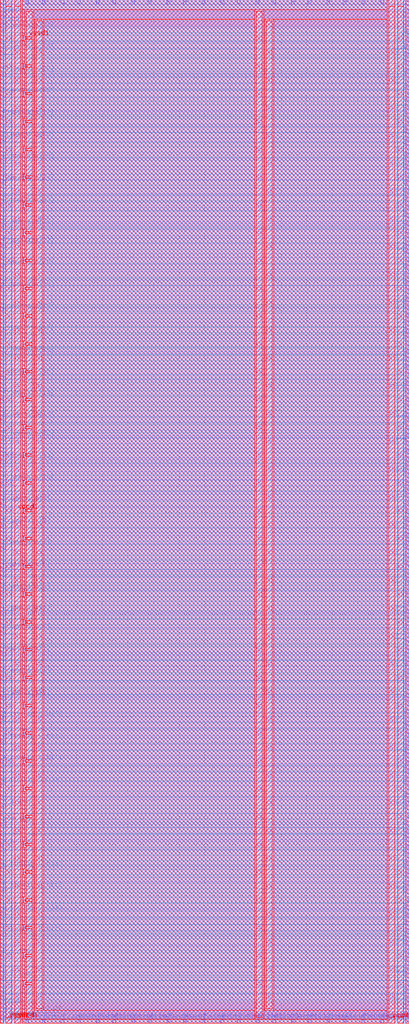
<source format=lef>
##
## LEF for PtnCells ;
## created by Innovus v19.11-s128_1 on Thu Nov 25 18:57:09 2021
##

VERSION 5.7 ;

BUSBITCHARS "[]" ;
DIVIDERCHAR "/" ;

MACRO W_IO
  CLASS BLOCK ;
  SIZE 80.040000 BY 200.260000 ;
  FOREIGN W_IO 0.000000 0.000000 ;
  ORIGIN 0 0 ;
  SYMMETRY X Y R90 ;
  PIN E1BEG[3]
    DIRECTION OUTPUT ;
    USE SIGNAL ;
    ANTENNADIFFAREA 1.782 LAYER met3  ;
    ANTENNAPARTIALMETALAREA 0.3324 LAYER met3  ;
    ANTENNAPARTIALMETALSIDEAREA 1.768 LAYER met3  ;
    PORT
      LAYER met3 ;
        RECT 79.340000 80.720000 80.040000 81.100000 ;
    END
  END E1BEG[3]
  PIN E1BEG[2]
    DIRECTION OUTPUT ;
    USE SIGNAL ;
    ANTENNADIFFAREA 1.782 LAYER met3  ;
    ANTENNAPARTIALMETALAREA 1.0224 LAYER met3  ;
    ANTENNAPARTIALMETALSIDEAREA 5.448 LAYER met3  ;
    PORT
      LAYER met3 ;
        RECT 79.340000 79.500000 80.040000 79.880000 ;
    END
  END E1BEG[2]
  PIN E1BEG[1]
    DIRECTION OUTPUT ;
    USE SIGNAL ;
    ANTENNADIFFAREA 1.782 LAYER met3  ;
    PORT
      LAYER met3 ;
        RECT 79.340000 77.670000 80.040000 78.050000 ;
    END
  END E1BEG[1]
  PIN E1BEG[0]
    DIRECTION OUTPUT ;
    USE SIGNAL ;
    ANTENNADIFFAREA 1.782 LAYER met3  ;
    ANTENNAPARTIALMETALAREA 5.4384 LAYER met3  ;
    ANTENNAPARTIALMETALSIDEAREA 29 LAYER met3  ;
    PORT
      LAYER met3 ;
        RECT 79.340000 76.450000 80.040000 76.830000 ;
    END
  END E1BEG[0]
  PIN E2BEG[7]
    DIRECTION OUTPUT ;
    USE SIGNAL ;
    ANTENNADIFFAREA 1.782 LAYER met3  ;
    ANTENNAPARTIALMETALAREA 0.6084 LAYER met3  ;
    ANTENNAPARTIALMETALSIDEAREA 3.24 LAYER met3  ;
    PORT
      LAYER met3 ;
        RECT 79.340000 92.920000 80.040000 93.300000 ;
    END
  END E2BEG[7]
  PIN E2BEG[6]
    DIRECTION OUTPUT ;
    USE SIGNAL ;
    ANTENNADIFFAREA 1.782 LAYER met3  ;
    ANTENNAPARTIALMETALAREA 11.9244 LAYER met3  ;
    ANTENNAPARTIALMETALSIDEAREA 63.592 LAYER met3  ;
    PORT
      LAYER met3 ;
        RECT 79.340000 91.090000 80.040000 91.470000 ;
    END
  END E2BEG[6]
  PIN E2BEG[5]
    DIRECTION OUTPUT ;
    USE SIGNAL ;
    ANTENNADIFFAREA 1.782 LAYER met3  ;
    PORT
      LAYER met3 ;
        RECT 79.340000 89.870000 80.040000 90.250000 ;
    END
  END E2BEG[5]
  PIN E2BEG[4]
    DIRECTION OUTPUT ;
    USE SIGNAL ;
    ANTENNADIFFAREA 1.782 LAYER met3  ;
    ANTENNAPARTIALMETALAREA 1.1604 LAYER met3  ;
    ANTENNAPARTIALMETALSIDEAREA 6.184 LAYER met3  ;
    PORT
      LAYER met3 ;
        RECT 79.340000 88.040000 80.040000 88.420000 ;
    END
  END E2BEG[4]
  PIN E2BEG[3]
    DIRECTION OUTPUT ;
    USE SIGNAL ;
    ANTENNADIFFAREA 1.782 LAYER met3  ;
    ANTENNAPARTIALMETALAREA 0.3324 LAYER met3  ;
    ANTENNAPARTIALMETALSIDEAREA 1.768 LAYER met3  ;
    PORT
      LAYER met3 ;
        RECT 79.340000 86.820000 80.040000 87.200000 ;
    END
  END E2BEG[3]
  PIN E2BEG[2]
    DIRECTION OUTPUT ;
    USE SIGNAL ;
    ANTENNADIFFAREA 1.782 LAYER met3  ;
    ANTENNAPARTIALMETALAREA 12.1044 LAYER met3  ;
    ANTENNAPARTIALMETALSIDEAREA 64.552 LAYER met3  ;
    PORT
      LAYER met3 ;
        RECT 79.340000 84.990000 80.040000 85.370000 ;
    END
  END E2BEG[2]
  PIN E2BEG[1]
    DIRECTION OUTPUT ;
    USE SIGNAL ;
    ANTENNADIFFAREA 1.782 LAYER met3  ;
    PORT
      LAYER met3 ;
        RECT 79.340000 83.770000 80.040000 84.150000 ;
    END
  END E2BEG[1]
  PIN E2BEG[0]
    DIRECTION OUTPUT ;
    USE SIGNAL ;
    ANTENNADIFFAREA 1.782 LAYER met3  ;
    ANTENNAPARTIALMETALAREA 1.1604 LAYER met3  ;
    ANTENNAPARTIALMETALSIDEAREA 6.184 LAYER met3  ;
    PORT
      LAYER met3 ;
        RECT 79.340000 81.940000 80.040000 82.320000 ;
    END
  END E2BEG[0]
  PIN E2BEGb[7]
    DIRECTION OUTPUT ;
    USE SIGNAL ;
    ANTENNADIFFAREA 1.782 LAYER met3  ;
    ANTENNAPARTIALMETALAREA 1.1604 LAYER met3  ;
    ANTENNAPARTIALMETALSIDEAREA 6.184 LAYER met3  ;
    PORT
      LAYER met3 ;
        RECT 79.340000 104.510000 80.040000 104.890000 ;
    END
  END E2BEGb[7]
  PIN E2BEGb[6]
    DIRECTION OUTPUT ;
    USE SIGNAL ;
    ANTENNADIFFAREA 1.782 LAYER met3  ;
    ANTENNAPARTIALMETALAREA 0.3324 LAYER met3  ;
    ANTENNAPARTIALMETALSIDEAREA 1.768 LAYER met3  ;
    PORT
      LAYER met3 ;
        RECT 79.340000 103.290000 80.040000 103.670000 ;
    END
  END E2BEGb[6]
  PIN E2BEGb[5]
    DIRECTION OUTPUT ;
    USE SIGNAL ;
    ANTENNADIFFAREA 1.782 LAYER met3  ;
    ANTENNAPARTIALMETALAREA 0.4704 LAYER met3  ;
    ANTENNAPARTIALMETALSIDEAREA 2.504 LAYER met3  ;
    PORT
      LAYER met3 ;
        RECT 79.340000 101.460000 80.040000 101.840000 ;
    END
  END E2BEGb[5]
  PIN E2BEGb[4]
    DIRECTION OUTPUT ;
    USE SIGNAL ;
    ANTENNADIFFAREA 1.782 LAYER met3  ;
    PORT
      LAYER met3 ;
        RECT 79.340000 100.240000 80.040000 100.620000 ;
    END
  END E2BEGb[4]
  PIN E2BEGb[3]
    DIRECTION OUTPUT ;
    USE SIGNAL ;
    ANTENNADIFFAREA 1.782 LAYER met3  ;
    ANTENNAPARTIALMETALAREA 0.6084 LAYER met3  ;
    ANTENNAPARTIALMETALSIDEAREA 3.24 LAYER met3  ;
    PORT
      LAYER met3 ;
        RECT 79.340000 98.410000 80.040000 98.790000 ;
    END
  END E2BEGb[3]
  PIN E2BEGb[2]
    DIRECTION OUTPUT ;
    USE SIGNAL ;
    ANTENNADIFFAREA 1.782 LAYER met3  ;
    ANTENNAPARTIALMETALAREA 17.6694 LAYER met3  ;
    ANTENNAPARTIALMETALSIDEAREA 94.232 LAYER met3  ;
    PORT
      LAYER met3 ;
        RECT 79.340000 97.190000 80.040000 97.570000 ;
    END
  END E2BEGb[2]
  PIN E2BEGb[1]
    DIRECTION OUTPUT ;
    USE SIGNAL ;
    ANTENNADIFFAREA 1.782 LAYER met3  ;
    ANTENNAPARTIALMETALAREA 0.6084 LAYER met3  ;
    ANTENNAPARTIALMETALSIDEAREA 3.24 LAYER met3  ;
    PORT
      LAYER met3 ;
        RECT 79.340000 95.360000 80.040000 95.740000 ;
    END
  END E2BEGb[1]
  PIN E2BEGb[0]
    DIRECTION OUTPUT ;
    USE SIGNAL ;
    ANTENNADIFFAREA 1.782 LAYER met3  ;
    PORT
      LAYER met3 ;
        RECT 79.340000 94.140000 80.040000 94.520000 ;
    END
  END E2BEGb[0]
  PIN EE4BEG[15]
    DIRECTION OUTPUT ;
    USE SIGNAL ;
    ANTENNADIFFAREA 1.782 LAYER met3  ;
    ANTENNAPARTIALMETALAREA 1.7124 LAYER met3  ;
    ANTENNAPARTIALMETALSIDEAREA 9.128 LAYER met3  ;
    PORT
      LAYER met3 ;
        RECT 79.340000 128.300000 80.040000 128.680000 ;
    END
  END EE4BEG[15]
  PIN EE4BEG[14]
    DIRECTION OUTPUT ;
    USE SIGNAL ;
    ANTENNADIFFAREA 1.782 LAYER met3  ;
    ANTENNAPARTIALMETALAREA 10.3308 LAYER met3  ;
    ANTENNAPARTIALMETALSIDEAREA 55.568 LAYER met3  ;
    PORT
      LAYER met3 ;
        RECT 79.340000 127.080000 80.040000 127.460000 ;
    END
  END EE4BEG[14]
  PIN EE4BEG[13]
    DIRECTION OUTPUT ;
    USE SIGNAL ;
    ANTENNADIFFAREA 1.782 LAYER met3  ;
    ANTENNAPARTIALMETALAREA 0.4704 LAYER met3  ;
    ANTENNAPARTIALMETALSIDEAREA 2.504 LAYER met3  ;
    PORT
      LAYER met3 ;
        RECT 79.340000 125.250000 80.040000 125.630000 ;
    END
  END EE4BEG[13]
  PIN EE4BEG[12]
    DIRECTION OUTPUT ;
    USE SIGNAL ;
    ANTENNADIFFAREA 1.782 LAYER met3  ;
    ANTENNAPARTIALMETALAREA 2.2164 LAYER met3  ;
    ANTENNAPARTIALMETALSIDEAREA 11.816 LAYER met3  ;
    PORT
      LAYER met3 ;
        RECT 79.340000 124.030000 80.040000 124.410000 ;
    END
  END EE4BEG[12]
  PIN EE4BEG[11]
    DIRECTION OUTPUT ;
    USE SIGNAL ;
    ANTENNADIFFAREA 1.782 LAYER met3  ;
    PORT
      LAYER met3 ;
        RECT 79.340000 122.200000 80.040000 122.580000 ;
    END
  END EE4BEG[11]
  PIN EE4BEG[10]
    DIRECTION OUTPUT ;
    USE SIGNAL ;
    ANTENNADIFFAREA 1.782 LAYER met3  ;
    ANTENNAPARTIALMETALAREA 8.0934 LAYER met3  ;
    ANTENNAPARTIALMETALSIDEAREA 43.16 LAYER met3  ;
    PORT
      LAYER met3 ;
        RECT 79.340000 120.980000 80.040000 121.360000 ;
    END
  END EE4BEG[10]
  PIN EE4BEG[9]
    DIRECTION OUTPUT ;
    USE SIGNAL ;
    ANTENNADIFFAREA 1.782 LAYER met3  ;
    ANTENNAPARTIALMETALAREA 0.4704 LAYER met3  ;
    ANTENNAPARTIALMETALSIDEAREA 2.504 LAYER met3  ;
    PORT
      LAYER met3 ;
        RECT 79.340000 119.150000 80.040000 119.530000 ;
    END
  END EE4BEG[9]
  PIN EE4BEG[8]
    DIRECTION OUTPUT ;
    USE SIGNAL ;
    ANTENNADIFFAREA 1.782 LAYER met3  ;
    ANTENNAPARTIALMETALAREA 1.1604 LAYER met3  ;
    ANTENNAPARTIALMETALSIDEAREA 6.184 LAYER met3  ;
    PORT
      LAYER met3 ;
        RECT 79.340000 117.930000 80.040000 118.310000 ;
    END
  END EE4BEG[8]
  PIN EE4BEG[7]
    DIRECTION OUTPUT ;
    USE SIGNAL ;
    ANTENNADIFFAREA 1.782 LAYER met3  ;
    ANTENNAPARTIALMETALAREA 8.5194 LAYER met3  ;
    ANTENNAPARTIALMETALSIDEAREA 45.432 LAYER met3  ;
    PORT
      LAYER met3 ;
        RECT 79.340000 116.710000 80.040000 117.090000 ;
    END
  END EE4BEG[7]
  PIN EE4BEG[6]
    DIRECTION OUTPUT ;
    USE SIGNAL ;
    ANTENNADIFFAREA 1.782 LAYER met3  ;
    ANTENNAPARTIALMETALAREA 9.3924 LAYER met3  ;
    ANTENNAPARTIALMETALSIDEAREA 50.088 LAYER met3  ;
    PORT
      LAYER met3 ;
        RECT 79.340000 114.880000 80.040000 115.260000 ;
    END
  END EE4BEG[6]
  PIN EE4BEG[5]
    DIRECTION OUTPUT ;
    USE SIGNAL ;
    ANTENNADIFFAREA 1.782 LAYER met3  ;
    PORT
      LAYER met3 ;
        RECT 79.340000 113.660000 80.040000 114.040000 ;
    END
  END EE4BEG[5]
  PIN EE4BEG[4]
    DIRECTION OUTPUT ;
    USE SIGNAL ;
    ANTENNADIFFAREA 1.782 LAYER met3  ;
    ANTENNAPARTIALMETALAREA 4.0584 LAYER met3  ;
    ANTENNAPARTIALMETALSIDEAREA 21.64 LAYER met3  ;
    PORT
      LAYER met3 ;
        RECT 79.340000 111.830000 80.040000 112.210000 ;
    END
  END EE4BEG[4]
  PIN EE4BEG[3]
    DIRECTION OUTPUT ;
    USE SIGNAL ;
    ANTENNADIFFAREA 1.782 LAYER met3  ;
    ANTENNAPARTIALMETALAREA 0.9594 LAYER met3  ;
    ANTENNAPARTIALMETALSIDEAREA 5.112 LAYER met3  ;
    PORT
      LAYER met3 ;
        RECT 79.340000 110.610000 80.040000 110.990000 ;
    END
  END EE4BEG[3]
  PIN EE4BEG[2]
    DIRECTION OUTPUT ;
    USE SIGNAL ;
    ANTENNADIFFAREA 1.782 LAYER met3  ;
    ANTENNAPARTIALMETALAREA 14.3862 LAYER met3  ;
    ANTENNAPARTIALMETALSIDEAREA 77.192 LAYER met3  ;
    PORT
      LAYER met3 ;
        RECT 79.340000 108.780000 80.040000 109.160000 ;
    END
  END EE4BEG[2]
  PIN EE4BEG[1]
    DIRECTION OUTPUT ;
    USE SIGNAL ;
    ANTENNADIFFAREA 1.782 LAYER met3  ;
    ANTENNAPARTIALMETALAREA 1.1604 LAYER met3  ;
    ANTENNAPARTIALMETALSIDEAREA 6.184 LAYER met3  ;
    PORT
      LAYER met3 ;
        RECT 79.340000 107.560000 80.040000 107.940000 ;
    END
  END EE4BEG[1]
  PIN EE4BEG[0]
    DIRECTION OUTPUT ;
    USE SIGNAL ;
    ANTENNADIFFAREA 1.782 LAYER met3  ;
    PORT
      LAYER met3 ;
        RECT 79.340000 105.730000 80.040000 106.110000 ;
    END
  END EE4BEG[0]
  PIN E6BEG[11]
    DIRECTION OUTPUT ;
    USE SIGNAL ;
    ANTENNADIFFAREA 1.782 LAYER met3  ;
    ANTENNAPARTIALMETALAREA 0.3324 LAYER met3  ;
    ANTENNAPARTIALMETALSIDEAREA 1.768 LAYER met3  ;
    PORT
      LAYER met3 ;
        RECT 79.340000 145.990000 80.040000 146.370000 ;
    END
  END E6BEG[11]
  PIN E6BEG[10]
    DIRECTION OUTPUT ;
    USE SIGNAL ;
    ANTENNADIFFAREA 1.782 LAYER met3  ;
    ANTENNAPARTIALMETALAREA 12.4764 LAYER met3  ;
    ANTENNAPARTIALMETALSIDEAREA 66.536 LAYER met3  ;
    PORT
      LAYER met3 ;
        RECT 79.340000 144.770000 80.040000 145.150000 ;
    END
  END E6BEG[10]
  PIN E6BEG[9]
    DIRECTION OUTPUT ;
    USE SIGNAL ;
    ANTENNADIFFAREA 1.782 LAYER met3  ;
    PORT
      LAYER met3 ;
        RECT 79.340000 143.550000 80.040000 143.930000 ;
    END
  END E6BEG[9]
  PIN E6BEG[8]
    DIRECTION OUTPUT ;
    USE SIGNAL ;
    ANTENNADIFFAREA 1.782 LAYER met3  ;
    ANTENNAPARTIALMETALAREA 7.9224 LAYER met3  ;
    ANTENNAPARTIALMETALSIDEAREA 42.248 LAYER met3  ;
    PORT
      LAYER met3 ;
        RECT 79.340000 141.720000 80.040000 142.100000 ;
    END
  END E6BEG[8]
  PIN E6BEG[7]
    DIRECTION OUTPUT ;
    USE SIGNAL ;
    ANTENNADIFFAREA 1.782 LAYER met3  ;
    ANTENNAPARTIALMETALAREA 0.3324 LAYER met3  ;
    ANTENNAPARTIALMETALSIDEAREA 1.768 LAYER met3  ;
    PORT
      LAYER met3 ;
        RECT 79.340000 140.500000 80.040000 140.880000 ;
    END
  END E6BEG[7]
  PIN E6BEG[6]
    DIRECTION OUTPUT ;
    USE SIGNAL ;
    ANTENNADIFFAREA 1.782 LAYER met3  ;
    ANTENNAPARTIALMETALAREA 11.9388 LAYER met3  ;
    ANTENNAPARTIALMETALSIDEAREA 64.144 LAYER met3  ;
    PORT
      LAYER met3 ;
        RECT 79.340000 138.670000 80.040000 139.050000 ;
    END
  END E6BEG[6]
  PIN E6BEG[5]
    DIRECTION OUTPUT ;
    USE SIGNAL ;
    ANTENNADIFFAREA 1.782 LAYER met3  ;
    ANTENNAPARTIALMETALAREA 3.3684 LAYER met3  ;
    ANTENNAPARTIALMETALSIDEAREA 17.96 LAYER met3  ;
    PORT
      LAYER met3 ;
        RECT 79.340000 137.450000 80.040000 137.830000 ;
    END
  END E6BEG[5]
  PIN E6BEG[4]
    DIRECTION OUTPUT ;
    USE SIGNAL ;
    ANTENNADIFFAREA 1.782 LAYER met3  ;
    ANTENNAPARTIALMETALAREA 0.4704 LAYER met3  ;
    ANTENNAPARTIALMETALSIDEAREA 2.504 LAYER met3  ;
    PORT
      LAYER met3 ;
        RECT 79.340000 135.620000 80.040000 136.000000 ;
    END
  END E6BEG[4]
  PIN E6BEG[3]
    DIRECTION OUTPUT ;
    USE SIGNAL ;
    ANTENNADIFFAREA 1.782 LAYER met3  ;
    ANTENNAPARTIALMETALAREA 0.3324 LAYER met3  ;
    ANTENNAPARTIALMETALSIDEAREA 1.768 LAYER met3  ;
    PORT
      LAYER met3 ;
        RECT 79.340000 134.400000 80.040000 134.780000 ;
    END
  END E6BEG[3]
  PIN E6BEG[2]
    DIRECTION OUTPUT ;
    USE SIGNAL ;
    ANTENNADIFFAREA 1.782 LAYER met3  ;
    PORT
      LAYER met3 ;
        RECT 79.340000 132.570000 80.040000 132.950000 ;
    END
  END E6BEG[2]
  PIN E6BEG[1]
    DIRECTION OUTPUT ;
    USE SIGNAL ;
    ANTENNADIFFAREA 1.782 LAYER met3  ;
    ANTENNAPARTIALMETALAREA 1.8504 LAYER met3  ;
    ANTENNAPARTIALMETALSIDEAREA 9.864 LAYER met3  ;
    PORT
      LAYER met3 ;
        RECT 79.340000 131.350000 80.040000 131.730000 ;
    END
  END E6BEG[1]
  PIN E6BEG[0]
    DIRECTION OUTPUT ;
    USE SIGNAL ;
    ANTENNADIFFAREA 1.782 LAYER met3  ;
    ANTENNAPARTIALMETALAREA 0.4704 LAYER met3  ;
    ANTENNAPARTIALMETALSIDEAREA 2.504 LAYER met3  ;
    PORT
      LAYER met3 ;
        RECT 79.340000 130.130000 80.040000 130.510000 ;
    END
  END E6BEG[0]
  PIN W1END[3]
    DIRECTION INPUT ;
    USE SIGNAL ;
    ANTENNADIFFAREA 0.4347 LAYER met3  ;
    ANTENNAPARTIALMETALAREA 14.9412 LAYER met3  ;
    ANTENNAPARTIALMETALSIDEAREA 80.152 LAYER met3  ;
    ANTENNAMODEL OXIDE1 ;
    ANTENNAGATEAREA 0.8787 LAYER met3  ;
    ANTENNAMAXAREACAR 44.2498 LAYER met3  ;
    ANTENNAMAXSIDEAREACAR 212.659 LAYER met3  ;
    ANTENNAMAXCUTCAR 0.550615 LAYER via3  ;
    PORT
      LAYER met3 ;
        RECT 79.340000 9.350000 80.040000 9.730000 ;
    END
  END W1END[3]
  PIN W1END[2]
    DIRECTION INPUT ;
    USE SIGNAL ;
    ANTENNADIFFAREA 0.4347 LAYER met3  ;
    ANTENNAPARTIALMETALAREA 2.7408 LAYER met3  ;
    ANTENNAPARTIALMETALSIDEAREA 15.088 LAYER met3  ;
    ANTENNAMODEL OXIDE1 ;
    ANTENNAGATEAREA 0.8787 LAYER met3  ;
    ANTENNAMAXAREACAR 36.2681 LAYER met3  ;
    ANTENNAMAXSIDEAREACAR 163.762 LAYER met3  ;
    ANTENNAMAXCUTCAR 0.574843 LAYER via3  ;
    PORT
      LAYER met3 ;
        RECT 79.340000 7.520000 80.040000 7.900000 ;
    END
  END W1END[2]
  PIN W1END[1]
    DIRECTION INPUT ;
    USE SIGNAL ;
    ANTENNADIFFAREA 0.4347 LAYER met3  ;
    ANTENNAPARTIALMETALAREA 7.7224 LAYER met3  ;
    ANTENNAPARTIALMETALSIDEAREA 41.648 LAYER met3  ;
    ANTENNAMODEL OXIDE1 ;
    ANTENNAGATEAREA 0.5607 LAYER met3  ;
    ANTENNAMAXAREACAR 44.4845 LAYER met3  ;
    ANTENNAMAXSIDEAREACAR 214.494 LAYER met3  ;
    ANTENNAPARTIALCUTAREA 0.04 LAYER via3  ;
    ANTENNAMAXCUTCAR 0.621955 LAYER via3  ;
    ANTENNADIFFAREA 0.4347 LAYER met4  ;
    ANTENNAPARTIALMETALAREA 1.3998 LAYER met4  ;
    ANTENNAPARTIALMETALSIDEAREA 7.936 LAYER met4  ;
    ANTENNAGATEAREA 0.8787 LAYER met4  ;
    ANTENNAMAXAREACAR 46.0776 LAYER met4  ;
    ANTENNAMAXSIDEAREACAR 223.526 LAYER met4  ;
    ANTENNAMAXCUTCAR 0.716352 LAYER via4  ;
    PORT
      LAYER met3 ;
        RECT 79.340000 6.300000 80.040000 6.680000 ;
    END
  END W1END[1]
  PIN W1END[0]
    DIRECTION INPUT ;
    USE SIGNAL ;
    ANTENNADIFFAREA 0.4347 LAYER met3  ;
    ANTENNAPARTIALMETALAREA 0.8704 LAYER met3  ;
    ANTENNAPARTIALMETALSIDEAREA 5.104 LAYER met3  ;
    ANTENNAMODEL OXIDE1 ;
    ANTENNAGATEAREA 0.4347 LAYER met3  ;
    ANTENNAMAXAREACAR 17.8242 LAYER met3  ;
    ANTENNAMAXSIDEAREACAR 71.9036 LAYER met3  ;
    ANTENNAPARTIALCUTAREA 0.04 LAYER via3  ;
    ANTENNAMAXCUTCAR 0.394295 LAYER via3  ;
    ANTENNADIFFAREA 0.4347 LAYER met4  ;
    ANTENNAPARTIALMETALAREA 30.3237 LAYER met4  ;
    ANTENNAPARTIALMETALSIDEAREA 162.192 LAYER met4  ;
    ANTENNAGATEAREA 0.8787 LAYER met4  ;
    ANTENNAMAXAREACAR 52.334 LAYER met4  ;
    ANTENNAMAXSIDEAREACAR 256.485 LAYER met4  ;
    ANTENNAMAXCUTCAR 1.04286 LAYER via4  ;
    PORT
      LAYER met3 ;
        RECT 79.340000 5.080000 80.040000 5.460000 ;
    END
  END W1END[0]
  PIN W2MID[7]
    DIRECTION INPUT ;
    USE SIGNAL ;
    ANTENNADIFFAREA 0.4347 LAYER met3  ;
    ANTENNAPARTIALMETALAREA 9.3924 LAYER met3  ;
    ANTENNAPARTIALMETALSIDEAREA 50.088 LAYER met3  ;
    ANTENNAMODEL OXIDE1 ;
    ANTENNAGATEAREA 1.5477 LAYER met3  ;
    ANTENNAMAXAREACAR 47.3066 LAYER met3  ;
    ANTENNAMAXSIDEAREACAR 228.811 LAYER met3  ;
    ANTENNAMAXCUTCAR 0.773644 LAYER via3  ;
    PORT
      LAYER met3 ;
        RECT 79.340000 20.940000 80.040000 21.320000 ;
    END
  END W2MID[7]
  PIN W2MID[6]
    DIRECTION INPUT ;
    USE SIGNAL ;
    ANTENNADIFFAREA 0.4347 LAYER met3  ;
    ANTENNAPARTIALMETALAREA 14.4342 LAYER met3  ;
    ANTENNAPARTIALMETALSIDEAREA 77.448 LAYER met3  ;
    ANTENNAMODEL OXIDE1 ;
    ANTENNAGATEAREA 1.3887 LAYER met3  ;
    ANTENNAMAXAREACAR 33.6968 LAYER met3  ;
    ANTENNAMAXSIDEAREACAR 153.168 LAYER met3  ;
    ANTENNAMAXCUTCAR 0.411019 LAYER via3  ;
    PORT
      LAYER met3 ;
        RECT 79.340000 19.720000 80.040000 20.100000 ;
    END
  END W2MID[6]
  PIN W2MID[5]
    DIRECTION INPUT ;
    USE SIGNAL ;
    ANTENNADIFFAREA 0.4347 LAYER met3  ;
    ANTENNAPARTIALMETALAREA 3.436 LAYER met3  ;
    ANTENNAPARTIALMETALSIDEAREA 18.792 LAYER met3  ;
    ANTENNAMODEL OXIDE1 ;
    ANTENNAGATEAREA 0.7527 LAYER met3  ;
    ANTENNAMAXAREACAR 28.8392 LAYER met3  ;
    ANTENNAMAXSIDEAREACAR 127.467 LAYER met3  ;
    ANTENNAPARTIALCUTAREA 0.04 LAYER via3  ;
    ANTENNAMAXCUTCAR 0.482697 LAYER via3  ;
    ANTENNADIFFAREA 0.4347 LAYER met4  ;
    ANTENNAPARTIALMETALAREA 7.2558 LAYER met4  ;
    ANTENNAPARTIALMETALSIDEAREA 39.168 LAYER met4  ;
    ANTENNAGATEAREA 1.2297 LAYER met4  ;
    ANTENNAMAXAREACAR 34.7397 LAYER met4  ;
    ANTENNAMAXSIDEAREACAR 159.318 LAYER met4  ;
    ANTENNAMAXCUTCAR 0.490985 LAYER via4  ;
    PORT
      LAYER met3 ;
        RECT 79.340000 17.890000 80.040000 18.270000 ;
    END
  END W2MID[5]
  PIN W2MID[4]
    DIRECTION INPUT ;
    USE SIGNAL ;
    ANTENNADIFFAREA 0.4347 LAYER met3  ;
    ANTENNAPARTIALMETALAREA 0.6084 LAYER met3  ;
    ANTENNAPARTIALMETALSIDEAREA 3.24 LAYER met3  ;
    ANTENNAMODEL OXIDE1 ;
    ANTENNAGATEAREA 1.2297 LAYER met3  ;
    ANTENNAMAXAREACAR 25.8056 LAYER met3  ;
    ANTENNAMAXSIDEAREACAR 110.752 LAYER met3  ;
    ANTENNAMAXCUTCAR 0.355799 LAYER via3  ;
    PORT
      LAYER met3 ;
        RECT 79.340000 16.670000 80.040000 17.050000 ;
    END
  END W2MID[4]
  PIN W2MID[3]
    DIRECTION INPUT ;
    USE SIGNAL ;
    ANTENNADIFFAREA 0.4347 LAYER met3  ;
    ANTENNAPARTIALMETALAREA 1.3434 LAYER met3  ;
    ANTENNAPARTIALMETALSIDEAREA 7.16 LAYER met3  ;
    ANTENNAMODEL OXIDE1 ;
    ANTENNAGATEAREA 1.2297 LAYER met3  ;
    ANTENNAMAXAREACAR 31.5387 LAYER met3  ;
    ANTENNAMAXSIDEAREACAR 148.371 LAYER met3  ;
    ANTENNAMAXCUTCAR 0.497308 LAYER via3  ;
    PORT
      LAYER met3 ;
        RECT 79.340000 15.450000 80.040000 15.830000 ;
    END
  END W2MID[3]
  PIN W2MID[2]
    DIRECTION INPUT ;
    USE SIGNAL ;
    ANTENNADIFFAREA 0.4347 LAYER met3  ;
    ANTENNAPARTIALMETALAREA 0.4624 LAYER met3  ;
    ANTENNAPARTIALMETALSIDEAREA 2.184 LAYER met3  ;
    ANTENNAMODEL OXIDE1 ;
    ANTENNAGATEAREA 1.2297 LAYER met3  ;
    ANTENNAMAXAREACAR 27.851 LAYER met3  ;
    ANTENNAMAXSIDEAREACAR 120.331 LAYER met3  ;
    ANTENNAMAXCUTCAR 0.497308 LAYER via3  ;
    PORT
      LAYER met3 ;
        RECT 79.340000 13.620000 80.040000 14.000000 ;
    END
  END W2MID[2]
  PIN W2MID[1]
    DIRECTION INPUT ;
    USE SIGNAL ;
    ANTENNADIFFAREA 0.4347 LAYER met3  ;
    ANTENNAMODEL OXIDE1 ;
    ANTENNAGATEAREA 1.2297 LAYER met3  ;
    ANTENNAMAXAREACAR 31.2345 LAYER met3  ;
    ANTENNAMAXSIDEAREACAR 137.44 LAYER met3  ;
    ANTENNAMAXCUTCAR 0.497308 LAYER via3  ;
    PORT
      LAYER met3 ;
        RECT 79.340000 12.400000 80.040000 12.780000 ;
    END
  END W2MID[1]
  PIN W2MID[0]
    DIRECTION INPUT ;
    USE SIGNAL ;
    ANTENNADIFFAREA 0.4347 LAYER met3  ;
    ANTENNAPARTIALMETALAREA 14.3704 LAYER met3  ;
    ANTENNAPARTIALMETALSIDEAREA 77.104 LAYER met3  ;
    ANTENNAMODEL OXIDE1 ;
    ANTENNAGATEAREA 0.5937 LAYER met3  ;
    ANTENNAMAXAREACAR 35.4276 LAYER met3  ;
    ANTENNAMAXSIDEAREACAR 166.97 LAYER met3  ;
    ANTENNAPARTIALCUTAREA 0.04 LAYER via3  ;
    ANTENNAMAXCUTCAR 0.525393 LAYER via3  ;
    ANTENNADIFFAREA 0.4347 LAYER met4  ;
    ANTENNAPARTIALMETALAREA 6.9378 LAYER met4  ;
    ANTENNAPARTIALMETALSIDEAREA 37.472 LAYER met4  ;
    ANTENNAGATEAREA 1.2297 LAYER met4  ;
    ANTENNAMAXAREACAR 42.2441 LAYER met4  ;
    ANTENNAMAXSIDEAREACAR 210.902 LAYER met4  ;
    ANTENNAMAXCUTCAR 0.637736 LAYER via4  ;
    PORT
      LAYER met3 ;
        RECT 79.340000 10.570000 80.040000 10.950000 ;
    END
  END W2MID[0]
  PIN W2END[7]
    DIRECTION INPUT ;
    USE SIGNAL ;
    ANTENNADIFFAREA 0.4347 LAYER met3  ;
    ANTENNAPARTIALMETALAREA 19.2132 LAYER met3  ;
    ANTENNAPARTIALMETALSIDEAREA 102.936 LAYER met3  ;
    ANTENNAMODEL OXIDE1 ;
    ANTENNAGATEAREA 1.0707 LAYER met3  ;
    ANTENNAMAXAREACAR 36.0551 LAYER met3  ;
    ANTENNAMAXSIDEAREACAR 168.009 LAYER met3  ;
    ANTENNAMAXCUTCAR 0.574843 LAYER via3  ;
    PORT
      LAYER met3 ;
        RECT 79.340000 33.140000 80.040000 33.520000 ;
    END
  END W2END[7]
  PIN W2END[6]
    DIRECTION INPUT ;
    USE SIGNAL ;
    ANTENNADIFFAREA 0.4347 LAYER met3  ;
    ANTENNAPARTIALMETALAREA 16.3311 LAYER met3  ;
    ANTENNAPARTIALMETALSIDEAREA 87.56 LAYER met3  ;
    ANTENNAMODEL OXIDE1 ;
    ANTENNAGATEAREA 1.2297 LAYER met3  ;
    ANTENNAMAXAREACAR 77.3686 LAYER met3  ;
    ANTENNAMAXSIDEAREACAR 381.267 LAYER met3  ;
    ANTENNAMAXCUTCAR 0.826415 LAYER via3  ;
    PORT
      LAYER met3 ;
        RECT 79.340000 31.310000 80.040000 31.690000 ;
    END
  END W2END[6]
  PIN W2END[5]
    DIRECTION INPUT ;
    USE SIGNAL ;
    ANTENNADIFFAREA 0.4347 LAYER met3  ;
    ANTENNAPARTIALMETALAREA 14.8263 LAYER met3  ;
    ANTENNAPARTIALMETALSIDEAREA 79.064 LAYER met3  ;
    ANTENNAMODEL OXIDE1 ;
    ANTENNAGATEAREA 1.2297 LAYER met3  ;
    ANTENNAMAXAREACAR 35.3148 LAYER met3  ;
    ANTENNAMAXSIDEAREACAR 173.642 LAYER met3  ;
    ANTENNAMAXCUTCAR 0.515094 LAYER via3  ;
    PORT
      LAYER met3 ;
        RECT 79.340000 30.090000 80.040000 30.470000 ;
    END
  END W2END[5]
  PIN W2END[4]
    DIRECTION INPUT ;
    USE SIGNAL ;
    ANTENNADIFFAREA 0.4347 LAYER met3  ;
    ANTENNAPARTIALMETALAREA 1.5724 LAYER met3  ;
    ANTENNAPARTIALMETALSIDEAREA 8.072 LAYER met3  ;
    ANTENNAMODEL OXIDE1 ;
    ANTENNAGATEAREA 1.3887 LAYER met3  ;
    ANTENNAMAXAREACAR 30.5771 LAYER met3  ;
    ANTENNAMAXSIDEAREACAR 134.218 LAYER met3  ;
    ANTENNAMAXCUTCAR 0.352074 LAYER via3  ;
    PORT
      LAYER met3 ;
        RECT 79.340000 28.870000 80.040000 29.250000 ;
    END
  END W2END[4]
  PIN W2END[3]
    DIRECTION INPUT ;
    USE SIGNAL ;
    ANTENNADIFFAREA 0.4347 LAYER met3  ;
    ANTENNAPARTIALMETALAREA 22.1949 LAYER met3  ;
    ANTENNAPARTIALMETALSIDEAREA 119.304 LAYER met3  ;
    ANTENNAMODEL OXIDE1 ;
    ANTENNAGATEAREA 1.2297 LAYER met3  ;
    ANTENNAMAXAREACAR 39.3281 LAYER met3  ;
    ANTENNAMAXSIDEAREACAR 197.614 LAYER met3  ;
    ANTENNAMAXCUTCAR 0.574843 LAYER via3  ;
    PORT
      LAYER met3 ;
        RECT 79.340000 27.040000 80.040000 27.420000 ;
    END
  END W2END[3]
  PIN W2END[2]
    DIRECTION INPUT ;
    USE SIGNAL ;
    ANTENNADIFFAREA 0.4347 LAYER met3  ;
    ANTENNAPARTIALMETALAREA 12.4191 LAYER met3  ;
    ANTENNAPARTIALMETALSIDEAREA 66.696 LAYER met3  ;
    ANTENNAMODEL OXIDE1 ;
    ANTENNAGATEAREA 1.2297 LAYER met3  ;
    ANTENNAMAXAREACAR 26.9854 LAYER met3  ;
    ANTENNAMAXSIDEAREACAR 122.231 LAYER met3  ;
    ANTENNAMAXCUTCAR 0.574843 LAYER via3  ;
    PORT
      LAYER met3 ;
        RECT 79.340000 25.820000 80.040000 26.200000 ;
    END
  END W2END[2]
  PIN W2END[1]
    DIRECTION INPUT ;
    USE SIGNAL ;
    ANTENNADIFFAREA 0.4347 LAYER met3  ;
    ANTENNAMODEL OXIDE1 ;
    ANTENNAGATEAREA 1.2297 LAYER met3  ;
    ANTENNAMAXAREACAR 27.0875 LAYER met3  ;
    ANTENNAMAXSIDEAREACAR 116.465 LAYER met3  ;
    ANTENNAMAXCUTCAR 0.355799 LAYER via3  ;
    PORT
      LAYER met3 ;
        RECT 79.340000 23.990000 80.040000 24.370000 ;
    END
  END W2END[1]
  PIN W2END[0]
    DIRECTION INPUT ;
    USE SIGNAL ;
    ANTENNADIFFAREA 0.4347 LAYER met3  ;
    ANTENNAPARTIALMETALAREA 15.426 LAYER met3  ;
    ANTENNAPARTIALMETALSIDEAREA 83.208 LAYER met3  ;
    ANTENNAMODEL OXIDE1 ;
    ANTENNAGATEAREA 1.3887 LAYER met3  ;
    ANTENNAMAXAREACAR 40.9567 LAYER met3  ;
    ANTENNAMAXSIDEAREACAR 199.207 LAYER met3  ;
    ANTENNAMAXCUTCAR 0.826415 LAYER via3  ;
    PORT
      LAYER met3 ;
        RECT 79.340000 22.770000 80.040000 23.150000 ;
    END
  END W2END[0]
  PIN WW4END[15]
    DIRECTION INPUT ;
    USE SIGNAL ;
    ANTENNADIFFAREA 0.4347 LAYER met3  ;
    ANTENNAPARTIALMETALAREA 6.2922 LAYER met3  ;
    ANTENNAPARTIALMETALSIDEAREA 34.024 LAYER met3  ;
    ANTENNAMODEL OXIDE1 ;
    ANTENNAGATEAREA 0.9117 LAYER met3  ;
    ANTENNAMAXAREACAR 24.4798 LAYER met3  ;
    ANTENNAMAXSIDEAREACAR 106.323 LAYER met3  ;
    ANTENNAMAXCUTCAR 0.590566 LAYER via3  ;
    PORT
      LAYER met3 ;
        RECT 79.340000 56.930000 80.040000 57.310000 ;
    END
  END WW4END[15]
  PIN WW4END[14]
    DIRECTION INPUT ;
    USE SIGNAL ;
    ANTENNADIFFAREA 0.4347 LAYER met3  ;
    ANTENNAPARTIALMETALAREA 1.9884 LAYER met3  ;
    ANTENNAPARTIALMETALSIDEAREA 10.6 LAYER met3  ;
    ANTENNAMODEL OXIDE1 ;
    ANTENNAGATEAREA 0.9117 LAYER met3  ;
    ANTENNAMAXAREACAR 16.915 LAYER met3  ;
    ANTENNAMAXSIDEAREACAR 66.6132 LAYER met3  ;
    ANTENNAMAXCUTCAR 0.367145 LAYER via3  ;
    PORT
      LAYER met3 ;
        RECT 79.340000 55.100000 80.040000 55.480000 ;
    END
  END WW4END[14]
  PIN WW4END[13]
    DIRECTION INPUT ;
    USE SIGNAL ;
    ANTENNADIFFAREA 0.4347 LAYER met3  ;
    ANTENNAPARTIALMETALAREA 0.4704 LAYER met3  ;
    ANTENNAPARTIALMETALSIDEAREA 2.504 LAYER met3  ;
    ANTENNAMODEL OXIDE1 ;
    ANTENNAGATEAREA 0.9117 LAYER met3  ;
    ANTENNAMAXAREACAR 16.4444 LAYER met3  ;
    ANTENNAMAXSIDEAREACAR 74.4971 LAYER met3  ;
    ANTENNAMAXCUTCAR 0.367145 LAYER via3  ;
    PORT
      LAYER met3 ;
        RECT 79.340000 53.880000 80.040000 54.260000 ;
    END
  END WW4END[13]
  PIN WW4END[12]
    DIRECTION INPUT ;
    USE SIGNAL ;
    ANTENNADIFFAREA 0.4347 LAYER met3  ;
    ANTENNAPARTIALMETALAREA 1.1464 LAYER met3  ;
    ANTENNAPARTIALMETALSIDEAREA 6.576 LAYER met3  ;
    ANTENNAMODEL OXIDE1 ;
    ANTENNAGATEAREA 0.5937 LAYER met3  ;
    ANTENNAMAXAREACAR 13.5729 LAYER met3  ;
    ANTENNAMAXSIDEAREACAR 50.4684 LAYER met3  ;
    ANTENNAPARTIALCUTAREA 0.04 LAYER via3  ;
    ANTENNAMAXCUTCAR 0.525393 LAYER via3  ;
    ANTENNADIFFAREA 0.4347 LAYER met4  ;
    ANTENNAPARTIALMETALAREA 10.7568 LAYER met4  ;
    ANTENNAPARTIALMETALSIDEAREA 57.84 LAYER met4  ;
    ANTENNAGATEAREA 0.9117 LAYER met4  ;
    ANTENNAMAXAREACAR 25.3715 LAYER met4  ;
    ANTENNAMAXSIDEAREACAR 113.91 LAYER met4  ;
    ANTENNAMAXCUTCAR 0.574843 LAYER via4  ;
    PORT
      LAYER met3 ;
        RECT 79.340000 52.660000 80.040000 53.040000 ;
    END
  END WW4END[12]
  PIN WW4END[11]
    DIRECTION INPUT ;
    USE SIGNAL ;
    ANTENNADIFFAREA 0.4347 LAYER met3  ;
    ANTENNAPARTIALMETALAREA 7.5984 LAYER met3  ;
    ANTENNAPARTIALMETALSIDEAREA 40.52 LAYER met3  ;
    ANTENNAMODEL OXIDE1 ;
    ANTENNAGATEAREA 0.9117 LAYER met3  ;
    ANTENNAMAXAREACAR 29.7621 LAYER met3  ;
    ANTENNAMAXSIDEAREACAR 132.511 LAYER met3  ;
    ANTENNAMAXCUTCAR 0.367145 LAYER via3  ;
    PORT
      LAYER met3 ;
        RECT 79.340000 50.830000 80.040000 51.210000 ;
    END
  END WW4END[11]
  PIN WW4END[10]
    DIRECTION INPUT ;
    USE SIGNAL ;
    ANTENNADIFFAREA 0.4347 LAYER met3  ;
    ANTENNAPARTIALMETALAREA 8.4942 LAYER met3  ;
    ANTENNAPARTIALMETALSIDEAREA 45.768 LAYER met3  ;
    ANTENNAMODEL OXIDE1 ;
    ANTENNAGATEAREA 0.9117 LAYER met3  ;
    ANTENNAMAXAREACAR 31.2363 LAYER met3  ;
    ANTENNAMAXSIDEAREACAR 141.05 LAYER met3  ;
    ANTENNAMAXCUTCAR 0.574843 LAYER via3  ;
    PORT
      LAYER met3 ;
        RECT 79.340000 49.610000 80.040000 49.990000 ;
    END
  END WW4END[10]
  PIN WW4END[9]
    DIRECTION INPUT ;
    USE SIGNAL ;
    ANTENNADIFFAREA 0.4347 LAYER met3  ;
    ANTENNAPARTIALMETALAREA 17.0181 LAYER met3  ;
    ANTENNAPARTIALMETALSIDEAREA 91.224 LAYER met3  ;
    ANTENNAMODEL OXIDE1 ;
    ANTENNAGATEAREA 0.9117 LAYER met3  ;
    ANTENNAMAXAREACAR 51.3943 LAYER met3  ;
    ANTENNAMAXSIDEAREACAR 255.743 LAYER met3  ;
    ANTENNAMAXCUTCAR 0.826415 LAYER via3  ;
    PORT
      LAYER met3 ;
        RECT 79.340000 47.780000 80.040000 48.160000 ;
    END
  END WW4END[9]
  PIN WW4END[8]
    DIRECTION INPUT ;
    USE SIGNAL ;
    ANTENNADIFFAREA 0.4347 LAYER met3  ;
    ANTENNAPARTIALMETALAREA 4.572 LAYER met3  ;
    ANTENNAPARTIALMETALSIDEAREA 25.32 LAYER met3  ;
    ANTENNAMODEL OXIDE1 ;
    ANTENNAGATEAREA 0.9117 LAYER met3  ;
    ANTENNAMAXAREACAR 35.6576 LAYER met3  ;
    ANTENNAMAXSIDEAREACAR 161.562 LAYER met3  ;
    ANTENNAMAXCUTCAR 0.574843 LAYER via3  ;
    PORT
      LAYER met3 ;
        RECT 79.340000 46.560000 80.040000 46.940000 ;
    END
  END WW4END[8]
  PIN WW4END[7]
    DIRECTION INPUT ;
    USE SIGNAL ;
    ANTENNADIFFAREA 0.4347 LAYER met3  ;
    ANTENNAPARTIALMETALAREA 7.8744 LAYER met3  ;
    ANTENNAPARTIALMETALSIDEAREA 41.992 LAYER met3  ;
    ANTENNAMODEL OXIDE1 ;
    ANTENNAGATEAREA 0.9117 LAYER met3  ;
    ANTENNAMAXAREACAR 25.9781 LAYER met3  ;
    ANTENNAMAXSIDEAREACAR 124.312 LAYER met3  ;
    ANTENNAMAXCUTCAR 0.508654 LAYER via3  ;
    PORT
      LAYER met3 ;
        RECT 79.340000 44.730000 80.040000 45.110000 ;
    END
  END WW4END[7]
  PIN WW4END[6]
    DIRECTION INPUT ;
    USE SIGNAL ;
    ANTENNADIFFAREA 0.4347 LAYER met3  ;
    ANTENNAMODEL OXIDE1 ;
    ANTENNAGATEAREA 0.9117 LAYER met3  ;
    ANTENNAMAXAREACAR 17.3798 LAYER met3  ;
    ANTENNAMAXSIDEAREACAR 68.1934 LAYER met3  ;
    ANTENNAMAXCUTCAR 0.508654 LAYER via3  ;
    PORT
      LAYER met3 ;
        RECT 79.340000 43.510000 80.040000 43.890000 ;
    END
  END WW4END[6]
  PIN WW4END[5]
    DIRECTION INPUT ;
    USE SIGNAL ;
    ANTENNADIFFAREA 0.4347 LAYER met3  ;
    ANTENNAPARTIALMETALAREA 16.6765 LAYER met3  ;
    ANTENNAPARTIALMETALSIDEAREA 88.928 LAYER met3  ;
    ANTENNAMODEL OXIDE1 ;
    ANTENNAGATEAREA 0.4347 LAYER met3  ;
    ANTENNAMAXAREACAR 42.8111 LAYER met3  ;
    ANTENNAMAXSIDEAREACAR 208.673 LAYER met3  ;
    ANTENNAPARTIALCUTAREA 0.04 LAYER via3  ;
    ANTENNAMAXCUTCAR 0.302277 LAYER via3  ;
    ANTENNADIFFAREA 0.4347 LAYER met4  ;
    ANTENNAPARTIALMETALAREA 18.0225 LAYER met4  ;
    ANTENNAPARTIALMETALSIDEAREA 97.056 LAYER met4  ;
    ANTENNAGATEAREA 0.9117 LAYER met4  ;
    ANTENNAMAXAREACAR 62.5792 LAYER met4  ;
    ANTENNAMAXSIDEAREACAR 315.129 LAYER met4  ;
    ANTENNAMAXCUTCAR 1.07799 LAYER via4  ;
    PORT
      LAYER met3 ;
        RECT 79.340000 42.290000 80.040000 42.670000 ;
    END
  END WW4END[5]
  PIN WW4END[4]
    DIRECTION INPUT ;
    USE SIGNAL ;
    ANTENNADIFFAREA 0.4347 LAYER met3  ;
    ANTENNAMODEL OXIDE1 ;
    ANTENNAGATEAREA 0.9117 LAYER met3  ;
    ANTENNAMAXAREACAR 20.4873 LAYER met3  ;
    ANTENNAMAXSIDEAREACAR 83.6178 LAYER met3  ;
    ANTENNAMAXCUTCAR 0.367145 LAYER via3  ;
    PORT
      LAYER met3 ;
        RECT 79.340000 40.460000 80.040000 40.840000 ;
    END
  END WW4END[4]
  PIN WW4END[3]
    DIRECTION INPUT ;
    USE SIGNAL ;
    ANTENNADIFFAREA 0.4347 LAYER met3  ;
    ANTENNAPARTIALMETALAREA 3.9012 LAYER met3  ;
    ANTENNAPARTIALMETALSIDEAREA 21.272 LAYER met3  ;
    ANTENNAMODEL OXIDE1 ;
    ANTENNAGATEAREA 0.9117 LAYER met3  ;
    ANTENNAMAXAREACAR 30.8429 LAYER met3  ;
    ANTENNAMAXSIDEAREACAR 147.824 LAYER met3  ;
    ANTENNAMAXCUTCAR 0.458019 LAYER via3  ;
    PORT
      LAYER met3 ;
        RECT 79.340000 39.240000 80.040000 39.620000 ;
    END
  END WW4END[3]
  PIN WW4END[2]
    DIRECTION INPUT ;
    USE SIGNAL ;
    ANTENNADIFFAREA 0.4347 LAYER met3  ;
    ANTENNAPARTIALMETALAREA 0.4704 LAYER met3  ;
    ANTENNAPARTIALMETALSIDEAREA 2.504 LAYER met3  ;
    ANTENNAMODEL OXIDE1 ;
    ANTENNAGATEAREA 0.9117 LAYER met3  ;
    ANTENNAMAXAREACAR 23.717 LAYER met3  ;
    ANTENNAMAXSIDEAREACAR 100.283 LAYER met3  ;
    ANTENNAMAXCUTCAR 0.508654 LAYER via3  ;
    PORT
      LAYER met3 ;
        RECT 79.340000 37.410000 80.040000 37.790000 ;
    END
  END WW4END[2]
  PIN WW4END[1]
    DIRECTION INPUT ;
    USE SIGNAL ;
    ANTENNADIFFAREA 0.4347 LAYER met3  ;
    ANTENNAPARTIALMETALAREA 13.8895 LAYER met3  ;
    ANTENNAPARTIALMETALSIDEAREA 74.064 LAYER met3  ;
    ANTENNAMODEL OXIDE1 ;
    ANTENNAGATEAREA 0.4347 LAYER met3  ;
    ANTENNAMAXAREACAR 37.1799 LAYER met3  ;
    ANTENNAMAXSIDEAREACAR 178.473 LAYER met3  ;
    ANTENNAPARTIALCUTAREA 0.04 LAYER via3  ;
    ANTENNAMAXCUTCAR 0.302277 LAYER via3  ;
    ANTENNADIFFAREA 0.4347 LAYER met4  ;
    ANTENNAPARTIALMETALAREA 14.7666 LAYER met4  ;
    ANTENNAPARTIALMETALSIDEAREA 79.696 LAYER met4  ;
    ANTENNAGATEAREA 0.9117 LAYER met4  ;
    ANTENNAMAXAREACAR 53.3767 LAYER met4  ;
    ANTENNAMAXSIDEAREACAR 265.887 LAYER met4  ;
    ANTENNAMAXCUTCAR 1.32956 LAYER via4  ;
    PORT
      LAYER met3 ;
        RECT 79.340000 36.190000 80.040000 36.570000 ;
    END
  END WW4END[1]
  PIN WW4END[0]
    DIRECTION INPUT ;
    USE SIGNAL ;
    ANTENNADIFFAREA 0.4347 LAYER met3  ;
    ANTENNAMODEL OXIDE1 ;
    ANTENNAGATEAREA 0.9117 LAYER met3  ;
    ANTENNAMAXAREACAR 28.2509 LAYER met3  ;
    ANTENNAMAXSIDEAREACAR 133.33 LAYER met3  ;
    ANTENNAMAXCUTCAR 0.367145 LAYER via3  ;
    PORT
      LAYER met3 ;
        RECT 79.340000 34.360000 80.040000 34.740000 ;
    END
  END WW4END[0]
  PIN W6END[11]
    DIRECTION INPUT ;
    USE SIGNAL ;
    ANTENNAPARTIALMETALAREA 1.7866 LAYER met3  ;
    ANTENNAPARTIALMETALSIDEAREA 9.52 LAYER met3  ;
    ANTENNAPARTIALCUTAREA 0.04 LAYER via3  ;
    ANTENNADIFFAREA 0.4347 LAYER met4  ;
    ANTENNAPARTIALMETALAREA 9.0858 LAYER met4  ;
    ANTENNAPARTIALMETALSIDEAREA 48.928 LAYER met4  ;
    ANTENNAMODEL OXIDE1 ;
    ANTENNAGATEAREA 0.9117 LAYER met4  ;
    ANTENNAMAXAREACAR 32.2185 LAYER met4  ;
    ANTENNAMAXSIDEAREACAR 162.634 LAYER met4  ;
    ANTENNAMAXCUTCAR 0.411019 LAYER via4  ;
    PORT
      LAYER met3 ;
        RECT 79.340000 74.620000 80.040000 75.000000 ;
    END
  END W6END[11]
  PIN W6END[10]
    DIRECTION INPUT ;
    USE SIGNAL ;
    ANTENNADIFFAREA 0.4347 LAYER met3  ;
    ANTENNAPARTIALMETALAREA 1.9128 LAYER met3  ;
    ANTENNAPARTIALMETALSIDEAREA 10.672 LAYER met3  ;
    ANTENNAMODEL OXIDE1 ;
    ANTENNAGATEAREA 1.0707 LAYER met3  ;
    ANTENNAMAXAREACAR 15.6999 LAYER met3  ;
    ANTENNAMAXSIDEAREACAR 73.1544 LAYER met3  ;
    ANTENNAMAXCUTCAR 0.590566 LAYER via3  ;
    PORT
      LAYER met3 ;
        RECT 79.340000 73.400000 80.040000 73.780000 ;
    END
  END W6END[10]
  PIN W6END[9]
    DIRECTION INPUT ;
    USE SIGNAL ;
    ANTENNADIFFAREA 0.4347 LAYER met3  ;
    ANTENNAPARTIALMETALAREA 15.558 LAYER met3  ;
    ANTENNAPARTIALMETALSIDEAREA 83.432 LAYER met3  ;
    ANTENNAMODEL OXIDE1 ;
    ANTENNAGATEAREA 0.9117 LAYER met3  ;
    ANTENNAMAXAREACAR 38.1242 LAYER met3  ;
    ANTENNAMAXSIDEAREACAR 178.164 LAYER met3  ;
    ANTENNAMAXCUTCAR 0.574843 LAYER via3  ;
    PORT
      LAYER met3 ;
        RECT 79.340000 71.570000 80.040000 71.950000 ;
    END
  END W6END[9]
  PIN W6END[8]
    DIRECTION INPUT ;
    USE SIGNAL ;
    ANTENNAPARTIALMETALAREA 3.1846 LAYER met3  ;
    ANTENNAPARTIALMETALSIDEAREA 16.976 LAYER met3  ;
    ANTENNAPARTIALCUTAREA 0.04 LAYER via3  ;
    ANTENNADIFFAREA 0.4347 LAYER met4  ;
    ANTENNAPARTIALMETALAREA 10.3668 LAYER met4  ;
    ANTENNAPARTIALMETALSIDEAREA 55.76 LAYER met4  ;
    ANTENNAMODEL OXIDE1 ;
    ANTENNAGATEAREA 1.0707 LAYER met4  ;
    ANTENNAMAXAREACAR 29.8352 LAYER met4  ;
    ANTENNAMAXSIDEAREACAR 146.898 LAYER met4  ;
    ANTENNAMAXCUTCAR 0.612202 LAYER via4  ;
    PORT
      LAYER met3 ;
        RECT 79.340000 70.350000 80.040000 70.730000 ;
    END
  END W6END[8]
  PIN W6END[7]
    DIRECTION INPUT ;
    USE SIGNAL ;
    ANTENNADIFFAREA 0.4347 LAYER met3  ;
    ANTENNAPARTIALMETALAREA 16.344 LAYER met3  ;
    ANTENNAPARTIALMETALSIDEAREA 88.104 LAYER met3  ;
    ANTENNAMODEL OXIDE1 ;
    ANTENNAGATEAREA 1.3887 LAYER met3  ;
    ANTENNAMAXAREACAR 32.6765 LAYER met3  ;
    ANTENNAMAXSIDEAREACAR 149.06 LAYER met3  ;
    ANTENNAMAXCUTCAR 0.826415 LAYER via3  ;
    PORT
      LAYER met3 ;
        RECT 79.340000 68.520000 80.040000 68.900000 ;
    END
  END W6END[7]
  PIN W6END[6]
    DIRECTION INPUT ;
    USE SIGNAL ;
    ANTENNADIFFAREA 0.4347 LAYER met3  ;
    ANTENNAMODEL OXIDE1 ;
    ANTENNAGATEAREA 1.3887 LAYER met3  ;
    ANTENNAMAXAREACAR 29.0092 LAYER met3  ;
    ANTENNAMAXSIDEAREACAR 138.989 LAYER met3  ;
    ANTENNAMAXCUTCAR 0.493584 LAYER via3  ;
    PORT
      LAYER met3 ;
        RECT 79.340000 67.300000 80.040000 67.680000 ;
    END
  END W6END[6]
  PIN W6END[5]
    DIRECTION INPUT ;
    USE SIGNAL ;
    ANTENNAPARTIALMETALAREA 1.3726 LAYER met3  ;
    ANTENNAPARTIALMETALSIDEAREA 7.312 LAYER met3  ;
    ANTENNAPARTIALCUTAREA 0.04 LAYER via3  ;
    ANTENNADIFFAREA 0.4347 LAYER met4  ;
    ANTENNAPARTIALMETALAREA 8.5848 LAYER met4  ;
    ANTENNAPARTIALMETALSIDEAREA 46.256 LAYER met4  ;
    ANTENNAMODEL OXIDE1 ;
    ANTENNAGATEAREA 1.3887 LAYER met4  ;
    ANTENNAMAXAREACAR 32.5589 LAYER met4  ;
    ANTENNAMAXSIDEAREACAR 162.893 LAYER met4  ;
    ANTENNAMAXCUTCAR 0.522388 LAYER via4  ;
    PORT
      LAYER met3 ;
        RECT 79.340000 66.080000 80.040000 66.460000 ;
    END
  END W6END[5]
  PIN W6END[4]
    DIRECTION INPUT ;
    USE SIGNAL ;
    ANTENNADIFFAREA 0.4347 LAYER met3  ;
    ANTENNAPARTIALMETALAREA 0.3324 LAYER met3  ;
    ANTENNAPARTIALMETALSIDEAREA 1.768 LAYER met3  ;
    ANTENNAMODEL OXIDE1 ;
    ANTENNAGATEAREA 1.3887 LAYER met3  ;
    ANTENNAMAXAREACAR 32.2984 LAYER met3  ;
    ANTENNAMAXSIDEAREACAR 155.357 LAYER met3  ;
    ANTENNAMAXCUTCAR 0.493584 LAYER via3  ;
    PORT
      LAYER met3 ;
        RECT 79.340000 64.250000 80.040000 64.630000 ;
    END
  END W6END[4]
  PIN W6END[3]
    DIRECTION INPUT ;
    USE SIGNAL ;
    ANTENNADIFFAREA 0.4347 LAYER met3  ;
    ANTENNAPARTIALMETALAREA 13.9659 LAYER met3  ;
    ANTENNAPARTIALMETALSIDEAREA 75.416 LAYER met3  ;
    ANTENNAMODEL OXIDE1 ;
    ANTENNAGATEAREA 1.3887 LAYER met3  ;
    ANTENNAMAXAREACAR 40.1763 LAYER met3  ;
    ANTENNAMAXSIDEAREACAR 197.815 LAYER met3  ;
    ANTENNAMAXCUTCAR 0.590566 LAYER via3  ;
    PORT
      LAYER met3 ;
        RECT 79.340000 63.030000 80.040000 63.410000 ;
    END
  END W6END[3]
  PIN W6END[2]
    DIRECTION INPUT ;
    USE SIGNAL ;
    ANTENNADIFFAREA 0.4347 LAYER met3  ;
    ANTENNAPARTIALMETALAREA 0.3324 LAYER met3  ;
    ANTENNAPARTIALMETALSIDEAREA 1.768 LAYER met3  ;
    ANTENNAMODEL OXIDE1 ;
    ANTENNAGATEAREA 1.2297 LAYER met3  ;
    ANTENNAMAXAREACAR 23.0253 LAYER met3  ;
    ANTENNAMAXSIDEAREACAR 107.999 LAYER met3  ;
    ANTENNAMAXCUTCAR 0.497308 LAYER via3  ;
    PORT
      LAYER met3 ;
        RECT 79.340000 61.200000 80.040000 61.580000 ;
    END
  END W6END[2]
  PIN W6END[1]
    DIRECTION INPUT ;
    USE SIGNAL ;
    ANTENNADIFFAREA 0.4347 LAYER met3  ;
    ANTENNAPARTIALMETALAREA 9.9444 LAYER met3  ;
    ANTENNAPARTIALMETALSIDEAREA 53.032 LAYER met3  ;
    ANTENNAMODEL OXIDE1 ;
    ANTENNAGATEAREA 1.3887 LAYER met3  ;
    ANTENNAMAXAREACAR 36.3494 LAYER met3  ;
    ANTENNAMAXSIDEAREACAR 178.152 LAYER met3  ;
    ANTENNAMAXCUTCAR 0.493584 LAYER via3  ;
    PORT
      LAYER met3 ;
        RECT 79.340000 59.980000 80.040000 60.360000 ;
    END
  END W6END[1]
  PIN W6END[0]
    DIRECTION INPUT ;
    USE SIGNAL ;
    ANTENNADIFFAREA 0.4347 LAYER met3  ;
    ANTENNAPARTIALMETALAREA 3.6529 LAYER met3  ;
    ANTENNAPARTIALMETALSIDEAREA 19.472 LAYER met3  ;
    ANTENNAMODEL OXIDE1 ;
    ANTENNAGATEAREA 0.5937 LAYER met3  ;
    ANTENNAMAXAREACAR 15.4198 LAYER met3  ;
    ANTENNAMAXSIDEAREACAR 60.5163 LAYER met3  ;
    ANTENNAPARTIALCUTAREA 0.04 LAYER via3  ;
    ANTENNAMAXCUTCAR 0.458019 LAYER via3  ;
    ANTENNADIFFAREA 0.4347 LAYER met4  ;
    ANTENNAPARTIALMETALAREA 9.2688 LAYER met4  ;
    ANTENNAPARTIALMETALSIDEAREA 49.904 LAYER met4  ;
    ANTENNAGATEAREA 1.2297 LAYER met4  ;
    ANTENNAMAXAREACAR 42.8348 LAYER met4  ;
    ANTENNAMAXSIDEAREACAR 214.182 LAYER met4  ;
    ANTENNAMAXCUTCAR 0.695388 LAYER via4  ;
    PORT
      LAYER met3 ;
        RECT 79.340000 58.150000 80.040000 58.530000 ;
    END
  END W6END[0]
  PIN A_I_top
    DIRECTION OUTPUT ;
    USE SIGNAL ;
    ANTENNADIFFAREA 1.782 LAYER met3  ;
    ANTENNAPARTIALMETALAREA 4.1964 LAYER met3  ;
    ANTENNAPARTIALMETALSIDEAREA 22.376 LAYER met3  ;
    PORT
      LAYER met3 ;
        RECT 0.000000 42.290000 0.700000 42.670000 ;
    END
  END A_I_top
  PIN A_T_top
    DIRECTION OUTPUT ;
    USE SIGNAL ;
    ANTENNADIFFAREA 1.782 LAYER met3  ;
    ANTENNAPARTIALMETALAREA 1.1604 LAYER met3  ;
    ANTENNAPARTIALMETALSIDEAREA 6.184 LAYER met3  ;
    PORT
      LAYER met3 ;
        RECT 0.000000 38.630000 0.700000 39.010000 ;
    END
  END A_T_top
  PIN A_O_top
    DIRECTION INPUT ;
    USE SIGNAL ;
    ANTENNADIFFAREA 0.4347 LAYER met3  ;
    ANTENNAPARTIALMETALAREA 11.3751 LAYER met3  ;
    ANTENNAPARTIALMETALSIDEAREA 61.128 LAYER met3  ;
    ANTENNAMODEL OXIDE1 ;
    ANTENNAGATEAREA 1.4817 LAYER met3  ;
    ANTENNAMAXAREACAR 30.21 LAYER met3  ;
    ANTENNAMAXSIDEAREACAR 146.075 LAYER met3  ;
    ANTENNAMAXCUTCAR 0.729187 LAYER via3  ;
    PORT
      LAYER met3 ;
        RECT 0.000000 34.360000 0.700000 34.740000 ;
    END
  END A_O_top
  PIN UserCLK
    DIRECTION INPUT ;
    USE SIGNAL ;
    ANTENNAPARTIALCUTAREA 0.04 LAYER via2  ;
    ANTENNADIFFAREA 0.4347 LAYER met3  ;
    ANTENNAPARTIALMETALAREA 0.5328 LAYER met3  ;
    ANTENNAPARTIALMETALSIDEAREA 3.312 LAYER met3  ;
    ANTENNAMODEL OXIDE1 ;
    ANTENNAGATEAREA 0.9492 LAYER met3  ;
    ANTENNAMAXAREACAR 16.2608 LAYER met3  ;
    ANTENNAMAXSIDEAREACAR 67.167 LAYER met3  ;
    ANTENNAMAXCUTCAR 0.365411 LAYER via3  ;
    PORT
      LAYER met2 ;
        RECT 5.100000 0.000000 5.480000 0.700000 ;
    END
  END UserCLK
  PIN B_I_top
    DIRECTION OUTPUT ;
    USE SIGNAL ;
    ANTENNADIFFAREA 1.782 LAYER met3  ;
    PORT
      LAYER met3 ;
        RECT 0.000000 13.010000 0.700000 13.390000 ;
    END
  END B_I_top
  PIN B_T_top
    DIRECTION OUTPUT ;
    USE SIGNAL ;
    ANTENNADIFFAREA 1.782 LAYER met3  ;
    ANTENNAPARTIALMETALAREA 0.4704 LAYER met3  ;
    ANTENNAPARTIALMETALSIDEAREA 2.504 LAYER met3  ;
    PORT
      LAYER met3 ;
        RECT 0.000000 8.740000 0.700000 9.120000 ;
    END
  END B_T_top
  PIN B_O_top
    DIRECTION INPUT ;
    USE SIGNAL ;
    ANTENNADIFFAREA 0.4347 LAYER met3  ;
    ANTENNAPARTIALMETALAREA 17.4682 LAYER met3  ;
    ANTENNAPARTIALMETALSIDEAREA 94.096 LAYER met3  ;
    ANTENNAMODEL OXIDE1 ;
    ANTENNAGATEAREA 0.8457 LAYER met3  ;
    ANTENNAMAXAREACAR 42.6692 LAYER met3  ;
    ANTENNAMAXSIDEAREACAR 211.331 LAYER met3  ;
    ANTENNAPARTIALCUTAREA 0.04 LAYER via3  ;
    ANTENNAMAXCUTCAR 0.914508 LAYER via3  ;
    ANTENNADIFFAREA 0.4347 LAYER met4  ;
    ANTENNAPARTIALMETALAREA 8.1708 LAYER met4  ;
    ANTENNAPARTIALMETALSIDEAREA 44.048 LAYER met4  ;
    ANTENNAGATEAREA 1.4817 LAYER met4  ;
    ANTENNAMAXAREACAR 48.1837 LAYER met4  ;
    ANTENNAMAXSIDEAREACAR 241.059 LAYER met4  ;
    ANTENNAMAXCUTCAR 0.914508 LAYER via4  ;
    PORT
      LAYER met3 ;
        RECT 0.000000 5.080000 0.700000 5.460000 ;
    END
  END B_O_top
  PIN A_config_C_bit0
    DIRECTION OUTPUT ;
    USE SIGNAL ;
    ANTENNADIFFAREA 1.782 LAYER met3  ;
    ANTENNAPARTIALMETALAREA 1.1604 LAYER met3  ;
    ANTENNAPARTIALMETALSIDEAREA 6.184 LAYER met3  ;
    PORT
      LAYER met3 ;
        RECT 0.000000 46.560000 0.700000 46.940000 ;
    END
  END A_config_C_bit0
  PIN A_config_C_bit1
    DIRECTION OUTPUT ;
    USE SIGNAL ;
    ANTENNADIFFAREA 1.782 LAYER met3  ;
    PORT
      LAYER met3 ;
        RECT 0.000000 50.830000 0.700000 51.210000 ;
    END
  END A_config_C_bit1
  PIN A_config_C_bit2
    DIRECTION OUTPUT ;
    USE SIGNAL ;
    ANTENNADIFFAREA 1.782 LAYER met3  ;
    ANTENNAPARTIALMETALAREA 2.6784 LAYER met3  ;
    ANTENNAPARTIALMETALSIDEAREA 14.28 LAYER met3  ;
    PORT
      LAYER met3 ;
        RECT 0.000000 55.100000 0.700000 55.480000 ;
    END
  END A_config_C_bit2
  PIN A_config_C_bit3
    DIRECTION OUTPUT ;
    USE SIGNAL ;
    ANTENNADIFFAREA 1.782 LAYER met3  ;
    PORT
      LAYER met3 ;
        RECT 0.000000 59.370000 0.700000 59.750000 ;
    END
  END A_config_C_bit3
  PIN B_config_C_bit0
    DIRECTION OUTPUT ;
    USE SIGNAL ;
    ANTENNADIFFAREA 1.782 LAYER met3  ;
    ANTENNAPARTIALMETALAREA 1.5744 LAYER met3  ;
    ANTENNAPARTIALMETALSIDEAREA 8.392 LAYER met3  ;
    PORT
      LAYER met3 ;
        RECT 0.000000 17.280000 0.700000 17.660000 ;
    END
  END B_config_C_bit0
  PIN B_config_C_bit1
    DIRECTION OUTPUT ;
    USE SIGNAL ;
    ANTENNADIFFAREA 1.782 LAYER met3  ;
    ANTENNAPARTIALMETALAREA 0.4704 LAYER met3  ;
    ANTENNAPARTIALMETALSIDEAREA 2.504 LAYER met3  ;
    PORT
      LAYER met3 ;
        RECT 0.000000 21.550000 0.700000 21.930000 ;
    END
  END B_config_C_bit1
  PIN B_config_C_bit2
    DIRECTION OUTPUT ;
    USE SIGNAL ;
    ANTENNADIFFAREA 1.782 LAYER met3  ;
    ANTENNAPARTIALMETALAREA 0.6084 LAYER met3  ;
    ANTENNAPARTIALMETALSIDEAREA 3.24 LAYER met3  ;
    PORT
      LAYER met3 ;
        RECT 0.000000 25.820000 0.700000 26.200000 ;
    END
  END B_config_C_bit2
  PIN B_config_C_bit3
    DIRECTION OUTPUT ;
    USE SIGNAL ;
    ANTENNADIFFAREA 1.782 LAYER met3  ;
    ANTENNAPARTIALMETALAREA 1.1604 LAYER met3  ;
    ANTENNAPARTIALMETALSIDEAREA 6.184 LAYER met3  ;
    PORT
      LAYER met3 ;
        RECT 0.000000 30.090000 0.700000 30.470000 ;
    END
  END B_config_C_bit3
  PIN UserCLKo
    DIRECTION OUTPUT ;
    USE SIGNAL ;
    ANTENNADIFFAREA 1.782 LAYER met2  ;
    ANTENNAPARTIALMETALAREA 1.3488 LAYER met2  ;
    ANTENNAPARTIALMETALSIDEAREA 6.734 LAYER met2  ;
    PORT
      LAYER met2 ;
        RECT 5.100000 199.560000 5.480000 200.260000 ;
    END
  END UserCLKo
  PIN FrameData[31]
    DIRECTION INPUT ;
    USE SIGNAL ;
    ANTENNAPARTIALMETALAREA 10.6392 LAYER met3  ;
    ANTENNAPARTIALMETALSIDEAREA 57.688 LAYER met3  ;
    ANTENNAMODEL OXIDE1 ;
    ANTENNAGATEAREA 0.8325 LAYER met3  ;
    ANTENNAMAXAREACAR 63.4706 LAYER met3  ;
    ANTENNAMAXSIDEAREACAR 318.582 LAYER met3  ;
    ANTENNAMAXCUTCAR 0.574843 LAYER via3  ;
    PORT
      LAYER met3 ;
        RECT 0.000000 194.180000 0.700000 194.560000 ;
    END
  END FrameData[31]
  PIN FrameData[30]
    DIRECTION INPUT ;
    USE SIGNAL ;
    ANTENNAPARTIALMETALAREA 0.5424 LAYER met3  ;
    ANTENNAPARTIALMETALSIDEAREA 3.368 LAYER met3  ;
    ANTENNAMODEL OXIDE1 ;
    ANTENNAGATEAREA 0.8325 LAYER met3  ;
    ANTENNAMAXAREACAR 32.6655 LAYER met3  ;
    ANTENNAMAXSIDEAREACAR 159.852 LAYER met3  ;
    ANTENNAMAXCUTCAR 0.371318 LAYER via3  ;
    PORT
      LAYER met3 ;
        RECT 0.000000 189.910000 0.700000 190.290000 ;
    END
  END FrameData[30]
  PIN FrameData[29]
    DIRECTION INPUT ;
    USE SIGNAL ;
    ANTENNAPARTIALMETALAREA 31.4391 LAYER met3  ;
    ANTENNAPARTIALMETALSIDEAREA 168.616 LAYER met3  ;
    ANTENNAMODEL OXIDE1 ;
    ANTENNAGATEAREA 0.8325 LAYER met3  ;
    ANTENNAMAXAREACAR 83.6414 LAYER met3  ;
    ANTENNAMAXSIDEAREACAR 426.63 LAYER met3  ;
    ANTENNAMAXCUTCAR 0.632495 LAYER via3  ;
    PORT
      LAYER met3 ;
        RECT 0.000000 185.640000 0.700000 186.020000 ;
    END
  END FrameData[29]
  PIN FrameData[28]
    DIRECTION INPUT ;
    USE SIGNAL ;
    ANTENNAPARTIALMETALAREA 4.4518 LAYER met3  ;
    ANTENNAPARTIALMETALSIDEAREA 24.68 LAYER met3  ;
    ANTENNAMODEL OXIDE1 ;
    ANTENNAGATEAREA 0.3555 LAYER met3  ;
    ANTENNAMAXAREACAR 97.8697 LAYER met3  ;
    ANTENNAMAXSIDEAREACAR 491.08 LAYER met3  ;
    ANTENNAPARTIALCUTAREA 0.04 LAYER via3  ;
    ANTENNAMAXCUTCAR 0.895724 LAYER via3  ;
    ANTENNAPARTIALMETALAREA 18.9777 LAYER met4  ;
    ANTENNAPARTIALMETALSIDEAREA 101.68 LAYER met4  ;
    ANTENNAGATEAREA 0.8325 LAYER met4  ;
    ANTENNAMAXAREACAR 120.666 LAYER met4  ;
    ANTENNAMAXSIDEAREACAR 613.218 LAYER met4  ;
    ANTENNAMAXCUTCAR 0.895724 LAYER via4  ;
    PORT
      LAYER met3 ;
        RECT 0.000000 181.370000 0.700000 181.750000 ;
    END
  END FrameData[28]
  PIN FrameData[27]
    DIRECTION INPUT ;
    USE SIGNAL ;
    ANTENNAPARTIALMETALAREA 10.0942 LAYER met3  ;
    ANTENNAPARTIALMETALSIDEAREA 54.776 LAYER met3  ;
    ANTENNAMODEL OXIDE1 ;
    ANTENNAGATEAREA 0.5145 LAYER met3  ;
    ANTENNAMAXAREACAR 61.1226 LAYER met3  ;
    ANTENNAMAXSIDEAREACAR 308.21 LAYER met3  ;
    ANTENNAPARTIALCUTAREA 0.04 LAYER via3  ;
    ANTENNAMAXCUTCAR 0.794098 LAYER via3  ;
    ANTENNAPARTIALMETALAREA 12.5628 LAYER met4  ;
    ANTENNAPARTIALMETALSIDEAREA 67.472 LAYER met4  ;
    ANTENNAGATEAREA 0.8325 LAYER met4  ;
    ANTENNAMAXAREACAR 76.213 LAYER met4  ;
    ANTENNAMAXSIDEAREACAR 389.257 LAYER met4  ;
    ANTENNAMAXCUTCAR 0.794098 LAYER via4  ;
    PORT
      LAYER met3 ;
        RECT 0.000000 177.100000 0.700000 177.480000 ;
    END
  END FrameData[27]
  PIN FrameData[26]
    DIRECTION INPUT ;
    USE SIGNAL ;
    ANTENNAPARTIALMETALAREA 0.94935 LAYER met3  ;
    ANTENNAPARTIALMETALSIDEAREA 5.936 LAYER met3  ;
    ANTENNAMODEL OXIDE1 ;
    ANTENNAGATEAREA 0.1965 LAYER met3  ;
    ANTENNAMAXAREACAR 56.1626 LAYER met3  ;
    ANTENNAMAXSIDEAREACAR 282.237 LAYER met3  ;
    ANTENNAPARTIALCUTAREA 0.04 LAYER via3  ;
    ANTENNAMAXCUTCAR 0.986768 LAYER via3  ;
    ANTENNAPARTIALMETALAREA 36.4347 LAYER met4  ;
    ANTENNAPARTIALMETALSIDEAREA 194.784 LAYER met4  ;
    ANTENNAGATEAREA 0.8325 LAYER met4  ;
    ANTENNAMAXAREACAR 99.928 LAYER met4  ;
    ANTENNAMAXSIDEAREACAR 516.211 LAYER met4  ;
    ANTENNAMAXCUTCAR 0.986768 LAYER via4  ;
    PORT
      LAYER met3 ;
        RECT 0.000000 172.830000 0.700000 173.210000 ;
    END
  END FrameData[26]
  PIN FrameData[25]
    DIRECTION INPUT ;
    USE SIGNAL ;
    ANTENNAPARTIALMETALAREA 15.0392 LAYER met3  ;
    ANTENNAPARTIALMETALSIDEAREA 80.192 LAYER met3  ;
    ANTENNAPARTIALCUTAREA 0.08 LAYER via3  ;
    ANTENNAPARTIALMETALAREA 32.7552 LAYER met4  ;
    ANTENNAPARTIALMETALSIDEAREA 176.576 LAYER met4  ;
    ANTENNAMODEL OXIDE1 ;
    ANTENNAGATEAREA 0.8325 LAYER met4  ;
    ANTENNAMAXAREACAR 71.4838 LAYER met4  ;
    ANTENNAMAXSIDEAREACAR 372.404 LAYER met4  ;
    ANTENNAMAXCUTCAR 1.07799 LAYER via4  ;
    PORT
      LAYER met3 ;
        RECT 0.000000 168.560000 0.700000 168.940000 ;
    END
  END FrameData[25]
  PIN FrameData[24]
    DIRECTION INPUT ;
    USE SIGNAL ;
    ANTENNAPARTIALMETALAREA 11.6817 LAYER met3  ;
    ANTENNAPARTIALMETALSIDEAREA 63.248 LAYER met3  ;
    ANTENNAMODEL OXIDE1 ;
    ANTENNAGATEAREA 0.8325 LAYER met3  ;
    ANTENNAMAXAREACAR 42.3078 LAYER met3  ;
    ANTENNAMAXSIDEAREACAR 211.055 LAYER met3  ;
    ANTENNAMAXCUTCAR 0.449057 LAYER via3  ;
    PORT
      LAYER met3 ;
        RECT 0.000000 164.290000 0.700000 164.670000 ;
    END
  END FrameData[24]
  PIN FrameData[23]
    DIRECTION INPUT ;
    USE SIGNAL ;
    ANTENNAPARTIALMETALAREA 13.888 LAYER met3  ;
    ANTENNAPARTIALMETALSIDEAREA 74.536 LAYER met3  ;
    ANTENNAMODEL OXIDE1 ;
    ANTENNAGATEAREA 0.1965 LAYER met3  ;
    ANTENNAMAXAREACAR 80.3644 LAYER met3  ;
    ANTENNAMAXSIDEAREACAR 424.356 LAYER met3  ;
    ANTENNAPARTIALCUTAREA 0.04 LAYER via3  ;
    ANTENNAMAXCUTCAR 0.668702 LAYER via3  ;
    ANTENNAPARTIALMETALAREA 25.2618 LAYER met4  ;
    ANTENNAPARTIALMETALSIDEAREA 135.2 LAYER met4  ;
    ANTENNAGATEAREA 0.8325 LAYER met4  ;
    ANTENNAMAXAREACAR 110.709 LAYER met4  ;
    ANTENNAMAXSIDEAREACAR 586.759 LAYER met4  ;
    ANTENNAMAXCUTCAR 0.668702 LAYER via4  ;
    PORT
      LAYER met3 ;
        RECT 0.000000 160.020000 0.700000 160.400000 ;
    END
  END FrameData[23]
  PIN FrameData[22]
    DIRECTION INPUT ;
    USE SIGNAL ;
    ANTENNAPARTIALMETALAREA 3.1393 LAYER met3  ;
    ANTENNAPARTIALMETALSIDEAREA 17.688 LAYER met3  ;
    ANTENNAMODEL OXIDE1 ;
    ANTENNAGATEAREA 0.1965 LAYER met3  ;
    ANTENNAMAXAREACAR 30.9888 LAYER met3  ;
    ANTENNAMAXSIDEAREACAR 159.865 LAYER met3  ;
    ANTENNAPARTIALCUTAREA 0.04 LAYER via3  ;
    ANTENNAMAXCUTCAR 0.872265 LAYER via3  ;
    ANTENNAPARTIALMETALAREA 27.8238 LAYER met4  ;
    ANTENNAPARTIALMETALSIDEAREA 148.864 LAYER met4  ;
    ANTENNAGATEAREA 0.8325 LAYER met4  ;
    ANTENNAMAXAREACAR 64.4108 LAYER met4  ;
    ANTENNAMAXSIDEAREACAR 338.681 LAYER met4  ;
    ANTENNAMAXCUTCAR 0.872265 LAYER via4  ;
    PORT
      LAYER met3 ;
        RECT 0.000000 155.750000 0.700000 156.130000 ;
    END
  END FrameData[22]
  PIN FrameData[21]
    DIRECTION INPUT ;
    USE SIGNAL ;
    ANTENNAPARTIALMETALAREA 6.4144 LAYER met3  ;
    ANTENNAPARTIALMETALSIDEAREA 35.152 LAYER met3  ;
    ANTENNAMODEL OXIDE1 ;
    ANTENNAGATEAREA 0.3555 LAYER met3  ;
    ANTENNAMAXAREACAR 65.0425 LAYER met3  ;
    ANTENNAMAXSIDEAREACAR 329.766 LAYER met3  ;
    ANTENNAPARTIALCUTAREA 0.04 LAYER via3  ;
    ANTENNAMAXCUTCAR 0.660823 LAYER via3  ;
    ANTENNAPARTIALMETALAREA 25.4688 LAYER met4  ;
    ANTENNAPARTIALMETALSIDEAREA 136.304 LAYER met4  ;
    ANTENNAGATEAREA 0.8325 LAYER met4  ;
    ANTENNAMAXAREACAR 95.6357 LAYER met4  ;
    ANTENNAMAXSIDEAREACAR 493.494 LAYER met4  ;
    ANTENNAMAXCUTCAR 0.660823 LAYER via4  ;
    PORT
      LAYER met3 ;
        RECT 0.000000 152.090000 0.700000 152.470000 ;
    END
  END FrameData[21]
  PIN FrameData[20]
    DIRECTION INPUT ;
    USE SIGNAL ;
    ANTENNAPARTIALMETALAREA 7.588 LAYER met3  ;
    ANTENNAPARTIALMETALSIDEAREA 40.936 LAYER met3  ;
    ANTENNAMODEL OXIDE1 ;
    ANTENNAGATEAREA 0.1965 LAYER met3  ;
    ANTENNAMAXAREACAR 86.888 LAYER met3  ;
    ANTENNAMAXSIDEAREACAR 445.944 LAYER met3  ;
    ANTENNAPARTIALCUTAREA 0.04 LAYER via3  ;
    ANTENNAMAXCUTCAR 0.668702 LAYER via3  ;
    ANTENNAPARTIALMETALAREA 33.4971 LAYER met4  ;
    ANTENNAPARTIALMETALSIDEAREA 179.112 LAYER met4  ;
    ANTENNAGATEAREA 0.8325 LAYER met4  ;
    ANTENNAMAXAREACAR 127.125 LAYER met4  ;
    ANTENNAMAXSIDEAREACAR 661.094 LAYER met4  ;
    ANTENNAMAXCUTCAR 0.826415 LAYER via4  ;
    PORT
      LAYER met3 ;
        RECT 0.000000 147.820000 0.700000 148.200000 ;
    END
  END FrameData[20]
  PIN FrameData[19]
    DIRECTION INPUT ;
    USE SIGNAL ;
    ANTENNAPARTIALMETALAREA 0.5089 LAYER met3  ;
    ANTENNAPARTIALMETALSIDEAREA 3.656 LAYER met3  ;
    ANTENNAMODEL OXIDE1 ;
    ANTENNAGATEAREA 0.3555 LAYER met3  ;
    ANTENNAMAXAREACAR 59.5738 LAYER met3  ;
    ANTENNAMAXSIDEAREACAR 296.284 LAYER met3  ;
    ANTENNAPARTIALCUTAREA 0.04 LAYER via3  ;
    ANTENNAMAXCUTCAR 0.802333 LAYER via3  ;
    ANTENNAPARTIALMETALAREA 29.9577 LAYER met4  ;
    ANTENNAPARTIALMETALSIDEAREA 160.24 LAYER met4  ;
    ANTENNAGATEAREA 0.8325 LAYER met4  ;
    ANTENNAMAXAREACAR 95.559 LAYER met4  ;
    ANTENNAMAXSIDEAREACAR 488.765 LAYER met4  ;
    ANTENNAMAXCUTCAR 0.826415 LAYER via4  ;
    PORT
      LAYER met3 ;
        RECT 0.000000 143.550000 0.700000 143.930000 ;
    END
  END FrameData[19]
  PIN FrameData[18]
    DIRECTION INPUT ;
    USE SIGNAL ;
    ANTENNAPARTIALMETALAREA 5.3584 LAYER met3  ;
    ANTENNAPARTIALMETALSIDEAREA 29.52 LAYER met3  ;
    ANTENNAMODEL OXIDE1 ;
    ANTENNAGATEAREA 0.3555 LAYER met3  ;
    ANTENNAMAXAREACAR 68.5524 LAYER met3  ;
    ANTENNAMAXSIDEAREACAR 346.325 LAYER met3  ;
    ANTENNAPARTIALCUTAREA 0.04 LAYER via3  ;
    ANTENNAMAXCUTCAR 0.660823 LAYER via3  ;
    ANTENNAPARTIALMETALAREA 12.6108 LAYER met4  ;
    ANTENNAPARTIALMETALSIDEAREA 67.728 LAYER met4  ;
    ANTENNAGATEAREA 0.8325 LAYER met4  ;
    ANTENNAMAXAREACAR 83.7005 LAYER met4  ;
    ANTENNAMAXSIDEAREACAR 427.68 LAYER met4  ;
    ANTENNAMAXCUTCAR 0.660823 LAYER via4  ;
    PORT
      LAYER met3 ;
        RECT 0.000000 139.280000 0.700000 139.660000 ;
    END
  END FrameData[18]
  PIN FrameData[17]
    DIRECTION INPUT ;
    USE SIGNAL ;
    ANTENNAPARTIALMETALAREA 4.5085 LAYER met3  ;
    ANTENNAPARTIALMETALSIDEAREA 24.032 LAYER met3  ;
    ANTENNAMODEL OXIDE1 ;
    ANTENNAGATEAREA 0.159 LAYER met3  ;
    ANTENNAMAXAREACAR 64.4868 LAYER met3  ;
    ANTENNAMAXSIDEAREACAR 327.421 LAYER met3  ;
    ANTENNAPARTIALCUTAREA 0.04 LAYER via3  ;
    ANTENNAMAXCUTCAR 0.826415 LAYER via3  ;
    ANTENNAPARTIALMETALAREA 11.6319 LAYER met4  ;
    ANTENNAPARTIALMETALSIDEAREA 64.384 LAYER met4  ;
    ANTENNAGATEAREA 0.8325 LAYER met4  ;
    ANTENNAMAXAREACAR 78.459 LAYER met4  ;
    ANTENNAMAXSIDEAREACAR 404.76 LAYER met4  ;
    ANTENNAMAXCUTCAR 0.826415 LAYER via4  ;
    PORT
      LAYER met3 ;
        RECT 0.000000 135.010000 0.700000 135.390000 ;
    END
  END FrameData[17]
  PIN FrameData[16]
    DIRECTION INPUT ;
    USE SIGNAL ;
    ANTENNAPARTIALMETALAREA 14.6972 LAYER met3  ;
    ANTENNAPARTIALMETALSIDEAREA 78.368 LAYER met3  ;
    ANTENNAPARTIALCUTAREA 0.08 LAYER via3  ;
    ANTENNAPARTIALMETALAREA 11.2416 LAYER met4  ;
    ANTENNAPARTIALMETALSIDEAREA 60.896 LAYER met4  ;
    ANTENNAMODEL OXIDE1 ;
    ANTENNAGATEAREA 0.8325 LAYER met4  ;
    ANTENNAMAXAREACAR 81.7833 LAYER met4  ;
    ANTENNAMAXSIDEAREACAR 426.504 LAYER met4  ;
    ANTENNAMAXCUTCAR 0.700629 LAYER via4  ;
    PORT
      LAYER met3 ;
        RECT 0.000000 130.740000 0.700000 131.120000 ;
    END
  END FrameData[16]
  PIN FrameData[15]
    DIRECTION INPUT ;
    USE SIGNAL ;
    ANTENNAPARTIALMETALAREA 0.6804 LAYER met3  ;
    ANTENNAPARTIALMETALSIDEAREA 4.104 LAYER met3  ;
    ANTENNAMODEL OXIDE1 ;
    ANTENNAGATEAREA 0.8325 LAYER met3  ;
    ANTENNAMAXAREACAR 60.5427 LAYER met3  ;
    ANTENNAMAXSIDEAREACAR 298.682 LAYER met3  ;
    ANTENNAMAXCUTCAR 0.512828 LAYER via3  ;
    PORT
      LAYER met3 ;
        RECT 0.000000 126.470000 0.700000 126.850000 ;
    END
  END FrameData[15]
  PIN FrameData[14]
    DIRECTION INPUT ;
    USE SIGNAL ;
    ANTENNAPARTIALMETALAREA 1.297 LAYER met3  ;
    ANTENNAPARTIALMETALSIDEAREA 7.384 LAYER met3  ;
    ANTENNAMODEL OXIDE1 ;
    ANTENNAGATEAREA 0.477 LAYER met3  ;
    ANTENNAMAXAREACAR 42.0721 LAYER met3  ;
    ANTENNAMAXSIDEAREACAR 206.476 LAYER met3  ;
    ANTENNAPARTIALCUTAREA 0.04 LAYER via3  ;
    ANTENNAMAXCUTCAR 0.857862 LAYER via3  ;
    ANTENNAPARTIALMETALAREA 3.6438 LAYER met4  ;
    ANTENNAPARTIALMETALSIDEAREA 19.904 LAYER met4  ;
    ANTENNAGATEAREA 0.8325 LAYER met4  ;
    ANTENNAMAXAREACAR 46.4491 LAYER met4  ;
    ANTENNAMAXSIDEAREACAR 230.385 LAYER met4  ;
    ANTENNAMAXCUTCAR 0.857862 LAYER via4  ;
    PORT
      LAYER met3 ;
        RECT 0.000000 122.200000 0.700000 122.580000 ;
    END
  END FrameData[14]
  PIN FrameData[13]
    DIRECTION INPUT ;
    USE SIGNAL ;
    ANTENNAPARTIALMETALAREA 19.7442 LAYER met3  ;
    ANTENNAPARTIALMETALSIDEAREA 105.768 LAYER met3  ;
    ANTENNAMODEL OXIDE1 ;
    ANTENNAGATEAREA 0.6735 LAYER met3  ;
    ANTENNAMAXAREACAR 64.9631 LAYER met3  ;
    ANTENNAMAXSIDEAREACAR 331.536 LAYER met3  ;
    ANTENNAMAXCUTCAR 0.574843 LAYER via3  ;
    PORT
      LAYER met3 ;
        RECT 0.000000 117.930000 0.700000 118.310000 ;
    END
  END FrameData[13]
  PIN FrameData[12]
    DIRECTION INPUT ;
    USE SIGNAL ;
    ANTENNAPARTIALMETALAREA 19.8663 LAYER met3  ;
    ANTENNAPARTIALMETALSIDEAREA 106.424 LAYER met3  ;
    ANTENNAMODEL OXIDE1 ;
    ANTENNAGATEAREA 0.6735 LAYER met3  ;
    ANTENNAMAXAREACAR 48.0072 LAYER met3  ;
    ANTENNAMAXSIDEAREACAR 246.045 LAYER met3  ;
    ANTENNAMAXCUTCAR 0.574843 LAYER via3  ;
    PORT
      LAYER met3 ;
        RECT 0.000000 114.270000 0.700000 114.650000 ;
    END
  END FrameData[12]
  PIN FrameData[11]
    DIRECTION INPUT ;
    USE SIGNAL ;
    ANTENNAPARTIALMETALAREA 11.0661 LAYER met3  ;
    ANTENNAPARTIALMETALSIDEAREA 59.96 LAYER met3  ;
    ANTENNAMODEL OXIDE1 ;
    ANTENNAGATEAREA 0.6735 LAYER met3  ;
    ANTENNAMAXAREACAR 47.6787 LAYER met3  ;
    ANTENNAMAXSIDEAREACAR 241.278 LAYER met3  ;
    ANTENNAMAXCUTCAR 0.967925 LAYER via3  ;
    PORT
      LAYER met3 ;
        RECT 0.000000 110.000000 0.700000 110.380000 ;
    END
  END FrameData[11]
  PIN FrameData[10]
    DIRECTION INPUT ;
    USE SIGNAL ;
    ANTENNAPARTIALMETALAREA 0.1089 LAYER met3  ;
    ANTENNAPARTIALMETALSIDEAREA 1.056 LAYER met3  ;
    ANTENNAMODEL OXIDE1 ;
    ANTENNAGATEAREA 0.6735 LAYER met3  ;
    ANTENNAMAXAREACAR 43.07 LAYER met3  ;
    ANTENNAMAXSIDEAREACAR 211.219 LAYER met3  ;
    ANTENNAMAXCUTCAR 0.524171 LAYER via3  ;
    PORT
      LAYER met3 ;
        RECT 0.000000 105.730000 0.700000 106.110000 ;
    END
  END FrameData[10]
  PIN FrameData[9]
    DIRECTION INPUT ;
    USE SIGNAL ;
    ANTENNAPARTIALMETALAREA 2.3364 LAYER met3  ;
    ANTENNAPARTIALMETALSIDEAREA 12.936 LAYER met3  ;
    ANTENNAMODEL OXIDE1 ;
    ANTENNAGATEAREA 0.6735 LAYER met3  ;
    ANTENNAMAXAREACAR 60.0305 LAYER met3  ;
    ANTENNAMAXSIDEAREACAR 297.139 LAYER met3  ;
    ANTENNAMAXCUTCAR 0.524171 LAYER via3  ;
    PORT
      LAYER met3 ;
        RECT 0.000000 101.460000 0.700000 101.840000 ;
    END
  END FrameData[9]
  PIN FrameData[8]
    DIRECTION INPUT ;
    USE SIGNAL ;
    ANTENNAPARTIALMETALAREA 13.9422 LAYER met3  ;
    ANTENNAPARTIALMETALSIDEAREA 75.304 LAYER met3  ;
    ANTENNAMODEL OXIDE1 ;
    ANTENNAGATEAREA 0.6735 LAYER met3  ;
    ANTENNAMAXAREACAR 43.9195 LAYER met3  ;
    ANTENNAMAXSIDEAREACAR 223.127 LAYER met3  ;
    ANTENNAMAXCUTCAR 0.967925 LAYER via3  ;
    PORT
      LAYER met3 ;
        RECT 0.000000 97.190000 0.700000 97.570000 ;
    END
  END FrameData[8]
  PIN FrameData[7]
    DIRECTION INPUT ;
    USE SIGNAL ;
    ANTENNAPARTIALMETALAREA 3.1644 LAYER met3  ;
    ANTENNAPARTIALMETALSIDEAREA 17.352 LAYER met3  ;
    ANTENNAMODEL OXIDE1 ;
    ANTENNAGATEAREA 0.6735 LAYER met3  ;
    ANTENNAMAXAREACAR 38.071 LAYER met3  ;
    ANTENNAMAXSIDEAREACAR 187.198 LAYER met3  ;
    ANTENNAMAXCUTCAR 0.665681 LAYER via3  ;
    PORT
      LAYER met3 ;
        RECT 0.000000 92.920000 0.700000 93.300000 ;
    END
  END FrameData[7]
  PIN FrameData[6]
    DIRECTION INPUT ;
    USE SIGNAL ;
    ANTENNAPARTIALMETALAREA 1.4697 LAYER met3  ;
    ANTENNAPARTIALMETALSIDEAREA 8.784 LAYER met3  ;
    ANTENNAMODEL OXIDE1 ;
    ANTENNAGATEAREA 0.6735 LAYER met3  ;
    ANTENNAMAXAREACAR 22.8199 LAYER met3  ;
    ANTENNAMAXSIDEAREACAR 111.284 LAYER met3  ;
    ANTENNAMAXCUTCAR 0.574843 LAYER via3  ;
    PORT
      LAYER met3 ;
        RECT 0.000000 88.650000 0.700000 89.030000 ;
    END
  END FrameData[6]
  PIN FrameData[5]
    DIRECTION INPUT ;
    USE SIGNAL ;
    ANTENNAPARTIALMETALAREA 0.6417 LAYER met3  ;
    ANTENNAPARTIALMETALSIDEAREA 4.368 LAYER met3  ;
    ANTENNAMODEL OXIDE1 ;
    ANTENNAGATEAREA 0.6735 LAYER met3  ;
    ANTENNAMAXAREACAR 58.5691 LAYER met3  ;
    ANTENNAMAXSIDEAREACAR 288.995 LAYER met3  ;
    ANTENNAMAXCUTCAR 0.716352 LAYER via3  ;
    PORT
      LAYER met3 ;
        RECT 0.000000 84.380000 0.700000 84.760000 ;
    END
  END FrameData[5]
  PIN FrameData[4]
    DIRECTION INPUT ;
    USE SIGNAL ;
    ANTENNAPARTIALMETALAREA 11.9605 LAYER met3  ;
    ANTENNAPARTIALMETALSIDEAREA 63.776 LAYER met3  ;
    ANTENNAMODEL OXIDE1 ;
    ANTENNAGATEAREA 0.159 LAYER met3  ;
    ANTENNAMAXAREACAR 82.8679 LAYER met3  ;
    ANTENNAMAXSIDEAREACAR 434.808 LAYER met3  ;
    ANTENNAPARTIALCUTAREA 0.04 LAYER via3  ;
    ANTENNAMAXCUTCAR 0.826415 LAYER via3  ;
    ANTENNAPARTIALMETALAREA 8.4726 LAYER met4  ;
    ANTENNAPARTIALMETALSIDEAREA 46.128 LAYER met4  ;
    ANTENNAGATEAREA 0.6735 LAYER met4  ;
    ANTENNAMAXAREACAR 95.4479 LAYER met4  ;
    ANTENNAMAXSIDEAREACAR 503.298 LAYER met4  ;
    ANTENNAMAXCUTCAR 0.967925 LAYER via4  ;
    PORT
      LAYER met3 ;
        RECT 0.000000 80.110000 0.700000 80.490000 ;
    END
  END FrameData[4]
  PIN FrameData[3]
    DIRECTION INPUT ;
    USE SIGNAL ;
    ANTENNAPARTIALMETALAREA 11.8491 LAYER met3  ;
    ANTENNAPARTIALMETALSIDEAREA 64.136 LAYER met3  ;
    ANTENNAMODEL OXIDE1 ;
    ANTENNAGATEAREA 0.6735 LAYER met3  ;
    ANTENNAMAXAREACAR 50.9691 LAYER met3  ;
    ANTENNAMAXSIDEAREACAR 257.091 LAYER met3  ;
    ANTENNAMAXCUTCAR 0.574843 LAYER via3  ;
    PORT
      LAYER met3 ;
        RECT 0.000000 76.450000 0.700000 76.830000 ;
    END
  END FrameData[3]
  PIN FrameData[2]
    DIRECTION INPUT ;
    USE SIGNAL ;
    ANTENNAPARTIALMETALAREA 3.6972 LAYER met3  ;
    ANTENNAPARTIALMETALSIDEAREA 20.664 LAYER met3  ;
    ANTENNAMODEL OXIDE1 ;
    ANTENNAGATEAREA 0.6735 LAYER met3  ;
    ANTENNAMAXAREACAR 49.4532 LAYER met3  ;
    ANTENNAMAXSIDEAREACAR 245.289 LAYER met3  ;
    ANTENNAMAXCUTCAR 0.620271 LAYER via3  ;
    PORT
      LAYER met3 ;
        RECT 0.000000 72.180000 0.700000 72.560000 ;
    END
  END FrameData[2]
  PIN FrameData[1]
    DIRECTION INPUT ;
    USE SIGNAL ;
    ANTENNAPARTIALCUTAREA 0.04 LAYER via3  ;
    ANTENNAPARTIALMETALAREA 18.3645 LAYER met4  ;
    ANTENNAPARTIALMETALSIDEAREA 98.88 LAYER met4  ;
    ANTENNAMODEL OXIDE1 ;
    ANTENNAGATEAREA 0.6735 LAYER met4  ;
    ANTENNAMAXAREACAR 59.1943 LAYER met4  ;
    ANTENNAMAXSIDEAREACAR 304.33 LAYER met4  ;
    ANTENNAMAXCUTCAR 0.689815 LAYER via4  ;
    PORT
      LAYER met3 ;
        RECT 0.000000 67.910000 0.700000 68.290000 ;
    END
  END FrameData[1]
  PIN FrameData[0]
    DIRECTION INPUT ;
    USE SIGNAL ;
    ANTENNAPARTIALMETALAREA 17.3162 LAYER met3  ;
    ANTENNAPARTIALMETALSIDEAREA 92.336 LAYER met3  ;
    ANTENNAPARTIALCUTAREA 0.08 LAYER via3  ;
    ANTENNAPARTIALMETALAREA 24.5223 LAYER met4  ;
    ANTENNAPARTIALMETALSIDEAREA 132.192 LAYER met4  ;
    ANTENNAMODEL OXIDE1 ;
    ANTENNAGATEAREA 0.6735 LAYER met4  ;
    ANTENNAMAXAREACAR 61.1707 LAYER met4  ;
    ANTENNAMAXSIDEAREACAR 318.803 LAYER met4  ;
    ANTENNAMAXCUTCAR 0.826415 LAYER via4  ;
    PORT
      LAYER met3 ;
        RECT 0.000000 63.640000 0.700000 64.020000 ;
    END
  END FrameData[0]
  PIN FrameData_O[31]
    DIRECTION OUTPUT ;
    USE SIGNAL ;
    ANTENNADIFFAREA 1.782 LAYER met3  ;
    ANTENNAPARTIALMETALAREA 6.6324 LAYER met3  ;
    ANTENNAPARTIALMETALSIDEAREA 35.368 LAYER met3  ;
    PORT
      LAYER met3 ;
        RECT 79.340000 194.180000 80.040000 194.560000 ;
    END
  END FrameData_O[31]
  PIN FrameData_O[30]
    DIRECTION OUTPUT ;
    USE SIGNAL ;
    ANTENNADIFFAREA 1.782 LAYER met3  ;
    PORT
      LAYER met3 ;
        RECT 79.340000 192.350000 80.040000 192.730000 ;
    END
  END FrameData_O[30]
  PIN FrameData_O[29]
    DIRECTION OUTPUT ;
    USE SIGNAL ;
    ANTENNADIFFAREA 1.782 LAYER met3  ;
    ANTENNAPARTIALMETALAREA 4.0584 LAYER met3  ;
    ANTENNAPARTIALMETALSIDEAREA 21.64 LAYER met3  ;
    PORT
      LAYER met3 ;
        RECT 79.340000 191.130000 80.040000 191.510000 ;
    END
  END FrameData_O[29]
  PIN FrameData_O[28]
    DIRECTION OUTPUT ;
    USE SIGNAL ;
    ANTENNADIFFAREA 1.782 LAYER met3  ;
    PORT
      LAYER met3 ;
        RECT 79.340000 189.300000 80.040000 189.680000 ;
    END
  END FrameData_O[28]
  PIN FrameData_O[27]
    DIRECTION OUTPUT ;
    USE SIGNAL ;
    ANTENNADIFFAREA 1.782 LAYER met3  ;
    ANTENNAPARTIALMETALAREA 4.0584 LAYER met3  ;
    ANTENNAPARTIALMETALSIDEAREA 21.64 LAYER met3  ;
    PORT
      LAYER met3 ;
        RECT 79.340000 188.080000 80.040000 188.460000 ;
    END
  END FrameData_O[27]
  PIN FrameData_O[26]
    DIRECTION OUTPUT ;
    USE SIGNAL ;
    ANTENNADIFFAREA 1.782 LAYER met3  ;
    ANTENNAPARTIALMETALAREA 2.9544 LAYER met3  ;
    ANTENNAPARTIALMETALSIDEAREA 15.752 LAYER met3  ;
    PORT
      LAYER met3 ;
        RECT 79.340000 186.250000 80.040000 186.630000 ;
    END
  END FrameData_O[26]
  PIN FrameData_O[25]
    DIRECTION OUTPUT ;
    USE SIGNAL ;
    ANTENNADIFFAREA 1.782 LAYER met3  ;
    ANTENNAPARTIALMETALAREA 0.4704 LAYER met3  ;
    ANTENNAPARTIALMETALSIDEAREA 2.504 LAYER met3  ;
    PORT
      LAYER met3 ;
        RECT 79.340000 185.030000 80.040000 185.410000 ;
    END
  END FrameData_O[25]
  PIN FrameData_O[24]
    DIRECTION OUTPUT ;
    USE SIGNAL ;
    ANTENNADIFFAREA 1.782 LAYER met3  ;
    ANTENNAPARTIALMETALAREA 2.1264 LAYER met3  ;
    ANTENNAPARTIALMETALSIDEAREA 11.336 LAYER met3  ;
    PORT
      LAYER met3 ;
        RECT 79.340000 183.200000 80.040000 183.580000 ;
    END
  END FrameData_O[24]
  PIN FrameData_O[23]
    DIRECTION OUTPUT ;
    USE SIGNAL ;
    ANTENNADIFFAREA 1.782 LAYER met3  ;
    PORT
      LAYER met3 ;
        RECT 79.340000 181.980000 80.040000 182.360000 ;
    END
  END FrameData_O[23]
  PIN FrameData_O[22]
    DIRECTION OUTPUT ;
    USE SIGNAL ;
    ANTENNADIFFAREA 1.782 LAYER met3  ;
    ANTENNAPARTIALMETALAREA 5.9904 LAYER met3  ;
    ANTENNAPARTIALMETALSIDEAREA 31.944 LAYER met3  ;
    PORT
      LAYER met3 ;
        RECT 79.340000 180.760000 80.040000 181.140000 ;
    END
  END FrameData_O[22]
  PIN FrameData_O[21]
    DIRECTION OUTPUT ;
    USE SIGNAL ;
    ANTENNADIFFAREA 1.782 LAYER met3  ;
    ANTENNAPARTIALMETALAREA 0.4704 LAYER met3  ;
    ANTENNAPARTIALMETALSIDEAREA 2.504 LAYER met3  ;
    PORT
      LAYER met3 ;
        RECT 79.340000 178.930000 80.040000 179.310000 ;
    END
  END FrameData_O[21]
  PIN FrameData_O[20]
    DIRECTION OUTPUT ;
    USE SIGNAL ;
    ANTENNADIFFAREA 1.782 LAYER met3  ;
    ANTENNAPARTIALMETALAREA 4.6104 LAYER met3  ;
    ANTENNAPARTIALMETALSIDEAREA 24.584 LAYER met3  ;
    PORT
      LAYER met3 ;
        RECT 79.340000 177.710000 80.040000 178.090000 ;
    END
  END FrameData_O[20]
  PIN FrameData_O[19]
    DIRECTION OUTPUT ;
    USE SIGNAL ;
    ANTENNADIFFAREA 1.782 LAYER met3  ;
    PORT
      LAYER met3 ;
        RECT 79.340000 175.880000 80.040000 176.260000 ;
    END
  END FrameData_O[19]
  PIN FrameData_O[18]
    DIRECTION OUTPUT ;
    USE SIGNAL ;
    ANTENNADIFFAREA 1.782 LAYER met3  ;
    ANTENNAPARTIALMETALAREA 6.2664 LAYER met3  ;
    ANTENNAPARTIALMETALSIDEAREA 33.416 LAYER met3  ;
    PORT
      LAYER met3 ;
        RECT 79.340000 174.660000 80.040000 175.040000 ;
    END
  END FrameData_O[18]
  PIN FrameData_O[17]
    DIRECTION OUTPUT ;
    USE SIGNAL ;
    ANTENNADIFFAREA 1.782 LAYER met3  ;
    ANTENNAPARTIALMETALAREA 4.3344 LAYER met3  ;
    ANTENNAPARTIALMETALSIDEAREA 23.112 LAYER met3  ;
    PORT
      LAYER met3 ;
        RECT 79.340000 172.830000 80.040000 173.210000 ;
    END
  END FrameData_O[17]
  PIN FrameData_O[16]
    DIRECTION OUTPUT ;
    USE SIGNAL ;
    ANTENNADIFFAREA 1.782 LAYER met3  ;
    ANTENNAPARTIALMETALAREA 2.6784 LAYER met3  ;
    ANTENNAPARTIALMETALSIDEAREA 14.28 LAYER met3  ;
    PORT
      LAYER met3 ;
        RECT 79.340000 171.610000 80.040000 171.990000 ;
    END
  END FrameData_O[16]
  PIN FrameData_O[15]
    DIRECTION OUTPUT ;
    USE SIGNAL ;
    ANTENNADIFFAREA 1.782 LAYER met3  ;
    ANTENNAPARTIALMETALAREA 1.1604 LAYER met3  ;
    ANTENNAPARTIALMETALSIDEAREA 6.184 LAYER met3  ;
    PORT
      LAYER met3 ;
        RECT 79.340000 169.780000 80.040000 170.160000 ;
    END
  END FrameData_O[15]
  PIN FrameData_O[14]
    DIRECTION OUTPUT ;
    USE SIGNAL ;
    ANTENNADIFFAREA 1.782 LAYER met3  ;
    ANTENNAPARTIALMETALAREA 0.4704 LAYER met3  ;
    ANTENNAPARTIALMETALSIDEAREA 2.504 LAYER met3  ;
    PORT
      LAYER met3 ;
        RECT 79.340000 168.560000 80.040000 168.940000 ;
    END
  END FrameData_O[14]
  PIN FrameData_O[13]
    DIRECTION OUTPUT ;
    USE SIGNAL ;
    ANTENNADIFFAREA 1.782 LAYER met3  ;
    ANTENNAPARTIALMETALAREA 2.6784 LAYER met3  ;
    ANTENNAPARTIALMETALSIDEAREA 14.28 LAYER met3  ;
    PORT
      LAYER met3 ;
        RECT 79.340000 167.340000 80.040000 167.720000 ;
    END
  END FrameData_O[13]
  PIN FrameData_O[12]
    DIRECTION OUTPUT ;
    USE SIGNAL ;
    ANTENNADIFFAREA 1.782 LAYER met3  ;
    PORT
      LAYER met3 ;
        RECT 79.340000 165.510000 80.040000 165.890000 ;
    END
  END FrameData_O[12]
  PIN FrameData_O[11]
    DIRECTION OUTPUT ;
    USE SIGNAL ;
    ANTENNADIFFAREA 1.782 LAYER met3  ;
    ANTENNAPARTIALMETALAREA 5.8524 LAYER met3  ;
    ANTENNAPARTIALMETALSIDEAREA 31.208 LAYER met3  ;
    PORT
      LAYER met3 ;
        RECT 79.340000 164.290000 80.040000 164.670000 ;
    END
  END FrameData_O[11]
  PIN FrameData_O[10]
    DIRECTION OUTPUT ;
    USE SIGNAL ;
    ANTENNADIFFAREA 1.782 LAYER met3  ;
    ANTENNAPARTIALMETALAREA 0.4704 LAYER met3  ;
    ANTENNAPARTIALMETALSIDEAREA 2.504 LAYER met3  ;
    PORT
      LAYER met3 ;
        RECT 79.340000 162.460000 80.040000 162.840000 ;
    END
  END FrameData_O[10]
  PIN FrameData_O[9]
    DIRECTION OUTPUT ;
    USE SIGNAL ;
    ANTENNADIFFAREA 1.782 LAYER met3  ;
    ANTENNAPARTIALMETALAREA 4.6104 LAYER met3  ;
    ANTENNAPARTIALMETALSIDEAREA 24.584 LAYER met3  ;
    PORT
      LAYER met3 ;
        RECT 79.340000 161.240000 80.040000 161.620000 ;
    END
  END FrameData_O[9]
  PIN FrameData_O[8]
    DIRECTION OUTPUT ;
    USE SIGNAL ;
    ANTENNADIFFAREA 1.782 LAYER met3  ;
    PORT
      LAYER met3 ;
        RECT 79.340000 159.410000 80.040000 159.790000 ;
    END
  END FrameData_O[8]
  PIN FrameData_O[7]
    DIRECTION OUTPUT ;
    USE SIGNAL ;
    ANTENNADIFFAREA 1.782 LAYER met3  ;
    ANTENNAPARTIALMETALAREA 10.1304 LAYER met3  ;
    ANTENNAPARTIALMETALSIDEAREA 54.024 LAYER met3  ;
    PORT
      LAYER met3 ;
        RECT 79.340000 158.190000 80.040000 158.570000 ;
    END
  END FrameData_O[7]
  PIN FrameData_O[6]
    DIRECTION OUTPUT ;
    USE SIGNAL ;
    ANTENNADIFFAREA 1.782 LAYER met3  ;
    ANTENNAPARTIALMETALAREA 12.3384 LAYER met3  ;
    ANTENNAPARTIALMETALSIDEAREA 65.8 LAYER met3  ;
    PORT
      LAYER met3 ;
        RECT 79.340000 156.360000 80.040000 156.740000 ;
    END
  END FrameData_O[6]
  PIN FrameData_O[5]
    DIRECTION OUTPUT ;
    USE SIGNAL ;
    ANTENNADIFFAREA 1.782 LAYER met3  ;
    ANTENNAPARTIALMETALAREA 7.0224 LAYER met3  ;
    ANTENNAPARTIALMETALSIDEAREA 37.256 LAYER met3  ;
    PORT
      LAYER met3 ;
        RECT 79.340000 155.140000 80.040000 155.520000 ;
    END
  END FrameData_O[5]
  PIN FrameData_O[4]
    DIRECTION OUTPUT ;
    USE SIGNAL ;
    ANTENNADIFFAREA 1.782 LAYER met3  ;
    PORT
      LAYER met3 ;
        RECT 79.340000 153.920000 80.040000 154.300000 ;
    END
  END FrameData_O[4]
  PIN FrameData_O[3]
    DIRECTION OUTPUT ;
    USE SIGNAL ;
    ANTENNADIFFAREA 1.782 LAYER met3  ;
    ANTENNAPARTIALMETALAREA 10.5414 LAYER met3  ;
    ANTENNAPARTIALMETALSIDEAREA 56.216 LAYER met3  ;
    PORT
      LAYER met3 ;
        RECT 79.340000 152.090000 80.040000 152.470000 ;
    END
  END FrameData_O[3]
  PIN FrameData_O[2]
    DIRECTION OUTPUT ;
    USE SIGNAL ;
    ANTENNADIFFAREA 1.782 LAYER met3  ;
    ANTENNAPARTIALMETALAREA 7.2324 LAYER met3  ;
    ANTENNAPARTIALMETALSIDEAREA 38.568 LAYER met3  ;
    PORT
      LAYER met3 ;
        RECT 79.340000 150.870000 80.040000 151.250000 ;
    END
  END FrameData_O[2]
  PIN FrameData_O[1]
    DIRECTION OUTPUT ;
    USE SIGNAL ;
    ANTENNADIFFAREA 1.782 LAYER met3  ;
    PORT
      LAYER met3 ;
        RECT 79.340000 149.040000 80.040000 149.420000 ;
    END
  END FrameData_O[1]
  PIN FrameData_O[0]
    DIRECTION OUTPUT ;
    USE SIGNAL ;
    ANTENNADIFFAREA 1.782 LAYER met3  ;
    ANTENNAPARTIALMETALAREA 0.3324 LAYER met3  ;
    ANTENNAPARTIALMETALSIDEAREA 1.768 LAYER met3  ;
    PORT
      LAYER met3 ;
        RECT 79.340000 147.820000 80.040000 148.200000 ;
    END
  END FrameData_O[0]
  PIN FrameStrobe[19]
    DIRECTION INPUT ;
    USE SIGNAL ;
    ANTENNAPARTIALMETALAREA 23.9505 LAYER met2  ;
    ANTENNAPARTIALMETALSIDEAREA 119.592 LAYER met2  ;
    ANTENNAPARTIALCUTAREA 0.04 LAYER via2  ;
    ANTENNAPARTIALMETALAREA 0.255 LAYER met3  ;
    ANTENNAPARTIALMETALSIDEAREA 1.808 LAYER met3  ;
    ANTENNAPARTIALCUTAREA 0.04 LAYER via3  ;
    ANTENNAPARTIALMETALAREA 4.5588 LAYER met4  ;
    ANTENNAPARTIALMETALSIDEAREA 24.784 LAYER met4  ;
    ANTENNAMODEL OXIDE1 ;
    ANTENNAGATEAREA 0.1965 LAYER met4  ;
    ANTENNAMAXAREACAR 31.1858 LAYER met4  ;
    ANTENNAMAXSIDEAREACAR 165.109 LAYER met4  ;
    ANTENNAMAXCUTCAR 0.668702 LAYER via4  ;
    PORT
      LAYER met2 ;
        RECT 74.560000 0.000000 74.940000 0.700000 ;
    END
  END FrameStrobe[19]
  PIN FrameStrobe[18]
    DIRECTION INPUT ;
    USE SIGNAL ;
    ANTENNAPARTIALMETALAREA 6.7809 LAYER met2  ;
    ANTENNAPARTIALMETALSIDEAREA 33.7435 LAYER met2  ;
    ANTENNAPARTIALCUTAREA 0.04 LAYER via2  ;
    ANTENNAPARTIALMETALAREA 0.814 LAYER met3  ;
    ANTENNAPARTIALMETALSIDEAREA 4.808 LAYER met3  ;
    ANTENNAPARTIALCUTAREA 0.04 LAYER via3  ;
    ANTENNADIFFAREA 0.4347 LAYER met4  ;
    ANTENNAPARTIALMETALAREA 37.7397 LAYER met4  ;
    ANTENNAPARTIALMETALSIDEAREA 201.744 LAYER met4  ;
    ANTENNAMODEL OXIDE1 ;
    ANTENNAGATEAREA 0.6312 LAYER met4  ;
    ANTENNAMAXAREACAR 92.8132 LAYER met4  ;
    ANTENNAMAXSIDEAREACAR 471.824 LAYER met4  ;
    ANTENNAMAXCUTCAR 0.668702 LAYER via4  ;
    PORT
      LAYER met2 ;
        RECT 70.880000 0.000000 71.260000 0.700000 ;
    END
  END FrameStrobe[18]
  PIN FrameStrobe[17]
    DIRECTION INPUT ;
    USE SIGNAL ;
    ANTENNAPARTIALMETALAREA 0.6321 LAYER met2  ;
    ANTENNAPARTIALMETALSIDEAREA 2.9995 LAYER met2  ;
    ANTENNAPARTIALCUTAREA 0.04 LAYER via2  ;
    ANTENNAPARTIALMETALAREA 1.366 LAYER met3  ;
    ANTENNAPARTIALMETALSIDEAREA 7.752 LAYER met3  ;
    ANTENNAPARTIALCUTAREA 0.04 LAYER via3  ;
    ANTENNADIFFAREA 0.4347 LAYER met4  ;
    ANTENNAPARTIALMETALAREA 49.9047 LAYER met4  ;
    ANTENNAPARTIALMETALSIDEAREA 266.624 LAYER met4  ;
    ANTENNAMODEL OXIDE1 ;
    ANTENNAGATEAREA 0.6312 LAYER met4  ;
    ANTENNAMAXAREACAR 101.974 LAYER met4  ;
    ANTENNAMAXSIDEAREACAR 524.388 LAYER met4  ;
    ANTENNAMAXCUTCAR 0.668702 LAYER via4  ;
    PORT
      LAYER met2 ;
        RECT 67.200000 0.000000 67.580000 0.700000 ;
    END
  END FrameStrobe[17]
  PIN FrameStrobe[16]
    DIRECTION INPUT ;
    USE SIGNAL ;
    ANTENNAPARTIALMETALAREA 0.6321 LAYER met2  ;
    ANTENNAPARTIALMETALSIDEAREA 2.9995 LAYER met2  ;
    ANTENNAPARTIALCUTAREA 0.04 LAYER via2  ;
    ANTENNAPARTIALMETALAREA 0.255 LAYER met3  ;
    ANTENNAPARTIALMETALSIDEAREA 1.808 LAYER met3  ;
    ANTENNAPARTIALCUTAREA 0.04 LAYER via3  ;
    ANTENNADIFFAREA 0.4347 LAYER met4  ;
    ANTENNAPARTIALMETALAREA 36.1698 LAYER met4  ;
    ANTENNAPARTIALMETALSIDEAREA 193.376 LAYER met4  ;
    ANTENNAMODEL OXIDE1 ;
    ANTENNAGATEAREA 0.6312 LAYER met4  ;
    ANTENNAMAXAREACAR 115.331 LAYER met4  ;
    ANTENNAMAXSIDEAREACAR 595.836 LAYER met4  ;
    ANTENNAMAXCUTCAR 0.732074 LAYER via4  ;
    PORT
      LAYER met2 ;
        RECT 63.980000 0.000000 64.360000 0.700000 ;
    END
  END FrameStrobe[16]
  PIN FrameStrobe[15]
    DIRECTION INPUT ;
    USE SIGNAL ;
    ANTENNAPARTIALMETALAREA 2.6817 LAYER met2  ;
    ANTENNAPARTIALMETALSIDEAREA 13.2475 LAYER met2  ;
    ANTENNAPARTIALCUTAREA 0.04 LAYER via2  ;
    ANTENNAPARTIALMETALAREA 0.745 LAYER met3  ;
    ANTENNAPARTIALMETALSIDEAREA 4.44 LAYER met3  ;
    ANTENNAPARTIALCUTAREA 0.04 LAYER via3  ;
    ANTENNADIFFAREA 0.4347 LAYER met4  ;
    ANTENNAPARTIALMETALAREA 51.6477 LAYER met4  ;
    ANTENNAPARTIALMETALSIDEAREA 275.92 LAYER met4  ;
    ANTENNAMODEL OXIDE1 ;
    ANTENNAGATEAREA 0.6312 LAYER met4  ;
    ANTENNAMAXAREACAR 99.4768 LAYER met4  ;
    ANTENNAMAXSIDEAREACAR 508.415 LAYER met4  ;
    ANTENNAMAXCUTCAR 0.668702 LAYER via4  ;
    PORT
      LAYER met2 ;
        RECT 60.300000 0.000000 60.680000 0.700000 ;
    END
  END FrameStrobe[15]
  PIN FrameStrobe[14]
    DIRECTION INPUT ;
    USE SIGNAL ;
    ANTENNAPARTIALMETALAREA 0.7175 LAYER met2  ;
    ANTENNAPARTIALMETALSIDEAREA 3.4265 LAYER met2  ;
    ANTENNAPARTIALCUTAREA 0.04 LAYER via2  ;
    ANTENNAPARTIALMETALAREA 1.297 LAYER met3  ;
    ANTENNAPARTIALMETALSIDEAREA 7.384 LAYER met3  ;
    ANTENNAPARTIALCUTAREA 0.04 LAYER via3  ;
    ANTENNADIFFAREA 0.4347 LAYER met4  ;
    ANTENNAPARTIALMETALAREA 45.1848 LAYER met4  ;
    ANTENNAPARTIALMETALSIDEAREA 241.456 LAYER met4  ;
    ANTENNAMODEL OXIDE1 ;
    ANTENNAGATEAREA 0.6312 LAYER met4  ;
    ANTENNAMAXAREACAR 110.66 LAYER met4  ;
    ANTENNAMAXSIDEAREACAR 578.77 LAYER met4  ;
    ANTENNAMAXCUTCAR 0.732074 LAYER via4  ;
    PORT
      LAYER met2 ;
        RECT 57.080000 0.000000 57.460000 0.700000 ;
    END
  END FrameStrobe[14]
  PIN FrameStrobe[13]
    DIRECTION INPUT ;
    USE SIGNAL ;
    ANTENNAPARTIALMETALAREA 3.8773 LAYER met2  ;
    ANTENNAPARTIALMETALSIDEAREA 19.2255 LAYER met2  ;
    ANTENNAPARTIALCUTAREA 0.04 LAYER via2  ;
    ANTENNAPARTIALMETALAREA 0.745 LAYER met3  ;
    ANTENNAPARTIALMETALSIDEAREA 4.44 LAYER met3  ;
    ANTENNAPARTIALCUTAREA 0.04 LAYER via3  ;
    ANTENNADIFFAREA 0.4347 LAYER met4  ;
    ANTENNAPARTIALMETALAREA 45.1467 LAYER met4  ;
    ANTENNAPARTIALMETALSIDEAREA 241.248 LAYER met4  ;
    ANTENNAMODEL OXIDE1 ;
    ANTENNAGATEAREA 0.6312 LAYER met4  ;
    ANTENNAMAXAREACAR 90.8838 LAYER met4  ;
    ANTENNAMAXSIDEAREACAR 462.792 LAYER met4  ;
    ANTENNAMAXCUTCAR 0.668702 LAYER via4  ;
    PORT
      LAYER met2 ;
        RECT 53.400000 0.000000 53.780000 0.700000 ;
    END
  END FrameStrobe[13]
  PIN FrameStrobe[12]
    DIRECTION INPUT ;
    USE SIGNAL ;
    ANTENNAPARTIALMETALAREA 0.9737 LAYER met2  ;
    ANTENNAPARTIALMETALSIDEAREA 4.7075 LAYER met2  ;
    ANTENNAPARTIALCUTAREA 0.04 LAYER via2  ;
    ANTENNAPARTIALMETALAREA 0.814 LAYER met3  ;
    ANTENNAPARTIALMETALSIDEAREA 4.808 LAYER met3  ;
    ANTENNAPARTIALCUTAREA 0.04 LAYER via3  ;
    ANTENNADIFFAREA 0.4347 LAYER met4  ;
    ANTENNAPARTIALMETALAREA 49.7217 LAYER met4  ;
    ANTENNAPARTIALMETALSIDEAREA 265.648 LAYER met4  ;
    ANTENNAMODEL OXIDE1 ;
    ANTENNAGATEAREA 0.6312 LAYER met4  ;
    ANTENNAMAXAREACAR 99.9753 LAYER met4  ;
    ANTENNAMAXSIDEAREACAR 515.281 LAYER met4  ;
    ANTENNAMAXCUTCAR 0.668702 LAYER via4  ;
    PORT
      LAYER met2 ;
        RECT 50.180000 0.000000 50.560000 0.700000 ;
    END
  END FrameStrobe[12]
  PIN FrameStrobe[11]
    DIRECTION INPUT ;
    USE SIGNAL ;
    ANTENNAPARTIALMETALAREA 2.6817 LAYER met2  ;
    ANTENNAPARTIALMETALSIDEAREA 13.2475 LAYER met2  ;
    ANTENNAPARTIALCUTAREA 0.04 LAYER via2  ;
    ANTENNAPARTIALMETALAREA 1.78 LAYER met3  ;
    ANTENNAPARTIALMETALSIDEAREA 9.96 LAYER met3  ;
    ANTENNAPARTIALCUTAREA 0.04 LAYER via3  ;
    ANTENNADIFFAREA 0.4347 LAYER met4  ;
    ANTENNAPARTIALMETALAREA 46.1577 LAYER met4  ;
    ANTENNAPARTIALMETALSIDEAREA 246.64 LAYER met4  ;
    ANTENNAMODEL OXIDE1 ;
    ANTENNAGATEAREA 0.6312 LAYER met4  ;
    ANTENNAMAXAREACAR 87.7181 LAYER met4  ;
    ANTENNAMAXSIDEAREACAR 448.926 LAYER met4  ;
    ANTENNAMAXCUTCAR 0.668702 LAYER via4  ;
    PORT
      LAYER met2 ;
        RECT 46.500000 0.000000 46.880000 0.700000 ;
    END
  END FrameStrobe[11]
  PIN FrameStrobe[10]
    DIRECTION INPUT ;
    USE SIGNAL ;
    ANTENNAPARTIALMETALAREA 0.7175 LAYER met2  ;
    ANTENNAPARTIALMETALSIDEAREA 3.4265 LAYER met2  ;
    ANTENNAPARTIALCUTAREA 0.04 LAYER via2  ;
    ANTENNAPARTIALMETALAREA 0.676 LAYER met3  ;
    ANTENNAPARTIALMETALSIDEAREA 4.072 LAYER met3  ;
    ANTENNAPARTIALCUTAREA 0.04 LAYER via3  ;
    ANTENNADIFFAREA 0.4347 LAYER met4  ;
    ANTENNAPARTIALMETALAREA 43.8558 LAYER met4  ;
    ANTENNAPARTIALMETALSIDEAREA 234.368 LAYER met4  ;
    ANTENNAMODEL OXIDE1 ;
    ANTENNAGATEAREA 0.6312 LAYER met4  ;
    ANTENNAMAXAREACAR 79.3199 LAYER met4  ;
    ANTENNAMAXSIDEAREACAR 403.496 LAYER met4  ;
    ANTENNAMAXCUTCAR 0.38832 LAYER via4  ;
    PORT
      LAYER met2 ;
        RECT 43.280000 0.000000 43.660000 0.700000 ;
    END
  END FrameStrobe[10]
  PIN FrameStrobe[9]
    DIRECTION INPUT ;
    USE SIGNAL ;
    ANTENNAPARTIALMETALAREA 2.5109 LAYER met2  ;
    ANTENNAPARTIALMETALSIDEAREA 12.3935 LAYER met2  ;
    ANTENNAPARTIALCUTAREA 0.04 LAYER via2  ;
    ANTENNAPARTIALMETALAREA 0.952 LAYER met3  ;
    ANTENNAPARTIALMETALSIDEAREA 5.544 LAYER met3  ;
    ANTENNAPARTIALCUTAREA 0.04 LAYER via3  ;
    ANTENNADIFFAREA 0.4347 LAYER met4  ;
    ANTENNAPARTIALMETALAREA 43.5717 LAYER met4  ;
    ANTENNAPARTIALMETALSIDEAREA 232.848 LAYER met4  ;
    ANTENNAMODEL OXIDE1 ;
    ANTENNAGATEAREA 0.6312 LAYER met4  ;
    ANTENNAMAXAREACAR 77.3619 LAYER met4  ;
    ANTENNAMAXSIDEAREACAR 394.142 LAYER met4  ;
    ANTENNAMAXCUTCAR 0.668702 LAYER via4  ;
    PORT
      LAYER met2 ;
        RECT 39.600000 0.000000 39.980000 0.700000 ;
    END
  END FrameStrobe[9]
  PIN FrameStrobe[8]
    DIRECTION INPUT ;
    USE SIGNAL ;
    ANTENNAPARTIALMETALAREA 2.4255 LAYER met2  ;
    ANTENNAPARTIALMETALSIDEAREA 11.9665 LAYER met2  ;
    ANTENNAPARTIALCUTAREA 0.04 LAYER via2  ;
    ANTENNAPARTIALMETALAREA 0.883 LAYER met3  ;
    ANTENNAPARTIALMETALSIDEAREA 5.176 LAYER met3  ;
    ANTENNAPARTIALCUTAREA 0.04 LAYER via3  ;
    ANTENNADIFFAREA 0.4347 LAYER met4  ;
    ANTENNAPARTIALMETALAREA 41.5488 LAYER met4  ;
    ANTENNAPARTIALMETALSIDEAREA 222.064 LAYER met4  ;
    ANTENNAMODEL OXIDE1 ;
    ANTENNAGATEAREA 0.6312 LAYER met4  ;
    ANTENNAMAXAREACAR 73.5411 LAYER met4  ;
    ANTENNAMAXSIDEAREACAR 373.154 LAYER met4  ;
    ANTENNAMAXCUTCAR 0.38832 LAYER via4  ;
    PORT
      LAYER met2 ;
        RECT 35.920000 0.000000 36.300000 0.700000 ;
    END
  END FrameStrobe[8]
  PIN FrameStrobe[7]
    DIRECTION INPUT ;
    USE SIGNAL ;
    ANTENNAPARTIALMETALAREA 3.4503 LAYER met2  ;
    ANTENNAPARTIALMETALSIDEAREA 17.0905 LAYER met2  ;
    ANTENNAPARTIALCUTAREA 0.04 LAYER via2  ;
    ANTENNAPARTIALMETALAREA 0.331 LAYER met3  ;
    ANTENNAPARTIALMETALSIDEAREA 2.232 LAYER met3  ;
    ANTENNAPARTIALCUTAREA 0.04 LAYER via3  ;
    ANTENNADIFFAREA 0.4347 LAYER met4  ;
    ANTENNAPARTIALMETALAREA 36.9258 LAYER met4  ;
    ANTENNAPARTIALMETALSIDEAREA 197.408 LAYER met4  ;
    ANTENNAMODEL OXIDE1 ;
    ANTENNAGATEAREA 0.6312 LAYER met4  ;
    ANTENNAMAXAREACAR 64.8321 LAYER met4  ;
    ANTENNAMAXSIDEAREACAR 327.408 LAYER met4  ;
    ANTENNAMAXCUTCAR 0.309463 LAYER via4  ;
    PORT
      LAYER met2 ;
        RECT 32.700000 0.000000 33.080000 0.700000 ;
    END
  END FrameStrobe[7]
  PIN FrameStrobe[6]
    DIRECTION INPUT ;
    USE SIGNAL ;
    ANTENNAPARTIALMETALAREA 4.0915 LAYER met2  ;
    ANTENNAPARTIALMETALSIDEAREA 20.2965 LAYER met2  ;
    ANTENNAPARTIALCUTAREA 0.04 LAYER via2  ;
    ANTENNAPARTIALMETALAREA 0.255 LAYER met3  ;
    ANTENNAPARTIALMETALSIDEAREA 1.808 LAYER met3  ;
    ANTENNAPARTIALCUTAREA 0.04 LAYER via3  ;
    ANTENNADIFFAREA 0.4347 LAYER met4  ;
    ANTENNAPARTIALMETALAREA 42.8397 LAYER met4  ;
    ANTENNAPARTIALMETALSIDEAREA 228.944 LAYER met4  ;
    ANTENNAMODEL OXIDE1 ;
    ANTENNAGATEAREA 0.6312 LAYER met4  ;
    ANTENNAMAXAREACAR 76.2549 LAYER met4  ;
    ANTENNAMAXSIDEAREACAR 387.674 LAYER met4  ;
    ANTENNAMAXCUTCAR 0.668702 LAYER via4  ;
    PORT
      LAYER met2 ;
        RECT 29.020000 0.000000 29.400000 0.700000 ;
    END
  END FrameStrobe[6]
  PIN FrameStrobe[5]
    DIRECTION INPUT ;
    USE SIGNAL ;
    ANTENNAPARTIALMETALAREA 3.2795 LAYER met2  ;
    ANTENNAPARTIALMETALSIDEAREA 16.2365 LAYER met2  ;
    ANTENNAPARTIALCUTAREA 0.04 LAYER via2  ;
    ANTENNAPARTIALMETALAREA 0.331 LAYER met3  ;
    ANTENNAPARTIALMETALSIDEAREA 2.232 LAYER met3  ;
    ANTENNAPARTIALCUTAREA 0.04 LAYER via3  ;
    ANTENNADIFFAREA 0.4347 LAYER met4  ;
    ANTENNAPARTIALMETALAREA 42.0357 LAYER met4  ;
    ANTENNAPARTIALMETALSIDEAREA 224.656 LAYER met4  ;
    ANTENNAMODEL OXIDE1 ;
    ANTENNAGATEAREA 0.6312 LAYER met4  ;
    ANTENNAMAXAREACAR 80.8168 LAYER met4  ;
    ANTENNAMAXSIDEAREACAR 428.046 LAYER met4  ;
    ANTENNAMAXCUTCAR 0.668702 LAYER via4  ;
    PORT
      LAYER met2 ;
        RECT 25.800000 0.000000 26.180000 0.700000 ;
    END
  END FrameStrobe[5]
  PIN FrameStrobe[4]
    DIRECTION INPUT ;
    USE SIGNAL ;
    ANTENNAPARTIALMETALAREA 2.0839 LAYER met2  ;
    ANTENNAPARTIALMETALSIDEAREA 10.2585 LAYER met2  ;
    ANTENNAPARTIALCUTAREA 0.04 LAYER via2  ;
    ANTENNAPARTIALMETALAREA 0.4 LAYER met3  ;
    ANTENNAPARTIALMETALSIDEAREA 2.6 LAYER met3  ;
    ANTENNAPARTIALCUTAREA 0.04 LAYER via3  ;
    ANTENNADIFFAREA 0.4347 LAYER met4  ;
    ANTENNAPARTIALMETALAREA 34.1568 LAYER met4  ;
    ANTENNAPARTIALMETALSIDEAREA 182.64 LAYER met4  ;
    ANTENNAMODEL OXIDE1 ;
    ANTENNAGATEAREA 0.6312 LAYER met4  ;
    ANTENNAMAXAREACAR 68.9461 LAYER met4  ;
    ANTENNAMAXSIDEAREACAR 348.461 LAYER met4  ;
    ANTENNAMAXCUTCAR 0.38832 LAYER via4  ;
    PORT
      LAYER met2 ;
        RECT 22.120000 0.000000 22.500000 0.700000 ;
    END
  END FrameStrobe[4]
  PIN FrameStrobe[3]
    DIRECTION INPUT ;
    USE SIGNAL ;
    ANTENNADIFFAREA 0.4347 LAYER met2  ;
    ANTENNAPARTIALMETALAREA 8.5463 LAYER met2  ;
    ANTENNAPARTIALMETALSIDEAREA 42.0105 LAYER met2  ;
    ANTENNAMODEL OXIDE1 ;
    ANTENNAGATEAREA 1.0707 LAYER met2  ;
    ANTENNAMAXAREACAR 14.8927 LAYER met2  ;
    ANTENNAMAXSIDEAREACAR 69.2302 LAYER met2  ;
    ANTENNAPARTIALCUTAREA 0.04 LAYER via2  ;
    ANTENNAMAXCUTCAR 0.502139 LAYER via2  ;
    ANTENNADIFFAREA 0.4347 LAYER met3  ;
    ANTENNAPARTIALMETALAREA 8.4696 LAYER met3  ;
    ANTENNAPARTIALMETALSIDEAREA 46.112 LAYER met3  ;
    ANTENNAGATEAREA 3.4932 LAYER met3  ;
    ANTENNAMAXAREACAR 19.5704 LAYER met3  ;
    ANTENNAMAXSIDEAREACAR 93.0762 LAYER met3  ;
    ANTENNAMAXCUTCAR 0.534315 LAYER via3  ;
    PORT
      LAYER met2 ;
        RECT 18.900000 0.000000 19.280000 0.700000 ;
    END
  END FrameStrobe[3]
  PIN FrameStrobe[2]
    DIRECTION INPUT ;
    USE SIGNAL ;
    ANTENNADIFFAREA 0.4347 LAYER met2  ;
    ANTENNAPARTIALMETALAREA 30.236 LAYER met2  ;
    ANTENNAPARTIALMETALSIDEAREA 147.868 LAYER met2  ;
    ANTENNAMODEL OXIDE1 ;
    ANTENNAGATEAREA 5.7192 LAYER met2  ;
    ANTENNAMAXAREACAR 24.6572 LAYER met2  ;
    ANTENNAMAXSIDEAREACAR 117.043 LAYER met2  ;
    ANTENNAMAXCUTCAR 0.606289 LAYER via2  ;
    PORT
      LAYER met2 ;
        RECT 15.220000 0.000000 15.600000 0.700000 ;
    END
  END FrameStrobe[2]
  PIN FrameStrobe[1]
    DIRECTION INPUT ;
    USE SIGNAL ;
    ANTENNADIFFAREA 0.4347 LAYER met2  ;
    ANTENNAPARTIALMETALAREA 18.0334 LAYER met2  ;
    ANTENNAPARTIALMETALSIDEAREA 88.361 LAYER met2  ;
    ANTENNAMODEL OXIDE1 ;
    ANTENNAGATEAREA 2.3427 LAYER met2  ;
    ANTENNAMAXAREACAR 15.9084 LAYER met2  ;
    ANTENNAMAXSIDEAREACAR 73.7868 LAYER met2  ;
    ANTENNAPARTIALCUTAREA 0.08 LAYER via2  ;
    ANTENNAMAXCUTCAR 0.498929 LAYER via2  ;
    ANTENNADIFFAREA 0.4347 LAYER met3  ;
    ANTENNAPARTIALMETALAREA 5.3535 LAYER met3  ;
    ANTENNAPARTIALMETALSIDEAREA 29.488 LAYER met3  ;
    ANTENNAGATEAREA 5.7192 LAYER met3  ;
    ANTENNAMAXAREACAR 19.978 LAYER met3  ;
    ANTENNAMAXSIDEAREACAR 94.1194 LAYER met3  ;
    ANTENNAMAXCUTCAR 0.619368 LAYER via3  ;
    PORT
      LAYER met2 ;
        RECT 12.000000 0.000000 12.380000 0.700000 ;
    END
  END FrameStrobe[1]
  PIN FrameStrobe[0]
    DIRECTION INPUT ;
    USE SIGNAL ;
    ANTENNADIFFAREA 0.4347 LAYER met2  ;
    ANTENNAPARTIALMETALAREA 28.5584 LAYER met2  ;
    ANTENNAPARTIALMETALSIDEAREA 139.748 LAYER met2  ;
    ANTENNAMODEL OXIDE1 ;
    ANTENNAGATEAREA 4.7652 LAYER met2  ;
    ANTENNAMAXAREACAR 31.2104 LAYER met2  ;
    ANTENNAMAXSIDEAREACAR 150.673 LAYER met2  ;
    ANTENNAPARTIALCUTAREA 0.08 LAYER via2  ;
    ANTENNAMAXCUTCAR 0.663329 LAYER via2  ;
    ANTENNADIFFAREA 0.4347 LAYER met3  ;
    ANTENNAPARTIALMETALAREA 25.1394 LAYER met3  ;
    ANTENNAPARTIALMETALSIDEAREA 135.008 LAYER met3  ;
    ANTENNAGATEAREA 5.7192 LAYER met3  ;
    ANTENNAMAXAREACAR 35.606 LAYER met3  ;
    ANTENNAMAXSIDEAREACAR 174.279 LAYER met3  ;
    ANTENNAMAXCUTCAR 0.663329 LAYER via3  ;
    PORT
      LAYER met2 ;
        RECT 8.320000 0.000000 8.700000 0.700000 ;
    END
  END FrameStrobe[0]
  PIN FrameStrobe_O[19]
    DIRECTION OUTPUT ;
    USE SIGNAL ;
    ANTENNADIFFAREA 1.782 LAYER met2  ;
    ANTENNAPARTIALMETALAREA 1.9382 LAYER met2  ;
    ANTENNAPARTIALMETALSIDEAREA 9.583 LAYER met2  ;
    PORT
      LAYER met2 ;
        RECT 74.560000 199.560000 74.940000 200.260000 ;
    END
  END FrameStrobe_O[19]
  PIN FrameStrobe_O[18]
    DIRECTION OUTPUT ;
    USE SIGNAL ;
    ANTENNADIFFAREA 1.782 LAYER met2  ;
    ANTENNAPARTIALMETALAREA 1.5574 LAYER met2  ;
    ANTENNAPARTIALMETALSIDEAREA 7.679 LAYER met2  ;
    PORT
      LAYER met2 ;
        RECT 70.880000 199.560000 71.260000 200.260000 ;
    END
  END FrameStrobe_O[18]
  PIN FrameStrobe_O[17]
    DIRECTION OUTPUT ;
    USE SIGNAL ;
    ANTENNADIFFAREA 1.782 LAYER met2  ;
    ANTENNAPARTIALMETALAREA 1.4342 LAYER met2  ;
    ANTENNAPARTIALMETALSIDEAREA 7.063 LAYER met2  ;
    PORT
      LAYER met2 ;
        RECT 67.200000 199.560000 67.580000 200.260000 ;
    END
  END FrameStrobe_O[17]
  PIN FrameStrobe_O[16]
    DIRECTION OUTPUT ;
    USE SIGNAL ;
    ANTENNADIFFAREA 1.782 LAYER met2  ;
    ANTENNAPARTIALMETALAREA 1.129 LAYER met2  ;
    ANTENNAPARTIALMETALSIDEAREA 5.537 LAYER met2  ;
    PORT
      LAYER met2 ;
        RECT 63.980000 199.560000 64.360000 200.260000 ;
    END
  END FrameStrobe_O[16]
  PIN FrameStrobe_O[15]
    DIRECTION OUTPUT ;
    USE SIGNAL ;
    ANTENNADIFFAREA 1.782 LAYER met2  ;
    ANTENNAPARTIALMETALAREA 2.3078 LAYER met2  ;
    ANTENNAPARTIALMETALSIDEAREA 11.431 LAYER met2  ;
    PORT
      LAYER met2 ;
        RECT 60.300000 199.560000 60.680000 200.260000 ;
    END
  END FrameStrobe_O[15]
  PIN FrameStrobe_O[14]
    DIRECTION OUTPUT ;
    USE SIGNAL ;
    ANTENNADIFFAREA 1.782 LAYER met2  ;
    ANTENNAPARTIALMETALAREA 2.3834 LAYER met2  ;
    ANTENNAPARTIALMETALSIDEAREA 11.809 LAYER met2  ;
    PORT
      LAYER met2 ;
        RECT 57.080000 199.560000 57.460000 200.260000 ;
    END
  END FrameStrobe_O[14]
  PIN FrameStrobe_O[13]
    DIRECTION OUTPUT ;
    USE SIGNAL ;
    ANTENNADIFFAREA 1.782 LAYER met2  ;
    ANTENNAPARTIALMETALAREA 2.319 LAYER met2  ;
    ANTENNAPARTIALMETALSIDEAREA 11.487 LAYER met2  ;
    PORT
      LAYER met2 ;
        RECT 53.400000 199.560000 53.780000 200.260000 ;
    END
  END FrameStrobe_O[13]
  PIN FrameStrobe_O[12]
    DIRECTION OUTPUT ;
    USE SIGNAL ;
    ANTENNADIFFAREA 1.782 LAYER met2  ;
    ANTENNAPARTIALMETALAREA 3.971 LAYER met2  ;
    ANTENNAPARTIALMETALSIDEAREA 19.747 LAYER met2  ;
    PORT
      LAYER met2 ;
        RECT 50.180000 199.560000 50.560000 200.260000 ;
    END
  END FrameStrobe_O[12]
  PIN FrameStrobe_O[11]
    DIRECTION OUTPUT ;
    USE SIGNAL ;
    ANTENNADIFFAREA 1.782 LAYER met2  ;
    ANTENNAPARTIALMETALAREA 3.8422 LAYER met2  ;
    ANTENNAPARTIALMETALSIDEAREA 19.103 LAYER met2  ;
    PORT
      LAYER met2 ;
        RECT 46.500000 199.560000 46.880000 200.260000 ;
    END
  END FrameStrobe_O[11]
  PIN FrameStrobe_O[10]
    DIRECTION OUTPUT ;
    USE SIGNAL ;
    ANTENNADIFFAREA 1.782 LAYER met2  ;
    ANTENNAPARTIALMETALAREA 6.2866 LAYER met2  ;
    ANTENNAPARTIALMETALSIDEAREA 31.325 LAYER met2  ;
    PORT
      LAYER met2 ;
        RECT 43.280000 199.560000 43.660000 200.260000 ;
    END
  END FrameStrobe_O[10]
  PIN FrameStrobe_O[9]
    DIRECTION OUTPUT ;
    USE SIGNAL ;
    ANTENNADIFFAREA 1.782 LAYER met2  ;
    ANTENNAPARTIALMETALAREA 5.6874 LAYER met2  ;
    ANTENNAPARTIALMETALSIDEAREA 28.329 LAYER met2  ;
    PORT
      LAYER met2 ;
        RECT 39.600000 199.560000 39.980000 200.260000 ;
    END
  END FrameStrobe_O[9]
  PIN FrameStrobe_O[8]
    DIRECTION OUTPUT ;
    USE SIGNAL ;
    ANTENNADIFFAREA 1.782 LAYER met2  ;
    ANTENNAPARTIALMETALAREA 6.6198 LAYER met2  ;
    ANTENNAPARTIALMETALSIDEAREA 32.991 LAYER met2  ;
    PORT
      LAYER met2 ;
        RECT 35.920000 199.560000 36.300000 200.260000 ;
    END
  END FrameStrobe_O[8]
  PIN FrameStrobe_O[7]
    DIRECTION OUTPUT ;
    USE SIGNAL ;
    ANTENNADIFFAREA 1.782 LAYER met2  ;
    ANTENNAPARTIALMETALAREA 7.3394 LAYER met2  ;
    ANTENNAPARTIALMETALSIDEAREA 36.589 LAYER met2  ;
    PORT
      LAYER met2 ;
        RECT 32.700000 199.560000 33.080000 200.260000 ;
    END
  END FrameStrobe_O[7]
  PIN FrameStrobe_O[6]
    DIRECTION OUTPUT ;
    USE SIGNAL ;
    ANTENNADIFFAREA 1.782 LAYER met2  ;
    ANTENNAPARTIALMETALAREA 3.9066 LAYER met2  ;
    ANTENNAPARTIALMETALSIDEAREA 19.425 LAYER met2  ;
    PORT
      LAYER met2 ;
        RECT 29.020000 199.560000 29.400000 200.260000 ;
    END
  END FrameStrobe_O[6]
  PIN FrameStrobe_O[5]
    DIRECTION OUTPUT ;
    USE SIGNAL ;
    ANTENNADIFFAREA 1.782 LAYER met2  ;
    ANTENNAPARTIALMETALAREA 4.0354 LAYER met2  ;
    ANTENNAPARTIALMETALSIDEAREA 20.069 LAYER met2  ;
    PORT
      LAYER met2 ;
        RECT 25.800000 199.560000 26.180000 200.260000 ;
    END
  END FrameStrobe_O[5]
  PIN FrameStrobe_O[4]
    DIRECTION OUTPUT ;
    USE SIGNAL ;
    ANTENNADIFFAREA 1.782 LAYER met2  ;
    ANTENNAPARTIALMETALAREA 4.223 LAYER met2  ;
    ANTENNAPARTIALMETALSIDEAREA 21.007 LAYER met2  ;
    PORT
      LAYER met2 ;
        RECT 22.120000 199.560000 22.500000 200.260000 ;
    END
  END FrameStrobe_O[4]
  PIN FrameStrobe_O[3]
    DIRECTION OUTPUT ;
    USE SIGNAL ;
    ANTENNADIFFAREA 1.782 LAYER met2  ;
    ANTENNAPARTIALMETALAREA 6.4602 LAYER met2  ;
    ANTENNAPARTIALMETALSIDEAREA 32.193 LAYER met2  ;
    PORT
      LAYER met2 ;
        RECT 18.900000 199.560000 19.280000 200.260000 ;
    END
  END FrameStrobe_O[3]
  PIN FrameStrobe_O[2]
    DIRECTION OUTPUT ;
    USE SIGNAL ;
    ANTENNADIFFAREA 1.782 LAYER met2  ;
    ANTENNAPARTIALMETALAREA 5.5586 LAYER met2  ;
    ANTENNAPARTIALMETALSIDEAREA 27.685 LAYER met2  ;
    PORT
      LAYER met2 ;
        RECT 15.220000 199.560000 15.600000 200.260000 ;
    END
  END FrameStrobe_O[2]
  PIN FrameStrobe_O[1]
    DIRECTION OUTPUT ;
    USE SIGNAL ;
    ANTENNADIFFAREA 1.782 LAYER met2  ;
    ANTENNAPARTIALMETALAREA 3.971 LAYER met2  ;
    ANTENNAPARTIALMETALSIDEAREA 19.747 LAYER met2  ;
    PORT
      LAYER met2 ;
        RECT 12.000000 199.560000 12.380000 200.260000 ;
    END
  END FrameStrobe_O[1]
  PIN FrameStrobe_O[0]
    DIRECTION OUTPUT ;
    USE SIGNAL ;
    ANTENNADIFFAREA 1.782 LAYER met2  ;
    ANTENNAPARTIALMETALAREA 3.9066 LAYER met2  ;
    ANTENNAPARTIALMETALSIDEAREA 19.425 LAYER met2  ;
    PORT
      LAYER met2 ;
        RECT 8.320000 199.560000 8.700000 200.260000 ;
    END
  END FrameStrobe_O[0]
  PIN vccd1
    DIRECTION INOUT ;
    USE POWER ;
    PORT
      LAYER met3 ;
        RECT 78.840000 195.020000 80.040000 196.220000 ;
    END
    PORT
      LAYER met3 ;
        RECT 0.000000 195.020000 1.200000 196.220000 ;
    END
    PORT
      LAYER met3 ;
        RECT 78.840000 2.850000 80.040000 4.050000 ;
    END
    PORT
      LAYER met3 ;
        RECT 0.000000 2.850000 1.200000 4.050000 ;
    END
    PORT
      LAYER met4 ;
        RECT 76.010000 199.060000 77.210000 200.260000 ;
    END
    PORT
      LAYER met4 ;
        RECT 76.010000 0.000000 77.210000 1.200000 ;
    END
    PORT
      LAYER met4 ;
        RECT 2.830000 199.060000 4.030000 200.260000 ;
    END
    PORT
      LAYER met4 ;
        RECT 2.830000 0.000000 4.030000 1.200000 ;
    END

# P/G power stripe data as pin
    PORT
      LAYER met3 ;
        RECT 0.000000 2.850000 80.040000 4.050000 ;
        RECT 0.000000 195.020000 80.040000 196.220000 ;
        RECT 2.830000 4.860000 4.030000 5.340000 ;
        RECT 2.830000 10.300000 4.030000 10.780000 ;
        RECT 7.060000 10.300000 8.260000 10.780000 ;
        RECT 7.060000 4.860000 8.260000 5.340000 ;
        RECT 7.060000 21.180000 8.260000 21.660000 ;
        RECT 7.060000 15.740000 8.260000 16.220000 ;
        RECT 2.830000 21.180000 4.030000 21.660000 ;
        RECT 2.830000 15.740000 4.030000 16.220000 ;
        RECT 2.830000 37.500000 4.030000 37.980000 ;
        RECT 7.060000 37.500000 8.260000 37.980000 ;
        RECT 7.060000 32.060000 8.260000 32.540000 ;
        RECT 7.060000 26.620000 8.260000 27.100000 ;
        RECT 2.830000 32.060000 4.030000 32.540000 ;
        RECT 2.830000 26.620000 4.030000 27.100000 ;
        RECT 7.060000 48.380000 8.260000 48.860000 ;
        RECT 7.060000 42.940000 8.260000 43.420000 ;
        RECT 2.830000 48.380000 4.030000 48.860000 ;
        RECT 2.830000 42.940000 4.030000 43.420000 ;
        RECT 7.060000 53.820000 8.260000 54.300000 ;
        RECT 7.060000 59.260000 8.260000 59.740000 ;
        RECT 2.830000 59.260000 4.030000 59.740000 ;
        RECT 2.830000 53.820000 4.030000 54.300000 ;
        RECT 7.060000 64.700000 8.260000 65.180000 ;
        RECT 7.060000 70.140000 8.260000 70.620000 ;
        RECT 2.830000 70.140000 4.030000 70.620000 ;
        RECT 2.830000 64.700000 4.030000 65.180000 ;
        RECT 7.060000 81.020000 8.260000 81.500000 ;
        RECT 2.830000 81.020000 4.030000 81.500000 ;
        RECT 2.830000 75.580000 4.030000 76.060000 ;
        RECT 7.060000 75.580000 8.260000 76.060000 ;
        RECT 2.830000 86.460000 4.030000 86.940000 ;
        RECT 7.060000 86.460000 8.260000 86.940000 ;
        RECT 7.060000 91.900000 8.260000 92.380000 ;
        RECT 7.060000 97.340000 8.260000 97.820000 ;
        RECT 2.830000 97.340000 4.030000 97.820000 ;
        RECT 2.830000 91.900000 4.030000 92.380000 ;
        RECT 52.060000 21.180000 53.260000 21.660000 ;
        RECT 52.060000 4.860000 53.260000 5.340000 ;
        RECT 52.060000 10.300000 53.260000 10.780000 ;
        RECT 52.060000 15.740000 53.260000 16.220000 ;
        RECT 76.010000 10.300000 77.210000 10.780000 ;
        RECT 76.010000 4.860000 77.210000 5.340000 ;
        RECT 76.010000 21.180000 77.210000 21.660000 ;
        RECT 76.010000 15.740000 77.210000 16.220000 ;
        RECT 52.060000 48.380000 53.260000 48.860000 ;
        RECT 52.060000 42.940000 53.260000 43.420000 ;
        RECT 52.060000 37.500000 53.260000 37.980000 ;
        RECT 52.060000 32.060000 53.260000 32.540000 ;
        RECT 52.060000 26.620000 53.260000 27.100000 ;
        RECT 76.010000 37.500000 77.210000 37.980000 ;
        RECT 76.010000 32.060000 77.210000 32.540000 ;
        RECT 76.010000 26.620000 77.210000 27.100000 ;
        RECT 76.010000 48.380000 77.210000 48.860000 ;
        RECT 76.010000 42.940000 77.210000 43.420000 ;
        RECT 52.060000 53.820000 53.260000 54.300000 ;
        RECT 52.060000 59.260000 53.260000 59.740000 ;
        RECT 52.060000 64.700000 53.260000 65.180000 ;
        RECT 52.060000 70.140000 53.260000 70.620000 ;
        RECT 76.010000 59.260000 77.210000 59.740000 ;
        RECT 76.010000 53.820000 77.210000 54.300000 ;
        RECT 76.010000 70.140000 77.210000 70.620000 ;
        RECT 76.010000 64.700000 77.210000 65.180000 ;
        RECT 52.060000 75.580000 53.260000 76.060000 ;
        RECT 52.060000 81.020000 53.260000 81.500000 ;
        RECT 52.060000 86.460000 53.260000 86.940000 ;
        RECT 52.060000 91.900000 53.260000 92.380000 ;
        RECT 52.060000 97.340000 53.260000 97.820000 ;
        RECT 76.010000 86.460000 77.210000 86.940000 ;
        RECT 76.010000 81.020000 77.210000 81.500000 ;
        RECT 76.010000 75.580000 77.210000 76.060000 ;
        RECT 76.010000 97.340000 77.210000 97.820000 ;
        RECT 76.010000 91.900000 77.210000 92.380000 ;
        RECT 7.060000 102.780000 8.260000 103.260000 ;
        RECT 7.060000 108.220000 8.260000 108.700000 ;
        RECT 2.830000 108.220000 4.030000 108.700000 ;
        RECT 2.830000 102.780000 4.030000 103.260000 ;
        RECT 2.830000 113.660000 4.030000 114.140000 ;
        RECT 7.060000 113.660000 8.260000 114.140000 ;
        RECT 2.830000 119.100000 4.030000 119.580000 ;
        RECT 2.830000 124.540000 4.030000 125.020000 ;
        RECT 7.060000 119.100000 8.260000 119.580000 ;
        RECT 7.060000 124.540000 8.260000 125.020000 ;
        RECT 7.060000 135.420000 8.260000 135.900000 ;
        RECT 7.060000 129.980000 8.260000 130.460000 ;
        RECT 2.830000 135.420000 4.030000 135.900000 ;
        RECT 2.830000 129.980000 4.030000 130.460000 ;
        RECT 7.060000 146.300000 8.260000 146.780000 ;
        RECT 7.060000 140.860000 8.260000 141.340000 ;
        RECT 2.830000 146.300000 4.030000 146.780000 ;
        RECT 2.830000 140.860000 4.030000 141.340000 ;
        RECT 2.830000 162.620000 4.030000 163.100000 ;
        RECT 7.060000 162.620000 8.260000 163.100000 ;
        RECT 7.060000 151.740000 8.260000 152.220000 ;
        RECT 7.060000 157.180000 8.260000 157.660000 ;
        RECT 2.830000 157.180000 4.030000 157.660000 ;
        RECT 2.830000 151.740000 4.030000 152.220000 ;
        RECT 7.060000 168.060000 8.260000 168.540000 ;
        RECT 7.060000 173.500000 8.260000 173.980000 ;
        RECT 2.830000 173.500000 4.030000 173.980000 ;
        RECT 2.830000 168.060000 4.030000 168.540000 ;
        RECT 2.830000 184.380000 4.030000 184.860000 ;
        RECT 7.060000 178.940000 8.260000 179.420000 ;
        RECT 7.060000 184.380000 8.260000 184.860000 ;
        RECT 2.830000 178.940000 4.030000 179.420000 ;
        RECT 2.830000 189.820000 4.030000 190.300000 ;
        RECT 7.060000 189.820000 8.260000 190.300000 ;
        RECT 52.060000 124.540000 53.260000 125.020000 ;
        RECT 52.060000 119.100000 53.260000 119.580000 ;
        RECT 52.060000 102.780000 53.260000 103.260000 ;
        RECT 52.060000 108.220000 53.260000 108.700000 ;
        RECT 52.060000 113.660000 53.260000 114.140000 ;
        RECT 76.010000 108.220000 77.210000 108.700000 ;
        RECT 76.010000 102.780000 77.210000 103.260000 ;
        RECT 76.010000 124.540000 77.210000 125.020000 ;
        RECT 76.010000 119.100000 77.210000 119.580000 ;
        RECT 76.010000 113.660000 77.210000 114.140000 ;
        RECT 52.060000 146.300000 53.260000 146.780000 ;
        RECT 52.060000 140.860000 53.260000 141.340000 ;
        RECT 52.060000 135.420000 53.260000 135.900000 ;
        RECT 52.060000 129.980000 53.260000 130.460000 ;
        RECT 76.010000 135.420000 77.210000 135.900000 ;
        RECT 76.010000 129.980000 77.210000 130.460000 ;
        RECT 76.010000 146.300000 77.210000 146.780000 ;
        RECT 76.010000 140.860000 77.210000 141.340000 ;
        RECT 52.060000 151.740000 53.260000 152.220000 ;
        RECT 52.060000 157.180000 53.260000 157.660000 ;
        RECT 52.060000 162.620000 53.260000 163.100000 ;
        RECT 52.060000 168.060000 53.260000 168.540000 ;
        RECT 52.060000 173.500000 53.260000 173.980000 ;
        RECT 76.010000 162.620000 77.210000 163.100000 ;
        RECT 76.010000 157.180000 77.210000 157.660000 ;
        RECT 76.010000 151.740000 77.210000 152.220000 ;
        RECT 76.010000 173.500000 77.210000 173.980000 ;
        RECT 76.010000 168.060000 77.210000 168.540000 ;
        RECT 52.060000 178.940000 53.260000 179.420000 ;
        RECT 52.060000 184.380000 53.260000 184.860000 ;
        RECT 52.060000 189.820000 53.260000 190.300000 ;
        RECT 76.010000 184.380000 77.210000 184.860000 ;
        RECT 76.010000 178.940000 77.210000 179.420000 ;
        RECT 76.010000 189.820000 77.210000 190.300000 ;
      LAYER met4 ;
        RECT 52.060000 2.850000 53.260000 196.220000 ;
        RECT 7.060000 2.850000 8.260000 196.220000 ;
        RECT 76.010000 0.000000 77.210000 200.260000 ;
        RECT 2.830000 0.000000 4.030000 200.260000 ;
    END
# end of P/G power stripe data as pin

  END vccd1
  PIN vssd1
    DIRECTION INOUT ;
    USE GROUND ;
    PORT
      LAYER met3 ;
        RECT 78.840000 196.820000 80.040000 198.020000 ;
    END
    PORT
      LAYER met3 ;
        RECT 0.000000 196.820000 1.200000 198.020000 ;
    END
    PORT
      LAYER met3 ;
        RECT 78.840000 1.050000 80.040000 2.250000 ;
    END
    PORT
      LAYER met3 ;
        RECT 0.000000 1.050000 1.200000 2.250000 ;
    END
    PORT
      LAYER met4 ;
        RECT 77.810000 199.060000 79.010000 200.260000 ;
    END
    PORT
      LAYER met4 ;
        RECT 77.810000 0.000000 79.010000 1.200000 ;
    END
    PORT
      LAYER met4 ;
        RECT 1.030000 199.060000 2.230000 200.260000 ;
    END
    PORT
      LAYER met4 ;
        RECT 1.030000 0.000000 2.230000 1.200000 ;
    END

# P/G power stripe data as pin
    PORT
      LAYER met3 ;
        RECT 0.000000 1.050000 80.040000 2.250000 ;
        RECT 0.000000 196.820000 80.040000 198.020000 ;
        RECT 77.810000 100.060000 79.010000 100.540000 ;
        RECT 4.895000 100.060000 6.260000 100.540000 ;
        RECT 1.030000 100.060000 2.230000 100.540000 ;
        RECT 50.060000 100.060000 51.260000 100.540000 ;
        RECT 4.895000 7.580000 6.260000 8.060000 ;
        RECT 1.030000 7.580000 2.230000 8.060000 ;
        RECT 1.030000 23.900000 2.230000 24.380000 ;
        RECT 1.030000 18.460000 2.230000 18.940000 ;
        RECT 1.030000 13.020000 2.230000 13.500000 ;
        RECT 4.895000 23.900000 6.260000 24.380000 ;
        RECT 4.895000 18.460000 6.260000 18.940000 ;
        RECT 4.895000 13.020000 6.260000 13.500000 ;
        RECT 1.030000 29.340000 2.230000 29.820000 ;
        RECT 1.030000 34.780000 2.230000 35.260000 ;
        RECT 4.895000 29.340000 6.260000 29.820000 ;
        RECT 4.895000 34.780000 6.260000 35.260000 ;
        RECT 1.030000 40.220000 2.230000 40.700000 ;
        RECT 1.030000 45.660000 2.230000 46.140000 ;
        RECT 4.895000 40.220000 6.260000 40.700000 ;
        RECT 4.895000 45.660000 6.260000 46.140000 ;
        RECT 1.030000 61.980000 2.230000 62.460000 ;
        RECT 1.030000 56.540000 2.230000 57.020000 ;
        RECT 1.030000 51.100000 2.230000 51.580000 ;
        RECT 4.895000 61.980000 6.260000 62.460000 ;
        RECT 4.895000 56.540000 6.260000 57.020000 ;
        RECT 4.895000 51.100000 6.260000 51.580000 ;
        RECT 1.030000 67.420000 2.230000 67.900000 ;
        RECT 1.030000 72.860000 2.230000 73.340000 ;
        RECT 4.895000 67.420000 6.260000 67.900000 ;
        RECT 4.895000 72.860000 6.260000 73.340000 ;
        RECT 1.030000 83.740000 2.230000 84.220000 ;
        RECT 1.030000 78.300000 2.230000 78.780000 ;
        RECT 4.895000 78.300000 6.260000 78.780000 ;
        RECT 4.895000 83.740000 6.260000 84.220000 ;
        RECT 1.030000 89.180000 2.230000 89.660000 ;
        RECT 1.030000 94.620000 2.230000 95.100000 ;
        RECT 4.895000 89.180000 6.260000 89.660000 ;
        RECT 4.895000 94.620000 6.260000 95.100000 ;
        RECT 50.060000 7.580000 51.260000 8.060000 ;
        RECT 50.060000 13.020000 51.260000 13.500000 ;
        RECT 50.060000 18.460000 51.260000 18.940000 ;
        RECT 50.060000 23.900000 51.260000 24.380000 ;
        RECT 77.810000 7.580000 79.010000 8.060000 ;
        RECT 77.810000 23.900000 79.010000 24.380000 ;
        RECT 77.810000 13.020000 79.010000 13.500000 ;
        RECT 77.810000 18.460000 79.010000 18.940000 ;
        RECT 50.060000 29.340000 51.260000 29.820000 ;
        RECT 50.060000 34.780000 51.260000 35.260000 ;
        RECT 50.060000 40.220000 51.260000 40.700000 ;
        RECT 50.060000 45.660000 51.260000 46.140000 ;
        RECT 77.810000 29.340000 79.010000 29.820000 ;
        RECT 77.810000 34.780000 79.010000 35.260000 ;
        RECT 77.810000 45.660000 79.010000 46.140000 ;
        RECT 77.810000 40.220000 79.010000 40.700000 ;
        RECT 50.060000 56.540000 51.260000 57.020000 ;
        RECT 50.060000 51.100000 51.260000 51.580000 ;
        RECT 50.060000 61.980000 51.260000 62.460000 ;
        RECT 50.060000 67.420000 51.260000 67.900000 ;
        RECT 50.060000 72.860000 51.260000 73.340000 ;
        RECT 77.810000 51.100000 79.010000 51.580000 ;
        RECT 77.810000 56.540000 79.010000 57.020000 ;
        RECT 77.810000 61.980000 79.010000 62.460000 ;
        RECT 77.810000 72.860000 79.010000 73.340000 ;
        RECT 77.810000 67.420000 79.010000 67.900000 ;
        RECT 50.060000 78.300000 51.260000 78.780000 ;
        RECT 50.060000 83.740000 51.260000 84.220000 ;
        RECT 50.060000 89.180000 51.260000 89.660000 ;
        RECT 50.060000 94.620000 51.260000 95.100000 ;
        RECT 77.810000 78.300000 79.010000 78.780000 ;
        RECT 77.810000 83.740000 79.010000 84.220000 ;
        RECT 77.810000 94.620000 79.010000 95.100000 ;
        RECT 77.810000 89.180000 79.010000 89.660000 ;
        RECT 1.030000 105.500000 2.230000 105.980000 ;
        RECT 1.030000 110.940000 2.230000 111.420000 ;
        RECT 4.895000 105.500000 6.260000 105.980000 ;
        RECT 4.895000 110.940000 6.260000 111.420000 ;
        RECT 1.030000 121.820000 2.230000 122.300000 ;
        RECT 1.030000 116.380000 2.230000 116.860000 ;
        RECT 4.895000 116.380000 6.260000 116.860000 ;
        RECT 4.895000 121.820000 6.260000 122.300000 ;
        RECT 1.030000 127.260000 2.230000 127.740000 ;
        RECT 1.030000 132.700000 2.230000 133.180000 ;
        RECT 4.895000 127.260000 6.260000 127.740000 ;
        RECT 4.895000 132.700000 6.260000 133.180000 ;
        RECT 1.030000 149.020000 2.230000 149.500000 ;
        RECT 1.030000 143.580000 2.230000 144.060000 ;
        RECT 1.030000 138.140000 2.230000 138.620000 ;
        RECT 4.895000 149.020000 6.260000 149.500000 ;
        RECT 4.895000 143.580000 6.260000 144.060000 ;
        RECT 4.895000 138.140000 6.260000 138.620000 ;
        RECT 1.030000 154.460000 2.230000 154.940000 ;
        RECT 1.030000 159.900000 2.230000 160.380000 ;
        RECT 4.895000 154.460000 6.260000 154.940000 ;
        RECT 4.895000 159.900000 6.260000 160.380000 ;
        RECT 1.030000 165.340000 2.230000 165.820000 ;
        RECT 1.030000 170.780000 2.230000 171.260000 ;
        RECT 4.895000 165.340000 6.260000 165.820000 ;
        RECT 4.895000 170.780000 6.260000 171.260000 ;
        RECT 1.030000 187.100000 2.230000 187.580000 ;
        RECT 1.030000 181.660000 2.230000 182.140000 ;
        RECT 1.030000 176.220000 2.230000 176.700000 ;
        RECT 4.895000 187.100000 6.260000 187.580000 ;
        RECT 4.895000 181.660000 6.260000 182.140000 ;
        RECT 4.895000 176.220000 6.260000 176.700000 ;
        RECT 4.895000 192.540000 6.260000 193.020000 ;
        RECT 1.030000 192.540000 2.230000 193.020000 ;
        RECT 50.060000 110.940000 51.260000 111.420000 ;
        RECT 50.060000 105.500000 51.260000 105.980000 ;
        RECT 50.060000 116.380000 51.260000 116.860000 ;
        RECT 50.060000 121.820000 51.260000 122.300000 ;
        RECT 77.810000 105.500000 79.010000 105.980000 ;
        RECT 77.810000 110.940000 79.010000 111.420000 ;
        RECT 77.810000 121.820000 79.010000 122.300000 ;
        RECT 77.810000 116.380000 79.010000 116.860000 ;
        RECT 50.060000 127.260000 51.260000 127.740000 ;
        RECT 50.060000 132.700000 51.260000 133.180000 ;
        RECT 50.060000 138.140000 51.260000 138.620000 ;
        RECT 50.060000 143.580000 51.260000 144.060000 ;
        RECT 50.060000 149.020000 51.260000 149.500000 ;
        RECT 77.810000 127.260000 79.010000 127.740000 ;
        RECT 77.810000 132.700000 79.010000 133.180000 ;
        RECT 77.810000 149.020000 79.010000 149.500000 ;
        RECT 77.810000 138.140000 79.010000 138.620000 ;
        RECT 77.810000 143.580000 79.010000 144.060000 ;
        RECT 50.060000 154.460000 51.260000 154.940000 ;
        RECT 50.060000 159.900000 51.260000 160.380000 ;
        RECT 50.060000 165.340000 51.260000 165.820000 ;
        RECT 50.060000 170.780000 51.260000 171.260000 ;
        RECT 77.810000 154.460000 79.010000 154.940000 ;
        RECT 77.810000 159.900000 79.010000 160.380000 ;
        RECT 77.810000 170.780000 79.010000 171.260000 ;
        RECT 77.810000 165.340000 79.010000 165.820000 ;
        RECT 50.060000 176.220000 51.260000 176.700000 ;
        RECT 50.060000 181.660000 51.260000 182.140000 ;
        RECT 50.060000 187.100000 51.260000 187.580000 ;
        RECT 50.060000 192.540000 51.260000 193.020000 ;
        RECT 77.810000 176.220000 79.010000 176.700000 ;
        RECT 77.810000 181.660000 79.010000 182.140000 ;
        RECT 77.810000 187.100000 79.010000 187.580000 ;
        RECT 77.810000 192.540000 79.010000 193.020000 ;
      LAYER met4 ;
        RECT 50.060000 1.050000 51.260000 198.020000 ;
        RECT 5.060000 1.050000 6.260000 198.020000 ;
        RECT 77.810000 0.000000 79.010000 200.260000 ;
        RECT 1.030000 0.000000 2.230000 200.260000 ;
        RECT 4.895000 100.060000 6.260000 100.540000 ;
        RECT 4.895000 7.580000 6.260000 8.060000 ;
        RECT 4.895000 23.900000 6.260000 24.380000 ;
        RECT 4.895000 18.460000 6.260000 18.940000 ;
        RECT 4.895000 13.020000 6.260000 13.500000 ;
        RECT 4.895000 29.340000 6.260000 29.820000 ;
        RECT 4.895000 34.780000 6.260000 35.260000 ;
        RECT 4.895000 40.220000 6.260000 40.700000 ;
        RECT 4.895000 45.660000 6.260000 46.140000 ;
        RECT 4.895000 61.980000 6.260000 62.460000 ;
        RECT 4.895000 56.540000 6.260000 57.020000 ;
        RECT 4.895000 51.100000 6.260000 51.580000 ;
        RECT 4.895000 67.420000 6.260000 67.900000 ;
        RECT 4.895000 72.860000 6.260000 73.340000 ;
        RECT 4.895000 78.300000 6.260000 78.780000 ;
        RECT 4.895000 83.740000 6.260000 84.220000 ;
        RECT 4.895000 89.180000 6.260000 89.660000 ;
        RECT 4.895000 94.620000 6.260000 95.100000 ;
        RECT 4.895000 105.500000 6.260000 105.980000 ;
        RECT 4.895000 110.940000 6.260000 111.420000 ;
        RECT 4.895000 116.380000 6.260000 116.860000 ;
        RECT 4.895000 121.820000 6.260000 122.300000 ;
        RECT 4.895000 127.260000 6.260000 127.740000 ;
        RECT 4.895000 132.700000 6.260000 133.180000 ;
        RECT 4.895000 149.020000 6.260000 149.500000 ;
        RECT 4.895000 143.580000 6.260000 144.060000 ;
        RECT 4.895000 138.140000 6.260000 138.620000 ;
        RECT 4.895000 154.460000 6.260000 154.940000 ;
        RECT 4.895000 159.900000 6.260000 160.380000 ;
        RECT 4.895000 165.340000 6.260000 165.820000 ;
        RECT 4.895000 170.780000 6.260000 171.260000 ;
        RECT 4.895000 187.100000 6.260000 187.580000 ;
        RECT 4.895000 181.660000 6.260000 182.140000 ;
        RECT 4.895000 176.220000 6.260000 176.700000 ;
        RECT 4.895000 192.540000 6.260000 193.020000 ;
    END
# end of P/G power stripe data as pin

  END vssd1
  OBS
    LAYER li1 ;
      RECT 0.000000 0.000000 80.040000 200.260000 ;
    LAYER met1 ;
      RECT 0.000000 0.000000 80.040000 200.260000 ;
    LAYER met2 ;
      RECT 75.080000 199.420000 80.040000 200.260000 ;
      RECT 71.400000 199.420000 74.420000 200.260000 ;
      RECT 67.720000 199.420000 70.740000 200.260000 ;
      RECT 64.500000 199.420000 67.060000 200.260000 ;
      RECT 60.820000 199.420000 63.840000 200.260000 ;
      RECT 57.600000 199.420000 60.160000 200.260000 ;
      RECT 53.920000 199.420000 56.940000 200.260000 ;
      RECT 50.700000 199.420000 53.260000 200.260000 ;
      RECT 47.020000 199.420000 50.040000 200.260000 ;
      RECT 43.800000 199.420000 46.360000 200.260000 ;
      RECT 40.120000 199.420000 43.140000 200.260000 ;
      RECT 36.440000 199.420000 39.460000 200.260000 ;
      RECT 33.220000 199.420000 35.780000 200.260000 ;
      RECT 29.540000 199.420000 32.560000 200.260000 ;
      RECT 26.320000 199.420000 28.880000 200.260000 ;
      RECT 22.640000 199.420000 25.660000 200.260000 ;
      RECT 19.420000 199.420000 21.980000 200.260000 ;
      RECT 15.740000 199.420000 18.760000 200.260000 ;
      RECT 12.520000 199.420000 15.080000 200.260000 ;
      RECT 8.840000 199.420000 11.860000 200.260000 ;
      RECT 5.620000 199.420000 8.180000 200.260000 ;
      RECT 0.000000 199.420000 4.960000 200.260000 ;
      RECT 0.000000 0.840000 80.040000 199.420000 ;
      RECT 75.080000 0.000000 80.040000 0.840000 ;
      RECT 71.400000 0.000000 74.420000 0.840000 ;
      RECT 67.720000 0.000000 70.740000 0.840000 ;
      RECT 64.500000 0.000000 67.060000 0.840000 ;
      RECT 60.820000 0.000000 63.840000 0.840000 ;
      RECT 57.600000 0.000000 60.160000 0.840000 ;
      RECT 53.920000 0.000000 56.940000 0.840000 ;
      RECT 50.700000 0.000000 53.260000 0.840000 ;
      RECT 47.020000 0.000000 50.040000 0.840000 ;
      RECT 43.800000 0.000000 46.360000 0.840000 ;
      RECT 40.120000 0.000000 43.140000 0.840000 ;
      RECT 36.440000 0.000000 39.460000 0.840000 ;
      RECT 33.220000 0.000000 35.780000 0.840000 ;
      RECT 29.540000 0.000000 32.560000 0.840000 ;
      RECT 26.320000 0.000000 28.880000 0.840000 ;
      RECT 22.640000 0.000000 25.660000 0.840000 ;
      RECT 19.420000 0.000000 21.980000 0.840000 ;
      RECT 15.740000 0.000000 18.760000 0.840000 ;
      RECT 12.520000 0.000000 15.080000 0.840000 ;
      RECT 8.840000 0.000000 11.860000 0.840000 ;
      RECT 5.620000 0.000000 8.180000 0.840000 ;
      RECT 0.000000 0.000000 4.960000 0.840000 ;
    LAYER met3 ;
      RECT 0.000000 198.320000 80.040000 200.260000 ;
      RECT 1.000000 193.880000 79.040000 194.720000 ;
      RECT 0.000000 193.320000 80.040000 193.880000 ;
      RECT 79.310000 193.030000 80.040000 193.320000 ;
      RECT 51.560000 192.240000 77.510000 193.320000 ;
      RECT 6.560000 192.240000 49.760000 193.320000 ;
      RECT 2.530000 192.240000 4.595000 193.320000 ;
      RECT 0.000000 192.240000 0.730000 193.320000 ;
      RECT 0.000000 192.050000 79.040000 192.240000 ;
      RECT 0.000000 191.810000 80.040000 192.050000 ;
      RECT 0.000000 190.830000 79.040000 191.810000 ;
      RECT 0.000000 190.600000 80.040000 190.830000 ;
      RECT 0.000000 190.590000 2.530000 190.600000 ;
      RECT 77.510000 189.980000 80.040000 190.600000 ;
      RECT 1.000000 189.610000 2.530000 190.590000 ;
      RECT 77.510000 189.520000 79.040000 189.980000 ;
      RECT 53.560000 189.520000 75.710000 190.600000 ;
      RECT 8.560000 189.520000 51.760000 190.600000 ;
      RECT 4.330000 189.520000 6.760000 190.600000 ;
      RECT 0.000000 189.520000 2.530000 189.610000 ;
      RECT 0.000000 189.000000 79.040000 189.520000 ;
      RECT 0.000000 188.760000 80.040000 189.000000 ;
      RECT 0.000000 187.880000 79.040000 188.760000 ;
      RECT 79.310000 186.930000 80.040000 187.780000 ;
      RECT 51.560000 186.800000 77.510000 187.880000 ;
      RECT 6.560000 186.800000 49.760000 187.880000 ;
      RECT 2.530000 186.800000 4.595000 187.880000 ;
      RECT 0.000000 186.800000 0.730000 187.880000 ;
      RECT 0.000000 186.320000 79.040000 186.800000 ;
      RECT 1.000000 185.950000 79.040000 186.320000 ;
      RECT 1.000000 185.710000 80.040000 185.950000 ;
      RECT 1.000000 185.340000 79.040000 185.710000 ;
      RECT 0.000000 185.160000 79.040000 185.340000 ;
      RECT 77.510000 184.730000 79.040000 185.160000 ;
      RECT 77.510000 184.080000 80.040000 184.730000 ;
      RECT 53.560000 184.080000 75.710000 185.160000 ;
      RECT 8.560000 184.080000 51.760000 185.160000 ;
      RECT 4.330000 184.080000 6.760000 185.160000 ;
      RECT 0.000000 184.080000 2.530000 185.160000 ;
      RECT 0.000000 183.880000 80.040000 184.080000 ;
      RECT 0.000000 182.900000 79.040000 183.880000 ;
      RECT 0.000000 182.660000 80.040000 182.900000 ;
      RECT 0.000000 182.440000 79.040000 182.660000 ;
      RECT 0.000000 182.050000 0.730000 182.440000 ;
      RECT 79.310000 181.440000 80.040000 181.680000 ;
      RECT 51.560000 181.360000 77.510000 182.440000 ;
      RECT 6.560000 181.360000 49.760000 182.440000 ;
      RECT 2.530000 181.360000 4.595000 182.440000 ;
      RECT 1.000000 181.070000 79.040000 181.360000 ;
      RECT 0.000000 180.460000 79.040000 181.070000 ;
      RECT 0.000000 179.720000 80.040000 180.460000 ;
      RECT 77.510000 179.610000 80.040000 179.720000 ;
      RECT 77.510000 178.640000 79.040000 179.610000 ;
      RECT 53.560000 178.640000 75.710000 179.720000 ;
      RECT 8.560000 178.640000 51.760000 179.720000 ;
      RECT 4.330000 178.640000 6.760000 179.720000 ;
      RECT 0.000000 178.640000 2.530000 179.720000 ;
      RECT 0.000000 178.630000 79.040000 178.640000 ;
      RECT 0.000000 178.390000 80.040000 178.630000 ;
      RECT 0.000000 177.780000 79.040000 178.390000 ;
      RECT 1.000000 177.410000 79.040000 177.780000 ;
      RECT 1.000000 177.000000 80.040000 177.410000 ;
      RECT 79.310000 176.560000 80.040000 177.000000 ;
      RECT 51.560000 175.920000 77.510000 177.000000 ;
      RECT 6.560000 175.920000 49.760000 177.000000 ;
      RECT 2.530000 175.920000 4.595000 177.000000 ;
      RECT 0.000000 175.920000 0.730000 176.800000 ;
      RECT 0.000000 175.580000 79.040000 175.920000 ;
      RECT 0.000000 175.340000 80.040000 175.580000 ;
      RECT 0.000000 174.360000 79.040000 175.340000 ;
      RECT 0.000000 174.280000 80.040000 174.360000 ;
      RECT 77.510000 173.510000 80.040000 174.280000 ;
      RECT 0.000000 173.510000 2.530000 174.280000 ;
      RECT 77.510000 173.200000 79.040000 173.510000 ;
      RECT 53.560000 173.200000 75.710000 174.280000 ;
      RECT 8.560000 173.200000 51.760000 174.280000 ;
      RECT 4.330000 173.200000 6.760000 174.280000 ;
      RECT 1.000000 173.200000 2.530000 173.510000 ;
      RECT 1.000000 172.530000 79.040000 173.200000 ;
      RECT 0.000000 172.290000 80.040000 172.530000 ;
      RECT 0.000000 171.560000 79.040000 172.290000 ;
      RECT 79.310000 170.480000 80.040000 171.310000 ;
      RECT 51.560000 170.480000 77.510000 171.560000 ;
      RECT 6.560000 170.480000 49.760000 171.560000 ;
      RECT 2.530000 170.480000 4.595000 171.560000 ;
      RECT 0.000000 170.480000 0.730000 171.560000 ;
      RECT 0.000000 170.460000 80.040000 170.480000 ;
      RECT 0.000000 169.480000 79.040000 170.460000 ;
      RECT 0.000000 169.240000 80.040000 169.480000 ;
      RECT 1.000000 168.840000 79.040000 169.240000 ;
      RECT 77.510000 168.260000 79.040000 168.840000 ;
      RECT 1.000000 168.260000 2.530000 168.840000 ;
      RECT 77.510000 168.020000 80.040000 168.260000 ;
      RECT 77.510000 167.760000 79.040000 168.020000 ;
      RECT 53.560000 167.760000 75.710000 168.840000 ;
      RECT 8.560000 167.760000 51.760000 168.840000 ;
      RECT 4.330000 167.760000 6.760000 168.840000 ;
      RECT 0.000000 167.760000 2.530000 168.260000 ;
      RECT 0.000000 167.040000 79.040000 167.760000 ;
      RECT 0.000000 166.190000 80.040000 167.040000 ;
      RECT 0.000000 166.120000 79.040000 166.190000 ;
      RECT 79.310000 165.040000 80.040000 165.210000 ;
      RECT 51.560000 165.040000 77.510000 166.120000 ;
      RECT 6.560000 165.040000 49.760000 166.120000 ;
      RECT 2.530000 165.040000 4.595000 166.120000 ;
      RECT 0.000000 165.040000 0.730000 166.120000 ;
      RECT 0.000000 164.970000 80.040000 165.040000 ;
      RECT 1.000000 163.990000 79.040000 164.970000 ;
      RECT 0.000000 163.400000 80.040000 163.990000 ;
      RECT 77.510000 163.140000 80.040000 163.400000 ;
      RECT 77.510000 162.320000 79.040000 163.140000 ;
      RECT 53.560000 162.320000 75.710000 163.400000 ;
      RECT 8.560000 162.320000 51.760000 163.400000 ;
      RECT 4.330000 162.320000 6.760000 163.400000 ;
      RECT 0.000000 162.320000 2.530000 163.400000 ;
      RECT 0.000000 162.160000 79.040000 162.320000 ;
      RECT 0.000000 161.920000 80.040000 162.160000 ;
      RECT 0.000000 160.940000 79.040000 161.920000 ;
      RECT 0.000000 160.700000 80.040000 160.940000 ;
      RECT 1.000000 160.680000 80.040000 160.700000 ;
      RECT 79.310000 160.090000 80.040000 160.680000 ;
      RECT 51.560000 159.600000 77.510000 160.680000 ;
      RECT 6.560000 159.600000 49.760000 160.680000 ;
      RECT 2.530000 159.600000 4.595000 160.680000 ;
      RECT 0.000000 159.600000 0.730000 159.720000 ;
      RECT 0.000000 159.110000 79.040000 159.600000 ;
      RECT 0.000000 158.870000 80.040000 159.110000 ;
      RECT 0.000000 157.960000 79.040000 158.870000 ;
      RECT 77.510000 157.890000 79.040000 157.960000 ;
      RECT 77.510000 157.040000 80.040000 157.890000 ;
      RECT 77.510000 156.880000 79.040000 157.040000 ;
      RECT 53.560000 156.880000 75.710000 157.960000 ;
      RECT 8.560000 156.880000 51.760000 157.960000 ;
      RECT 4.330000 156.880000 6.760000 157.960000 ;
      RECT 0.000000 156.880000 2.530000 157.960000 ;
      RECT 0.000000 156.430000 79.040000 156.880000 ;
      RECT 1.000000 156.060000 79.040000 156.430000 ;
      RECT 1.000000 155.820000 80.040000 156.060000 ;
      RECT 1.000000 155.450000 79.040000 155.820000 ;
      RECT 0.000000 155.240000 79.040000 155.450000 ;
      RECT 79.310000 154.600000 80.040000 154.840000 ;
      RECT 51.560000 154.160000 77.510000 155.240000 ;
      RECT 6.560000 154.160000 49.760000 155.240000 ;
      RECT 2.530000 154.160000 4.595000 155.240000 ;
      RECT 0.000000 154.160000 0.730000 155.240000 ;
      RECT 0.000000 153.620000 79.040000 154.160000 ;
      RECT 0.000000 152.770000 80.040000 153.620000 ;
      RECT 1.000000 152.520000 79.040000 152.770000 ;
      RECT 77.510000 151.790000 79.040000 152.520000 ;
      RECT 1.000000 151.790000 2.530000 152.520000 ;
      RECT 77.510000 151.550000 80.040000 151.790000 ;
      RECT 77.510000 151.440000 79.040000 151.550000 ;
      RECT 53.560000 151.440000 75.710000 152.520000 ;
      RECT 8.560000 151.440000 51.760000 152.520000 ;
      RECT 4.330000 151.440000 6.760000 152.520000 ;
      RECT 0.000000 151.440000 2.530000 151.790000 ;
      RECT 0.000000 150.570000 79.040000 151.440000 ;
      RECT 0.000000 149.800000 80.040000 150.570000 ;
      RECT 79.310000 149.720000 80.040000 149.800000 ;
      RECT 79.310000 148.720000 80.040000 148.740000 ;
      RECT 51.560000 148.720000 77.510000 149.800000 ;
      RECT 6.560000 148.720000 49.760000 149.800000 ;
      RECT 2.530000 148.720000 4.595000 149.800000 ;
      RECT 0.000000 148.720000 0.730000 149.800000 ;
      RECT 0.000000 148.500000 80.040000 148.720000 ;
      RECT 1.000000 147.520000 79.040000 148.500000 ;
      RECT 0.000000 147.080000 80.040000 147.520000 ;
      RECT 77.510000 146.670000 80.040000 147.080000 ;
      RECT 77.510000 146.000000 79.040000 146.670000 ;
      RECT 53.560000 146.000000 75.710000 147.080000 ;
      RECT 8.560000 146.000000 51.760000 147.080000 ;
      RECT 4.330000 146.000000 6.760000 147.080000 ;
      RECT 0.000000 146.000000 2.530000 147.080000 ;
      RECT 0.000000 145.690000 79.040000 146.000000 ;
      RECT 0.000000 145.450000 80.040000 145.690000 ;
      RECT 0.000000 144.470000 79.040000 145.450000 ;
      RECT 0.000000 144.360000 80.040000 144.470000 ;
      RECT 79.310000 144.230000 80.040000 144.360000 ;
      RECT 0.000000 144.230000 0.730000 144.360000 ;
      RECT 51.560000 143.280000 77.510000 144.360000 ;
      RECT 6.560000 143.280000 49.760000 144.360000 ;
      RECT 2.530000 143.280000 4.595000 144.360000 ;
      RECT 1.000000 143.250000 79.040000 143.280000 ;
      RECT 0.000000 142.400000 80.040000 143.250000 ;
      RECT 0.000000 141.640000 79.040000 142.400000 ;
      RECT 77.510000 141.420000 79.040000 141.640000 ;
      RECT 77.510000 141.180000 80.040000 141.420000 ;
      RECT 77.510000 140.560000 79.040000 141.180000 ;
      RECT 53.560000 140.560000 75.710000 141.640000 ;
      RECT 8.560000 140.560000 51.760000 141.640000 ;
      RECT 4.330000 140.560000 6.760000 141.640000 ;
      RECT 0.000000 140.560000 2.530000 141.640000 ;
      RECT 0.000000 140.200000 79.040000 140.560000 ;
      RECT 0.000000 139.960000 80.040000 140.200000 ;
      RECT 1.000000 139.350000 80.040000 139.960000 ;
      RECT 1.000000 138.980000 79.040000 139.350000 ;
      RECT 0.000000 138.920000 79.040000 138.980000 ;
      RECT 79.310000 138.130000 80.040000 138.370000 ;
      RECT 51.560000 137.840000 77.510000 138.920000 ;
      RECT 6.560000 137.840000 49.760000 138.920000 ;
      RECT 2.530000 137.840000 4.595000 138.920000 ;
      RECT 0.000000 137.840000 0.730000 138.920000 ;
      RECT 0.000000 137.150000 79.040000 137.840000 ;
      RECT 0.000000 136.300000 80.040000 137.150000 ;
      RECT 0.000000 136.200000 79.040000 136.300000 ;
      RECT 0.000000 135.690000 2.530000 136.200000 ;
      RECT 77.510000 135.320000 79.040000 136.200000 ;
      RECT 77.510000 135.120000 80.040000 135.320000 ;
      RECT 53.560000 135.120000 75.710000 136.200000 ;
      RECT 8.560000 135.120000 51.760000 136.200000 ;
      RECT 4.330000 135.120000 6.760000 136.200000 ;
      RECT 1.000000 135.120000 2.530000 135.690000 ;
      RECT 1.000000 135.080000 80.040000 135.120000 ;
      RECT 1.000000 134.710000 79.040000 135.080000 ;
      RECT 0.000000 134.100000 79.040000 134.710000 ;
      RECT 0.000000 133.480000 80.040000 134.100000 ;
      RECT 79.310000 133.250000 80.040000 133.480000 ;
      RECT 51.560000 132.400000 77.510000 133.480000 ;
      RECT 6.560000 132.400000 49.760000 133.480000 ;
      RECT 2.530000 132.400000 4.595000 133.480000 ;
      RECT 0.000000 132.400000 0.730000 133.480000 ;
      RECT 0.000000 132.270000 79.040000 132.400000 ;
      RECT 0.000000 132.030000 80.040000 132.270000 ;
      RECT 0.000000 131.420000 79.040000 132.030000 ;
      RECT 1.000000 131.050000 79.040000 131.420000 ;
      RECT 1.000000 130.810000 80.040000 131.050000 ;
      RECT 1.000000 130.760000 79.040000 130.810000 ;
      RECT 1.000000 130.440000 2.530000 130.760000 ;
      RECT 77.510000 129.830000 79.040000 130.760000 ;
      RECT 77.510000 129.680000 80.040000 129.830000 ;
      RECT 53.560000 129.680000 75.710000 130.760000 ;
      RECT 8.560000 129.680000 51.760000 130.760000 ;
      RECT 4.330000 129.680000 6.760000 130.760000 ;
      RECT 0.000000 129.680000 2.530000 130.440000 ;
      RECT 0.000000 128.980000 80.040000 129.680000 ;
      RECT 0.000000 128.040000 79.040000 128.980000 ;
      RECT 79.310000 127.760000 80.040000 128.000000 ;
      RECT 0.000000 127.150000 0.730000 128.040000 ;
      RECT 51.560000 126.960000 77.510000 128.040000 ;
      RECT 6.560000 126.960000 49.760000 128.040000 ;
      RECT 2.530000 126.960000 4.595000 128.040000 ;
      RECT 1.000000 126.780000 79.040000 126.960000 ;
      RECT 1.000000 126.170000 80.040000 126.780000 ;
      RECT 0.000000 125.930000 80.040000 126.170000 ;
      RECT 0.000000 125.320000 79.040000 125.930000 ;
      RECT 77.510000 124.950000 79.040000 125.320000 ;
      RECT 77.510000 124.710000 80.040000 124.950000 ;
      RECT 77.510000 124.240000 79.040000 124.710000 ;
      RECT 53.560000 124.240000 75.710000 125.320000 ;
      RECT 8.560000 124.240000 51.760000 125.320000 ;
      RECT 4.330000 124.240000 6.760000 125.320000 ;
      RECT 0.000000 124.240000 2.530000 125.320000 ;
      RECT 0.000000 123.730000 79.040000 124.240000 ;
      RECT 0.000000 122.880000 80.040000 123.730000 ;
      RECT 1.000000 122.600000 79.040000 122.880000 ;
      RECT 79.310000 121.660000 80.040000 121.900000 ;
      RECT 51.560000 121.520000 77.510000 122.600000 ;
      RECT 6.560000 121.520000 49.760000 122.600000 ;
      RECT 2.530000 121.520000 4.595000 122.600000 ;
      RECT 0.000000 121.520000 0.730000 121.900000 ;
      RECT 0.000000 120.680000 79.040000 121.520000 ;
      RECT 0.000000 119.880000 80.040000 120.680000 ;
      RECT 77.510000 119.830000 80.040000 119.880000 ;
      RECT 77.510000 118.850000 79.040000 119.830000 ;
      RECT 77.510000 118.800000 80.040000 118.850000 ;
      RECT 53.560000 118.800000 75.710000 119.880000 ;
      RECT 8.560000 118.800000 51.760000 119.880000 ;
      RECT 4.330000 118.800000 6.760000 119.880000 ;
      RECT 0.000000 118.800000 2.530000 119.880000 ;
      RECT 0.000000 118.610000 80.040000 118.800000 ;
      RECT 1.000000 117.630000 79.040000 118.610000 ;
      RECT 0.000000 117.390000 80.040000 117.630000 ;
      RECT 0.000000 117.160000 79.040000 117.390000 ;
      RECT 79.310000 116.080000 80.040000 116.410000 ;
      RECT 51.560000 116.080000 77.510000 117.160000 ;
      RECT 6.560000 116.080000 49.760000 117.160000 ;
      RECT 2.530000 116.080000 4.595000 117.160000 ;
      RECT 0.000000 116.080000 0.730000 117.160000 ;
      RECT 0.000000 115.560000 80.040000 116.080000 ;
      RECT 0.000000 114.950000 79.040000 115.560000 ;
      RECT 1.000000 114.580000 79.040000 114.950000 ;
      RECT 1.000000 114.440000 80.040000 114.580000 ;
      RECT 77.510000 114.340000 80.040000 114.440000 ;
      RECT 1.000000 113.970000 2.530000 114.440000 ;
      RECT 77.510000 113.360000 79.040000 114.340000 ;
      RECT 53.560000 113.360000 75.710000 114.440000 ;
      RECT 8.560000 113.360000 51.760000 114.440000 ;
      RECT 4.330000 113.360000 6.760000 114.440000 ;
      RECT 0.000000 113.360000 2.530000 113.970000 ;
      RECT 0.000000 112.510000 80.040000 113.360000 ;
      RECT 0.000000 111.720000 79.040000 112.510000 ;
      RECT 79.310000 111.290000 80.040000 111.530000 ;
      RECT 0.000000 110.680000 0.730000 111.720000 ;
      RECT 51.560000 110.640000 77.510000 111.720000 ;
      RECT 6.560000 110.640000 49.760000 111.720000 ;
      RECT 2.530000 110.640000 4.595000 111.720000 ;
      RECT 1.000000 110.310000 79.040000 110.640000 ;
      RECT 1.000000 109.700000 80.040000 110.310000 ;
      RECT 0.000000 109.460000 80.040000 109.700000 ;
      RECT 0.000000 109.000000 79.040000 109.460000 ;
      RECT 77.510000 108.480000 79.040000 109.000000 ;
      RECT 77.510000 108.240000 80.040000 108.480000 ;
      RECT 77.510000 107.920000 79.040000 108.240000 ;
      RECT 53.560000 107.920000 75.710000 109.000000 ;
      RECT 8.560000 107.920000 51.760000 109.000000 ;
      RECT 4.330000 107.920000 6.760000 109.000000 ;
      RECT 0.000000 107.920000 2.530000 109.000000 ;
      RECT 0.000000 107.260000 79.040000 107.920000 ;
      RECT 0.000000 106.410000 80.040000 107.260000 ;
      RECT 1.000000 106.280000 79.040000 106.410000 ;
      RECT 79.310000 105.200000 80.040000 105.430000 ;
      RECT 51.560000 105.200000 77.510000 106.280000 ;
      RECT 6.560000 105.200000 49.760000 106.280000 ;
      RECT 2.530000 105.200000 4.595000 106.280000 ;
      RECT 0.000000 105.200000 0.730000 105.430000 ;
      RECT 0.000000 105.190000 80.040000 105.200000 ;
      RECT 0.000000 104.210000 79.040000 105.190000 ;
      RECT 0.000000 103.970000 80.040000 104.210000 ;
      RECT 0.000000 103.560000 79.040000 103.970000 ;
      RECT 77.510000 102.990000 79.040000 103.560000 ;
      RECT 77.510000 102.480000 80.040000 102.990000 ;
      RECT 53.560000 102.480000 75.710000 103.560000 ;
      RECT 8.560000 102.480000 51.760000 103.560000 ;
      RECT 4.330000 102.480000 6.760000 103.560000 ;
      RECT 0.000000 102.480000 2.530000 103.560000 ;
      RECT 0.000000 102.140000 80.040000 102.480000 ;
      RECT 1.000000 101.160000 79.040000 102.140000 ;
      RECT 0.000000 100.920000 80.040000 101.160000 ;
      RECT 0.000000 100.840000 79.040000 100.920000 ;
      RECT 79.310000 99.760000 80.040000 99.940000 ;
      RECT 51.560000 99.760000 77.510000 100.840000 ;
      RECT 6.560000 99.760000 49.760000 100.840000 ;
      RECT 2.530000 99.760000 4.595000 100.840000 ;
      RECT 0.000000 99.760000 0.730000 100.840000 ;
      RECT 0.000000 99.090000 80.040000 99.760000 ;
      RECT 0.000000 98.120000 79.040000 99.090000 ;
      RECT 77.510000 98.110000 79.040000 98.120000 ;
      RECT 77.510000 97.870000 80.040000 98.110000 ;
      RECT 0.000000 97.870000 2.530000 98.120000 ;
      RECT 77.510000 97.040000 79.040000 97.870000 ;
      RECT 53.560000 97.040000 75.710000 98.120000 ;
      RECT 8.560000 97.040000 51.760000 98.120000 ;
      RECT 4.330000 97.040000 6.760000 98.120000 ;
      RECT 1.000000 97.040000 2.530000 97.870000 ;
      RECT 1.000000 96.890000 79.040000 97.040000 ;
      RECT 0.000000 96.040000 80.040000 96.890000 ;
      RECT 0.000000 95.400000 79.040000 96.040000 ;
      RECT 79.310000 94.820000 80.040000 95.060000 ;
      RECT 51.560000 94.320000 77.510000 95.400000 ;
      RECT 6.560000 94.320000 49.760000 95.400000 ;
      RECT 2.530000 94.320000 4.595000 95.400000 ;
      RECT 0.000000 94.320000 0.730000 95.400000 ;
      RECT 0.000000 93.840000 79.040000 94.320000 ;
      RECT 0.000000 93.600000 80.040000 93.840000 ;
      RECT 1.000000 92.680000 79.040000 93.600000 ;
      RECT 77.510000 92.620000 79.040000 92.680000 ;
      RECT 1.000000 92.620000 2.530000 92.680000 ;
      RECT 77.510000 91.770000 80.040000 92.620000 ;
      RECT 77.510000 91.600000 79.040000 91.770000 ;
      RECT 53.560000 91.600000 75.710000 92.680000 ;
      RECT 8.560000 91.600000 51.760000 92.680000 ;
      RECT 4.330000 91.600000 6.760000 92.680000 ;
      RECT 0.000000 91.600000 2.530000 92.620000 ;
      RECT 0.000000 90.790000 79.040000 91.600000 ;
      RECT 0.000000 90.550000 80.040000 90.790000 ;
      RECT 0.000000 89.960000 79.040000 90.550000 ;
      RECT 0.000000 89.330000 0.730000 89.960000 ;
      RECT 79.310000 88.880000 80.040000 89.570000 ;
      RECT 51.560000 88.880000 77.510000 89.960000 ;
      RECT 6.560000 88.880000 49.760000 89.960000 ;
      RECT 2.530000 88.880000 4.595000 89.960000 ;
      RECT 1.000000 88.720000 80.040000 88.880000 ;
      RECT 1.000000 88.350000 79.040000 88.720000 ;
      RECT 0.000000 87.740000 79.040000 88.350000 ;
      RECT 0.000000 87.500000 80.040000 87.740000 ;
      RECT 0.000000 87.240000 79.040000 87.500000 ;
      RECT 77.510000 86.520000 79.040000 87.240000 ;
      RECT 77.510000 86.160000 80.040000 86.520000 ;
      RECT 53.560000 86.160000 75.710000 87.240000 ;
      RECT 8.560000 86.160000 51.760000 87.240000 ;
      RECT 4.330000 86.160000 6.760000 87.240000 ;
      RECT 0.000000 86.160000 2.530000 87.240000 ;
      RECT 0.000000 85.670000 80.040000 86.160000 ;
      RECT 0.000000 85.060000 79.040000 85.670000 ;
      RECT 1.000000 84.690000 79.040000 85.060000 ;
      RECT 1.000000 84.520000 80.040000 84.690000 ;
      RECT 79.310000 84.450000 80.040000 84.520000 ;
      RECT 79.310000 83.440000 80.040000 83.470000 ;
      RECT 51.560000 83.440000 77.510000 84.520000 ;
      RECT 6.560000 83.440000 49.760000 84.520000 ;
      RECT 2.530000 83.440000 4.595000 84.520000 ;
      RECT 0.000000 83.440000 0.730000 84.080000 ;
      RECT 0.000000 82.620000 80.040000 83.440000 ;
      RECT 0.000000 81.800000 79.040000 82.620000 ;
      RECT 77.510000 81.640000 79.040000 81.800000 ;
      RECT 77.510000 81.400000 80.040000 81.640000 ;
      RECT 0.000000 80.790000 2.530000 81.800000 ;
      RECT 77.510000 80.720000 79.040000 81.400000 ;
      RECT 53.560000 80.720000 75.710000 81.800000 ;
      RECT 8.560000 80.720000 51.760000 81.800000 ;
      RECT 4.330000 80.720000 6.760000 81.800000 ;
      RECT 1.000000 80.720000 2.530000 80.790000 ;
      RECT 1.000000 80.420000 79.040000 80.720000 ;
      RECT 1.000000 80.180000 80.040000 80.420000 ;
      RECT 1.000000 79.810000 79.040000 80.180000 ;
      RECT 0.000000 79.200000 79.040000 79.810000 ;
      RECT 0.000000 79.080000 80.040000 79.200000 ;
      RECT 79.310000 78.350000 80.040000 79.080000 ;
      RECT 51.560000 78.000000 77.510000 79.080000 ;
      RECT 6.560000 78.000000 49.760000 79.080000 ;
      RECT 2.530000 78.000000 4.595000 79.080000 ;
      RECT 0.000000 78.000000 0.730000 79.080000 ;
      RECT 0.000000 77.370000 79.040000 78.000000 ;
      RECT 0.000000 77.130000 80.040000 77.370000 ;
      RECT 1.000000 76.360000 79.040000 77.130000 ;
      RECT 77.510000 76.150000 79.040000 76.360000 ;
      RECT 1.000000 76.150000 2.530000 76.360000 ;
      RECT 77.510000 75.300000 80.040000 76.150000 ;
      RECT 77.510000 75.280000 79.040000 75.300000 ;
      RECT 53.560000 75.280000 75.710000 76.360000 ;
      RECT 8.560000 75.280000 51.760000 76.360000 ;
      RECT 4.330000 75.280000 6.760000 76.360000 ;
      RECT 0.000000 75.280000 2.530000 76.150000 ;
      RECT 0.000000 74.320000 79.040000 75.280000 ;
      RECT 0.000000 74.080000 80.040000 74.320000 ;
      RECT 0.000000 73.640000 79.040000 74.080000 ;
      RECT 0.000000 72.860000 0.730000 73.640000 ;
      RECT 79.310000 72.560000 80.040000 73.100000 ;
      RECT 51.560000 72.560000 77.510000 73.640000 ;
      RECT 6.560000 72.560000 49.760000 73.640000 ;
      RECT 2.530000 72.560000 4.595000 73.640000 ;
      RECT 1.000000 72.250000 80.040000 72.560000 ;
      RECT 1.000000 71.880000 79.040000 72.250000 ;
      RECT 0.000000 71.270000 79.040000 71.880000 ;
      RECT 0.000000 71.030000 80.040000 71.270000 ;
      RECT 0.000000 70.920000 79.040000 71.030000 ;
      RECT 77.510000 70.050000 79.040000 70.920000 ;
      RECT 77.510000 69.840000 80.040000 70.050000 ;
      RECT 53.560000 69.840000 75.710000 70.920000 ;
      RECT 8.560000 69.840000 51.760000 70.920000 ;
      RECT 4.330000 69.840000 6.760000 70.920000 ;
      RECT 0.000000 69.840000 2.530000 70.920000 ;
      RECT 0.000000 69.200000 80.040000 69.840000 ;
      RECT 0.000000 68.590000 79.040000 69.200000 ;
      RECT 1.000000 68.220000 79.040000 68.590000 ;
      RECT 1.000000 68.200000 80.040000 68.220000 ;
      RECT 79.310000 67.980000 80.040000 68.200000 ;
      RECT 51.560000 67.120000 77.510000 68.200000 ;
      RECT 6.560000 67.120000 49.760000 68.200000 ;
      RECT 2.530000 67.120000 4.595000 68.200000 ;
      RECT 0.000000 67.120000 0.730000 67.610000 ;
      RECT 0.000000 67.000000 79.040000 67.120000 ;
      RECT 0.000000 66.760000 80.040000 67.000000 ;
      RECT 0.000000 65.780000 79.040000 66.760000 ;
      RECT 0.000000 65.480000 80.040000 65.780000 ;
      RECT 77.510000 64.930000 80.040000 65.480000 ;
      RECT 77.510000 64.400000 79.040000 64.930000 ;
      RECT 53.560000 64.400000 75.710000 65.480000 ;
      RECT 8.560000 64.400000 51.760000 65.480000 ;
      RECT 4.330000 64.400000 6.760000 65.480000 ;
      RECT 0.000000 64.400000 2.530000 65.480000 ;
      RECT 0.000000 64.320000 79.040000 64.400000 ;
      RECT 1.000000 63.950000 79.040000 64.320000 ;
      RECT 1.000000 63.710000 80.040000 63.950000 ;
      RECT 1.000000 63.340000 79.040000 63.710000 ;
      RECT 0.000000 62.760000 79.040000 63.340000 ;
      RECT 79.310000 61.880000 80.040000 62.730000 ;
      RECT 51.560000 61.680000 77.510000 62.760000 ;
      RECT 6.560000 61.680000 49.760000 62.760000 ;
      RECT 2.530000 61.680000 4.595000 62.760000 ;
      RECT 0.000000 61.680000 0.730000 62.760000 ;
      RECT 0.000000 60.900000 79.040000 61.680000 ;
      RECT 0.000000 60.660000 80.040000 60.900000 ;
      RECT 0.000000 60.050000 79.040000 60.660000 ;
      RECT 1.000000 60.040000 79.040000 60.050000 ;
      RECT 77.510000 59.680000 79.040000 60.040000 ;
      RECT 1.000000 59.070000 2.530000 60.040000 ;
      RECT 77.510000 58.960000 80.040000 59.680000 ;
      RECT 53.560000 58.960000 75.710000 60.040000 ;
      RECT 8.560000 58.960000 51.760000 60.040000 ;
      RECT 4.330000 58.960000 6.760000 60.040000 ;
      RECT 0.000000 58.960000 2.530000 59.070000 ;
      RECT 0.000000 58.830000 80.040000 58.960000 ;
      RECT 0.000000 57.850000 79.040000 58.830000 ;
      RECT 0.000000 57.610000 80.040000 57.850000 ;
      RECT 0.000000 57.320000 79.040000 57.610000 ;
      RECT 79.310000 56.240000 80.040000 56.630000 ;
      RECT 51.560000 56.240000 77.510000 57.320000 ;
      RECT 6.560000 56.240000 49.760000 57.320000 ;
      RECT 2.530000 56.240000 4.595000 57.320000 ;
      RECT 0.000000 56.240000 0.730000 57.320000 ;
      RECT 0.000000 55.780000 80.040000 56.240000 ;
      RECT 1.000000 54.800000 79.040000 55.780000 ;
      RECT 0.000000 54.600000 80.040000 54.800000 ;
      RECT 77.510000 54.560000 80.040000 54.600000 ;
      RECT 77.510000 53.580000 79.040000 54.560000 ;
      RECT 77.510000 53.520000 80.040000 53.580000 ;
      RECT 53.560000 53.520000 75.710000 54.600000 ;
      RECT 8.560000 53.520000 51.760000 54.600000 ;
      RECT 4.330000 53.520000 6.760000 54.600000 ;
      RECT 0.000000 53.520000 2.530000 54.600000 ;
      RECT 0.000000 53.340000 80.040000 53.520000 ;
      RECT 0.000000 52.360000 79.040000 53.340000 ;
      RECT 0.000000 51.880000 80.040000 52.360000 ;
      RECT 79.310000 51.510000 80.040000 51.880000 ;
      RECT 0.000000 51.510000 0.730000 51.880000 ;
      RECT 51.560000 50.800000 77.510000 51.880000 ;
      RECT 6.560000 50.800000 49.760000 51.880000 ;
      RECT 2.530000 50.800000 4.595000 51.880000 ;
      RECT 1.000000 50.530000 79.040000 50.800000 ;
      RECT 0.000000 50.290000 80.040000 50.530000 ;
      RECT 0.000000 49.310000 79.040000 50.290000 ;
      RECT 0.000000 49.160000 80.040000 49.310000 ;
      RECT 77.510000 48.460000 80.040000 49.160000 ;
      RECT 77.510000 48.080000 79.040000 48.460000 ;
      RECT 53.560000 48.080000 75.710000 49.160000 ;
      RECT 8.560000 48.080000 51.760000 49.160000 ;
      RECT 4.330000 48.080000 6.760000 49.160000 ;
      RECT 0.000000 48.080000 2.530000 49.160000 ;
      RECT 0.000000 47.480000 79.040000 48.080000 ;
      RECT 0.000000 47.240000 80.040000 47.480000 ;
      RECT 1.000000 46.440000 79.040000 47.240000 ;
      RECT 79.310000 45.410000 80.040000 46.260000 ;
      RECT 51.560000 45.360000 77.510000 46.440000 ;
      RECT 6.560000 45.360000 49.760000 46.440000 ;
      RECT 2.530000 45.360000 4.595000 46.440000 ;
      RECT 0.000000 45.360000 0.730000 46.260000 ;
      RECT 0.000000 44.430000 79.040000 45.360000 ;
      RECT 0.000000 44.190000 80.040000 44.430000 ;
      RECT 0.000000 43.720000 79.040000 44.190000 ;
      RECT 77.510000 43.210000 79.040000 43.720000 ;
      RECT 77.510000 42.970000 80.040000 43.210000 ;
      RECT 0.000000 42.970000 2.530000 43.720000 ;
      RECT 77.510000 42.640000 79.040000 42.970000 ;
      RECT 53.560000 42.640000 75.710000 43.720000 ;
      RECT 8.560000 42.640000 51.760000 43.720000 ;
      RECT 4.330000 42.640000 6.760000 43.720000 ;
      RECT 1.000000 42.640000 2.530000 42.970000 ;
      RECT 1.000000 41.990000 79.040000 42.640000 ;
      RECT 0.000000 41.140000 80.040000 41.990000 ;
      RECT 0.000000 41.000000 79.040000 41.140000 ;
      RECT 79.310000 39.920000 80.040000 40.160000 ;
      RECT 51.560000 39.920000 77.510000 41.000000 ;
      RECT 6.560000 39.920000 49.760000 41.000000 ;
      RECT 2.530000 39.920000 4.595000 41.000000 ;
      RECT 0.000000 39.920000 0.730000 41.000000 ;
      RECT 0.000000 39.310000 79.040000 39.920000 ;
      RECT 1.000000 38.940000 79.040000 39.310000 ;
      RECT 1.000000 38.330000 80.040000 38.940000 ;
      RECT 0.000000 38.280000 80.040000 38.330000 ;
      RECT 77.510000 38.090000 80.040000 38.280000 ;
      RECT 77.510000 37.200000 79.040000 38.090000 ;
      RECT 53.560000 37.200000 75.710000 38.280000 ;
      RECT 8.560000 37.200000 51.760000 38.280000 ;
      RECT 4.330000 37.200000 6.760000 38.280000 ;
      RECT 0.000000 37.200000 2.530000 38.280000 ;
      RECT 0.000000 37.110000 79.040000 37.200000 ;
      RECT 0.000000 36.870000 80.040000 37.110000 ;
      RECT 0.000000 35.890000 79.040000 36.870000 ;
      RECT 0.000000 35.560000 80.040000 35.890000 ;
      RECT 79.310000 35.040000 80.040000 35.560000 ;
      RECT 0.000000 35.040000 0.730000 35.560000 ;
      RECT 51.560000 34.480000 77.510000 35.560000 ;
      RECT 6.560000 34.480000 49.760000 35.560000 ;
      RECT 2.530000 34.480000 4.595000 35.560000 ;
      RECT 1.000000 34.060000 79.040000 34.480000 ;
      RECT 0.000000 33.820000 80.040000 34.060000 ;
      RECT 0.000000 32.840000 79.040000 33.820000 ;
      RECT 77.510000 31.990000 80.040000 32.840000 ;
      RECT 77.510000 31.760000 79.040000 31.990000 ;
      RECT 53.560000 31.760000 75.710000 32.840000 ;
      RECT 8.560000 31.760000 51.760000 32.840000 ;
      RECT 4.330000 31.760000 6.760000 32.840000 ;
      RECT 0.000000 31.760000 2.530000 32.840000 ;
      RECT 0.000000 31.010000 79.040000 31.760000 ;
      RECT 0.000000 30.770000 80.040000 31.010000 ;
      RECT 1.000000 30.120000 79.040000 30.770000 ;
      RECT 79.310000 29.550000 80.040000 29.790000 ;
      RECT 51.560000 29.040000 77.510000 30.120000 ;
      RECT 6.560000 29.040000 49.760000 30.120000 ;
      RECT 2.530000 29.040000 4.595000 30.120000 ;
      RECT 0.000000 29.040000 0.730000 29.790000 ;
      RECT 0.000000 28.570000 79.040000 29.040000 ;
      RECT 0.000000 27.720000 80.040000 28.570000 ;
      RECT 0.000000 27.400000 79.040000 27.720000 ;
      RECT 77.510000 26.740000 79.040000 27.400000 ;
      RECT 77.510000 26.500000 80.040000 26.740000 ;
      RECT 0.000000 26.500000 2.530000 27.400000 ;
      RECT 77.510000 26.320000 79.040000 26.500000 ;
      RECT 53.560000 26.320000 75.710000 27.400000 ;
      RECT 8.560000 26.320000 51.760000 27.400000 ;
      RECT 4.330000 26.320000 6.760000 27.400000 ;
      RECT 1.000000 26.320000 2.530000 26.500000 ;
      RECT 1.000000 25.520000 79.040000 26.320000 ;
      RECT 0.000000 24.680000 80.040000 25.520000 ;
      RECT 79.310000 24.670000 80.040000 24.680000 ;
      RECT 79.310000 23.600000 80.040000 23.690000 ;
      RECT 51.560000 23.600000 77.510000 24.680000 ;
      RECT 6.560000 23.600000 49.760000 24.680000 ;
      RECT 2.530000 23.600000 4.595000 24.680000 ;
      RECT 0.000000 23.600000 0.730000 24.680000 ;
      RECT 0.000000 23.450000 80.040000 23.600000 ;
      RECT 0.000000 22.470000 79.040000 23.450000 ;
      RECT 0.000000 22.230000 80.040000 22.470000 ;
      RECT 1.000000 21.960000 80.040000 22.230000 ;
      RECT 77.510000 21.620000 80.040000 21.960000 ;
      RECT 1.000000 21.250000 2.530000 21.960000 ;
      RECT 77.510000 20.880000 79.040000 21.620000 ;
      RECT 53.560000 20.880000 75.710000 21.960000 ;
      RECT 8.560000 20.880000 51.760000 21.960000 ;
      RECT 4.330000 20.880000 6.760000 21.960000 ;
      RECT 0.000000 20.880000 2.530000 21.250000 ;
      RECT 0.000000 20.640000 79.040000 20.880000 ;
      RECT 0.000000 20.400000 80.040000 20.640000 ;
      RECT 0.000000 19.420000 79.040000 20.400000 ;
      RECT 0.000000 19.240000 80.040000 19.420000 ;
      RECT 79.310000 18.570000 80.040000 19.240000 ;
      RECT 51.560000 18.160000 77.510000 19.240000 ;
      RECT 6.560000 18.160000 49.760000 19.240000 ;
      RECT 2.530000 18.160000 4.595000 19.240000 ;
      RECT 0.000000 18.160000 0.730000 19.240000 ;
      RECT 0.000000 17.960000 79.040000 18.160000 ;
      RECT 1.000000 17.590000 79.040000 17.960000 ;
      RECT 1.000000 17.350000 80.040000 17.590000 ;
      RECT 1.000000 16.980000 79.040000 17.350000 ;
      RECT 0.000000 16.520000 79.040000 16.980000 ;
      RECT 77.510000 16.370000 79.040000 16.520000 ;
      RECT 77.510000 16.130000 80.040000 16.370000 ;
      RECT 77.510000 15.440000 79.040000 16.130000 ;
      RECT 53.560000 15.440000 75.710000 16.520000 ;
      RECT 8.560000 15.440000 51.760000 16.520000 ;
      RECT 4.330000 15.440000 6.760000 16.520000 ;
      RECT 0.000000 15.440000 2.530000 16.520000 ;
      RECT 0.000000 15.150000 79.040000 15.440000 ;
      RECT 0.000000 14.300000 80.040000 15.150000 ;
      RECT 0.000000 13.800000 79.040000 14.300000 ;
      RECT 0.000000 13.690000 0.730000 13.800000 ;
      RECT 79.310000 13.080000 80.040000 13.320000 ;
      RECT 51.560000 12.720000 77.510000 13.800000 ;
      RECT 6.560000 12.720000 49.760000 13.800000 ;
      RECT 2.530000 12.720000 4.595000 13.800000 ;
      RECT 1.000000 12.710000 79.040000 12.720000 ;
      RECT 0.000000 12.100000 79.040000 12.710000 ;
      RECT 0.000000 11.250000 80.040000 12.100000 ;
      RECT 0.000000 11.080000 79.040000 11.250000 ;
      RECT 77.510000 10.270000 79.040000 11.080000 ;
      RECT 77.510000 10.030000 80.040000 10.270000 ;
      RECT 77.510000 10.000000 79.040000 10.030000 ;
      RECT 53.560000 10.000000 75.710000 11.080000 ;
      RECT 8.560000 10.000000 51.760000 11.080000 ;
      RECT 4.330000 10.000000 6.760000 11.080000 ;
      RECT 0.000000 10.000000 2.530000 11.080000 ;
      RECT 0.000000 9.420000 79.040000 10.000000 ;
      RECT 1.000000 9.050000 79.040000 9.420000 ;
      RECT 1.000000 8.440000 80.040000 9.050000 ;
      RECT 0.000000 8.360000 80.040000 8.440000 ;
      RECT 79.310000 8.200000 80.040000 8.360000 ;
      RECT 51.560000 7.280000 77.510000 8.360000 ;
      RECT 6.560000 7.280000 49.760000 8.360000 ;
      RECT 2.530000 7.280000 4.595000 8.360000 ;
      RECT 0.000000 7.280000 0.730000 8.360000 ;
      RECT 0.000000 7.220000 79.040000 7.280000 ;
      RECT 0.000000 6.980000 80.040000 7.220000 ;
      RECT 0.000000 6.000000 79.040000 6.980000 ;
      RECT 0.000000 5.760000 80.040000 6.000000 ;
      RECT 1.000000 5.640000 79.040000 5.760000 ;
      RECT 77.510000 4.780000 79.040000 5.640000 ;
      RECT 1.000000 4.780000 2.530000 5.640000 ;
      RECT 77.510000 4.560000 80.040000 4.780000 ;
      RECT 53.560000 4.560000 75.710000 5.640000 ;
      RECT 8.560000 4.560000 51.760000 5.640000 ;
      RECT 4.330000 4.560000 6.760000 5.640000 ;
      RECT 0.000000 4.560000 2.530000 4.780000 ;
      RECT 0.000000 4.350000 80.040000 4.560000 ;
      RECT 0.000000 0.000000 80.040000 0.750000 ;
    LAYER met4 ;
      RECT 4.330000 198.320000 75.710000 200.260000 ;
      RECT 51.560000 196.520000 75.710000 198.320000 ;
      RECT 6.560000 196.520000 49.760000 198.320000 ;
      RECT 4.330000 193.320000 4.760000 198.320000 ;
      RECT 4.330000 192.240000 4.595000 193.320000 ;
      RECT 4.330000 187.880000 4.760000 192.240000 ;
      RECT 4.330000 186.800000 4.595000 187.880000 ;
      RECT 4.330000 182.440000 4.760000 186.800000 ;
      RECT 4.330000 181.360000 4.595000 182.440000 ;
      RECT 4.330000 177.000000 4.760000 181.360000 ;
      RECT 4.330000 175.920000 4.595000 177.000000 ;
      RECT 4.330000 171.560000 4.760000 175.920000 ;
      RECT 4.330000 170.480000 4.595000 171.560000 ;
      RECT 4.330000 166.120000 4.760000 170.480000 ;
      RECT 4.330000 165.040000 4.595000 166.120000 ;
      RECT 4.330000 160.680000 4.760000 165.040000 ;
      RECT 4.330000 159.600000 4.595000 160.680000 ;
      RECT 4.330000 155.240000 4.760000 159.600000 ;
      RECT 4.330000 154.160000 4.595000 155.240000 ;
      RECT 4.330000 149.800000 4.760000 154.160000 ;
      RECT 4.330000 148.720000 4.595000 149.800000 ;
      RECT 4.330000 144.360000 4.760000 148.720000 ;
      RECT 4.330000 143.280000 4.595000 144.360000 ;
      RECT 4.330000 138.920000 4.760000 143.280000 ;
      RECT 4.330000 137.840000 4.595000 138.920000 ;
      RECT 4.330000 133.480000 4.760000 137.840000 ;
      RECT 4.330000 132.400000 4.595000 133.480000 ;
      RECT 4.330000 128.040000 4.760000 132.400000 ;
      RECT 4.330000 126.960000 4.595000 128.040000 ;
      RECT 4.330000 122.600000 4.760000 126.960000 ;
      RECT 4.330000 121.520000 4.595000 122.600000 ;
      RECT 4.330000 117.160000 4.760000 121.520000 ;
      RECT 4.330000 116.080000 4.595000 117.160000 ;
      RECT 4.330000 111.720000 4.760000 116.080000 ;
      RECT 4.330000 110.640000 4.595000 111.720000 ;
      RECT 4.330000 106.280000 4.760000 110.640000 ;
      RECT 4.330000 105.200000 4.595000 106.280000 ;
      RECT 4.330000 100.840000 4.760000 105.200000 ;
      RECT 4.330000 99.760000 4.595000 100.840000 ;
      RECT 4.330000 95.400000 4.760000 99.760000 ;
      RECT 4.330000 94.320000 4.595000 95.400000 ;
      RECT 4.330000 89.960000 4.760000 94.320000 ;
      RECT 4.330000 88.880000 4.595000 89.960000 ;
      RECT 4.330000 84.520000 4.760000 88.880000 ;
      RECT 4.330000 83.440000 4.595000 84.520000 ;
      RECT 4.330000 79.080000 4.760000 83.440000 ;
      RECT 4.330000 78.000000 4.595000 79.080000 ;
      RECT 4.330000 73.640000 4.760000 78.000000 ;
      RECT 4.330000 72.560000 4.595000 73.640000 ;
      RECT 4.330000 68.200000 4.760000 72.560000 ;
      RECT 4.330000 67.120000 4.595000 68.200000 ;
      RECT 4.330000 62.760000 4.760000 67.120000 ;
      RECT 4.330000 61.680000 4.595000 62.760000 ;
      RECT 4.330000 57.320000 4.760000 61.680000 ;
      RECT 4.330000 56.240000 4.595000 57.320000 ;
      RECT 4.330000 51.880000 4.760000 56.240000 ;
      RECT 4.330000 50.800000 4.595000 51.880000 ;
      RECT 4.330000 46.440000 4.760000 50.800000 ;
      RECT 4.330000 45.360000 4.595000 46.440000 ;
      RECT 4.330000 41.000000 4.760000 45.360000 ;
      RECT 4.330000 39.920000 4.595000 41.000000 ;
      RECT 4.330000 35.560000 4.760000 39.920000 ;
      RECT 4.330000 34.480000 4.595000 35.560000 ;
      RECT 4.330000 30.120000 4.760000 34.480000 ;
      RECT 4.330000 29.040000 4.595000 30.120000 ;
      RECT 4.330000 24.680000 4.760000 29.040000 ;
      RECT 4.330000 23.600000 4.595000 24.680000 ;
      RECT 4.330000 19.240000 4.760000 23.600000 ;
      RECT 4.330000 18.160000 4.595000 19.240000 ;
      RECT 4.330000 13.800000 4.760000 18.160000 ;
      RECT 4.330000 12.720000 4.595000 13.800000 ;
      RECT 4.330000 8.360000 4.760000 12.720000 ;
      RECT 4.330000 7.280000 4.595000 8.360000 ;
      RECT 53.560000 2.550000 75.710000 196.520000 ;
      RECT 51.560000 2.550000 51.760000 196.520000 ;
      RECT 8.560000 2.550000 49.760000 196.520000 ;
      RECT 6.560000 2.550000 6.760000 196.520000 ;
      RECT 51.560000 0.750000 75.710000 2.550000 ;
      RECT 6.560000 0.750000 49.760000 2.550000 ;
      RECT 4.330000 0.750000 4.760000 7.280000 ;
      RECT 79.310000 0.000000 80.040000 200.260000 ;
      RECT 4.330000 0.000000 75.710000 0.750000 ;
      RECT 0.000000 0.000000 0.730000 200.260000 ;
  END
END W_IO

END LIBRARY

</source>
